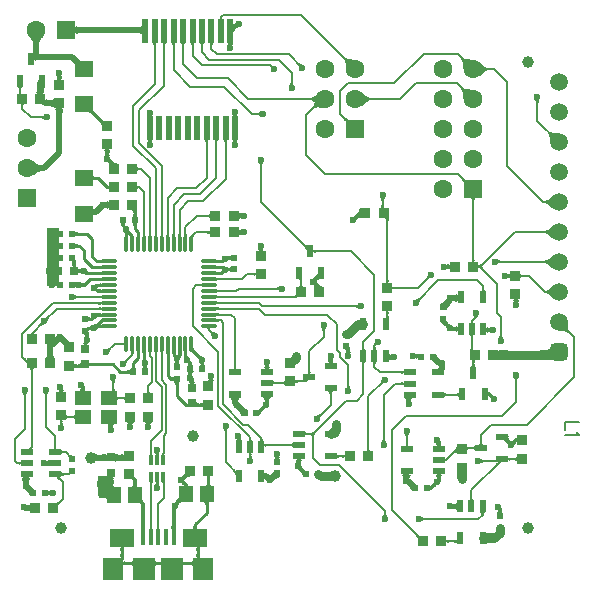
<source format=gtl>
G04 Layer_Physical_Order=1*
G04 Layer_Color=255*
%FSLAX44Y44*%
%MOMM*%
G71*
G01*
G75*
%ADD10R,1.5000X1.4000*%
%ADD11R,0.5000X2.0000*%
%ADD12R,0.7500X0.8000*%
%ADD13R,0.8000X0.7500*%
%ADD14R,1.0500X0.6000*%
%ADD15R,0.3000X0.8500*%
%ADD16R,1.2500X1.4000*%
%ADD17R,0.9500X0.9000*%
%ADD18R,0.9000X0.9500*%
%ADD19R,1.4000X1.2000*%
%ADD20O,0.3000X1.4500*%
%ADD21O,1.4500X0.3000*%
%ADD22R,0.6000X0.5000*%
%ADD23R,0.5000X0.6000*%
%ADD24R,1.1000X0.6000*%
%ADD25R,0.6000X1.1000*%
%ADD26R,0.6000X1.0500*%
%ADD27R,2.1000X1.6000*%
%ADD28R,1.9000X1.9000*%
%ADD29R,0.4000X1.3500*%
%ADD30R,1.8000X1.9000*%
%ADD31C,1.0000*%
%ADD32C,0.2540*%
%ADD33C,0.5000*%
%ADD34C,0.2500*%
%ADD35C,0.8000*%
%ADD36C,0.3500*%
%ADD37C,0.2000*%
%ADD38C,0.1520*%
%ADD39C,0.1524*%
%ADD40C,0.3000*%
%ADD41C,0.1500*%
%ADD42R,1.0000X4.9000*%
%ADD43R,1.1000X1.8000*%
%ADD44C,0.1000*%
%ADD45C,1.5000*%
G04:AMPARAMS|DCode=46|XSize=1.5mm|YSize=1.5mm|CornerRadius=0.375mm|HoleSize=0mm|Usage=FLASHONLY|Rotation=90.000|XOffset=0mm|YOffset=0mm|HoleType=Round|Shape=RoundedRectangle|*
%AMROUNDEDRECTD46*
21,1,1.5000,0.7500,0,0,90.0*
21,1,0.7500,1.5000,0,0,90.0*
1,1,0.7500,0.3750,0.3750*
1,1,0.7500,0.3750,-0.3750*
1,1,0.7500,-0.3750,-0.3750*
1,1,0.7500,-0.3750,0.3750*
%
%ADD46ROUNDEDRECTD46*%
%ADD47R,1.6000X1.6000*%
%ADD48C,1.6000*%
G04:AMPARAMS|DCode=49|XSize=1.6mm|YSize=1.6mm|CornerRadius=0.24mm|HoleSize=0mm|Usage=FLASHONLY|Rotation=180.000|XOffset=0mm|YOffset=0mm|HoleType=Round|Shape=RoundedRectangle|*
%AMROUNDEDRECTD49*
21,1,1.6000,1.1200,0,0,180.0*
21,1,1.1200,1.6000,0,0,180.0*
1,1,0.4800,-0.5600,0.5600*
1,1,0.4800,0.5600,0.5600*
1,1,0.4800,0.5600,-0.5600*
1,1,0.4800,-0.5600,-0.5600*
%
%ADD49ROUNDEDRECTD49*%
G04:AMPARAMS|DCode=50|XSize=1.6mm|YSize=1.6mm|CornerRadius=0.24mm|HoleSize=0mm|Usage=FLASHONLY|Rotation=90.000|XOffset=0mm|YOffset=0mm|HoleType=Round|Shape=RoundedRectangle|*
%AMROUNDEDRECTD50*
21,1,1.6000,1.1200,0,0,90.0*
21,1,1.1200,1.6000,0,0,90.0*
1,1,0.4800,0.5600,0.5600*
1,1,0.4800,0.5600,-0.5600*
1,1,0.4800,-0.5600,-0.5600*
1,1,0.4800,-0.5600,0.5600*
%
%ADD50ROUNDEDRECTD50*%
%ADD51C,0.6000*%
G36*
X374360Y165030D02*
X374420Y164860D01*
X374520Y164710D01*
X374660Y164580D01*
X374840Y164470D01*
X375060Y164380D01*
X375320Y164310D01*
X375620Y164260D01*
X375960Y164230D01*
X376339Y164220D01*
Y162220D01*
X375960Y162210D01*
X375620Y162180D01*
X375320Y162130D01*
X375060Y162060D01*
X374840Y161970D01*
X374660Y161860D01*
X374520Y161730D01*
X374420Y161580D01*
X374360Y161410D01*
X374339Y161220D01*
Y165220D01*
X374360Y165030D01*
D02*
G37*
G36*
X414482Y163998D02*
X415293Y163306D01*
X415458Y163195D01*
X415609Y163109D01*
X415744Y163048D01*
X415864Y163011D01*
X415970Y163000D01*
X413000Y160030D01*
X412989Y160135D01*
X412952Y160256D01*
X412891Y160391D01*
X412805Y160542D01*
X412694Y160707D01*
X412559Y160888D01*
X412212Y161293D01*
X411767Y161758D01*
X414242Y164233D01*
X414482Y163998D01*
D02*
G37*
G36*
X386341Y161220D02*
X386321Y161410D01*
X386260Y161580D01*
X386158Y161730D01*
X386016Y161860D01*
X385833Y161970D01*
X385610Y162060D01*
X385346Y162130D01*
X385041Y162180D01*
X384696Y162210D01*
X384310Y162220D01*
Y164220D01*
X384696Y164230D01*
X385041Y164260D01*
X385346Y164310D01*
X385610Y164380D01*
X385833Y164470D01*
X386016Y164580D01*
X386158Y164710D01*
X386260Y164860D01*
X386321Y165030D01*
X386341Y165220D01*
Y161220D01*
D02*
G37*
G36*
X38891Y164639D02*
X38704Y164413D01*
X38539Y164181D01*
X38396Y163942D01*
X38275Y163697D01*
X38176Y163445D01*
X38099Y163187D01*
X38044Y162922D01*
X38011Y162650D01*
X38000Y162372D01*
X36000D01*
X35989Y162650D01*
X35956Y162922D01*
X35901Y163187D01*
X35824Y163445D01*
X35725Y163697D01*
X35604Y163942D01*
X35461Y164181D01*
X35296Y164413D01*
X35109Y164639D01*
X34900Y164858D01*
X39100D01*
X38891Y164639D01*
D02*
G37*
G36*
X20891D02*
X20704Y164413D01*
X20539Y164181D01*
X20396Y163942D01*
X20275Y163697D01*
X20176Y163445D01*
X20099Y163187D01*
X20044Y162922D01*
X20011Y162650D01*
X20000Y162372D01*
X18000D01*
X17989Y162650D01*
X17956Y162922D01*
X17901Y163187D01*
X17824Y163445D01*
X17725Y163697D01*
X17604Y163942D01*
X17461Y164181D01*
X17296Y164413D01*
X17109Y164639D01*
X16900Y164858D01*
X21100D01*
X20891Y164639D01*
D02*
G37*
G36*
X201348Y160852D02*
X200951Y160707D01*
X200602Y160464D01*
X200299Y160123D01*
X200043Y159686D01*
X199833Y159151D01*
X199670Y158519D01*
X199553Y157790D01*
X199483Y156964D01*
X199460Y156040D01*
X194460D01*
X194437Y156964D01*
X194367Y157790D01*
X194250Y158519D01*
X194087Y159151D01*
X193877Y159686D01*
X193621Y160123D01*
X193318Y160464D01*
X192969Y160707D01*
X192572Y160852D01*
X192129Y160901D01*
X201791D01*
X201348Y160852D01*
D02*
G37*
G36*
X227127Y160866D02*
X226830Y160760D01*
X226567Y160583D01*
X226340Y160336D01*
X226147Y160018D01*
X225990Y159630D01*
X225868Y159171D01*
X225780Y158641D01*
X225728Y158041D01*
X225710Y157371D01*
X225656D01*
X225588Y155493D01*
X221692Y157062D01*
X221790Y157120D01*
X221878Y157209D01*
X221956Y157328D01*
X222023Y157479D01*
X222080Y157659D01*
X222127Y157871D01*
X222163Y158113D01*
X222175Y158238D01*
X222140Y158641D01*
X222052Y159171D01*
X221930Y159630D01*
X221772Y160018D01*
X221580Y160336D01*
X221353Y160583D01*
X221090Y160760D01*
X220793Y160866D01*
X220460Y160901D01*
X227460D01*
X227127Y160866D01*
D02*
G37*
G36*
X347168Y160246D02*
X346870Y160140D01*
X346608Y159963D01*
X346380Y159716D01*
X346188Y159398D01*
X346030Y159010D01*
X345908Y158551D01*
X345822Y158034D01*
X345838Y157837D01*
X345876Y157642D01*
X345922Y157475D01*
X345974Y157336D01*
X346034Y157225D01*
X346100Y157142D01*
X345760D01*
X345750Y156750D01*
X342250D01*
X342240Y157142D01*
X341900D01*
X341967Y157225D01*
X342026Y157336D01*
X342079Y157475D01*
X342124Y157642D01*
X342163Y157837D01*
X342183Y157985D01*
X342180Y158021D01*
X342093Y158551D01*
X341970Y159010D01*
X341813Y159398D01*
X341620Y159716D01*
X341393Y159963D01*
X341130Y160140D01*
X340832Y160246D01*
X340500Y160281D01*
X347500D01*
X347168Y160246D01*
D02*
G37*
G36*
X103831Y158400D02*
X103811Y158590D01*
X103750Y158760D01*
X103648Y158910D01*
X103506Y159040D01*
X103323Y159150D01*
X103100Y159240D01*
X102836Y159310D01*
X102531Y159360D01*
X102186Y159390D01*
X101800Y159400D01*
Y161400D01*
X102186Y161410D01*
X102531Y161440D01*
X102836Y161490D01*
X103100Y161560D01*
X103323Y161650D01*
X103506Y161760D01*
X103648Y161890D01*
X103750Y162040D01*
X103811Y162210D01*
X103831Y162400D01*
Y158400D01*
D02*
G37*
G36*
X97019Y162210D02*
X97080Y162040D01*
X97182Y161890D01*
X97324Y161760D01*
X97507Y161650D01*
X97730Y161560D01*
X97994Y161490D01*
X98299Y161440D01*
X98644Y161410D01*
X99030Y161400D01*
Y159400D01*
X98644Y159390D01*
X98299Y159360D01*
X97994Y159310D01*
X97730Y159240D01*
X97507Y159150D01*
X97324Y159040D01*
X97182Y158910D01*
X97080Y158760D01*
X97019Y158590D01*
X96999Y158400D01*
Y162400D01*
X97019Y162210D01*
D02*
G37*
G36*
X279690Y165961D02*
X279520Y165900D01*
X279370Y165798D01*
X279240Y165656D01*
X279130Y165473D01*
X279040Y165250D01*
X278970Y164986D01*
X278920Y164681D01*
X278890Y164336D01*
X278880Y163951D01*
X276880D01*
X276870Y164336D01*
X276840Y164681D01*
X276790Y164986D01*
X276720Y165250D01*
X276630Y165473D01*
X276520Y165656D01*
X276390Y165798D01*
X276240Y165900D01*
X276070Y165961D01*
X275880Y165981D01*
X279880D01*
X279690Y165961D01*
D02*
G37*
G36*
X339431Y170720D02*
X339411Y170910D01*
X339350Y171080D01*
X339248Y171230D01*
X339106Y171360D01*
X338923Y171470D01*
X338700Y171560D01*
X338436Y171630D01*
X338131Y171680D01*
X337786Y171710D01*
X337401Y171720D01*
Y173720D01*
X337786Y173730D01*
X338131Y173760D01*
X338436Y173810D01*
X338700Y173880D01*
X338923Y173970D01*
X339106Y174080D01*
X339248Y174210D01*
X339350Y174360D01*
X339411Y174530D01*
X339431Y174720D01*
Y170720D01*
D02*
G37*
G36*
X177069Y171114D02*
X177018Y171093D01*
X176936Y171038D01*
X176825Y170951D01*
X176513Y170677D01*
X175208Y169412D01*
X173412Y171208D01*
X175114Y173069D01*
X177069Y171114D01*
D02*
G37*
G36*
X149878Y173615D02*
X149670Y173540D01*
X149488Y173416D01*
X149329Y173241D01*
X149195Y173015D01*
X149085Y172740D01*
X149000Y172416D01*
X148939Y172041D01*
X148902Y171616D01*
X148890Y171140D01*
X146390D01*
X146378Y171616D01*
X146341Y172041D01*
X146280Y172416D01*
X146195Y172740D01*
X146085Y173015D01*
X145951Y173241D01*
X145792Y173416D01*
X145610Y173540D01*
X145402Y173615D01*
X145170Y173640D01*
X150110D01*
X149878Y173615D01*
D02*
G37*
G36*
X239041Y171340D02*
X239021Y171530D01*
X238960Y171700D01*
X238858Y171850D01*
X238716Y171980D01*
X238533Y172090D01*
X238310Y172180D01*
X238046Y172250D01*
X237741Y172300D01*
X237396Y172330D01*
X237010Y172340D01*
Y174340D01*
X237396Y174350D01*
X237741Y174380D01*
X238046Y174430D01*
X238310Y174500D01*
X238533Y174590D01*
X238716Y174700D01*
X238858Y174830D01*
X238960Y174980D01*
X239021Y175150D01*
X239041Y175340D01*
Y171340D01*
D02*
G37*
G36*
X229169Y175150D02*
X229230Y174980D01*
X229332Y174830D01*
X229474Y174700D01*
X229657Y174590D01*
X229880Y174500D01*
X230144Y174430D01*
X230448Y174380D01*
X230794Y174350D01*
X231180Y174340D01*
Y172340D01*
X230794Y172330D01*
X230448Y172300D01*
X230144Y172250D01*
X229880Y172180D01*
X229657Y172090D01*
X229474Y171980D01*
X229332Y171850D01*
X229230Y171700D01*
X229169Y171530D01*
X229149Y171340D01*
Y175340D01*
X229169Y175150D01*
D02*
G37*
G36*
X51388Y168910D02*
X51600D01*
X51610Y168378D01*
X51692Y167481D01*
X51763Y167117D01*
X51855Y166809D01*
X51967Y166557D01*
X52100Y166361D01*
X52253Y166221D01*
X52427Y166137D01*
X52621Y166109D01*
X51571D01*
X51600Y165662D01*
X48100Y165419D01*
X48095Y165753D01*
X48069Y166109D01*
X47080D01*
X47273Y166137D01*
X47447Y166221D01*
X47600Y166361D01*
X47733Y166557D01*
X47845Y166809D01*
X47898Y166989D01*
X47847Y167100D01*
X47770Y167215D01*
X47682Y167298D01*
X47584Y167350D01*
X48016Y167549D01*
X48059Y167902D01*
X48090Y168378D01*
X48100Y168910D01*
X50979D01*
X51376Y169092D01*
X51388Y168910D01*
D02*
G37*
G36*
X124520Y166490D02*
X124550Y166150D01*
X124600Y165849D01*
X124670Y165590D01*
X124760Y165369D01*
X124870Y165189D01*
X125000Y165049D01*
X125150Y164949D01*
X125320Y164890D01*
X125510Y164869D01*
X121510D01*
X121700Y164890D01*
X121870Y164949D01*
X122020Y165049D01*
X122150Y165189D01*
X122260Y165369D01*
X122350Y165590D01*
X122420Y165849D01*
X122470Y166150D01*
X122500Y166490D01*
X122510Y166870D01*
X124510D01*
X124520Y166490D01*
D02*
G37*
G36*
X69398Y169750D02*
X69810D01*
X69826Y169102D01*
X69875Y168522D01*
X69957Y168010D01*
X70071Y167567D01*
X70218Y167192D01*
X70397Y166885D01*
X70609Y166646D01*
X70854Y166476D01*
X71131Y166373D01*
X71441Y166339D01*
X64679D01*
X64989Y166373D01*
X65266Y166476D01*
X65511Y166646D01*
X65723Y166885D01*
X65902Y167192D01*
X66049Y167567D01*
X66163Y168010D01*
X66172Y168064D01*
X66142Y168161D01*
X66082Y168295D01*
X66012Y168395D01*
X65932Y168462D01*
X65844Y168495D01*
X66265Y168762D01*
X66294Y169102D01*
X66310Y169750D01*
X67823D01*
X69253Y170657D01*
X69398Y169750D01*
D02*
G37*
G36*
X294011Y170350D02*
X294044Y170079D01*
X294099Y169813D01*
X294176Y169555D01*
X294275Y169303D01*
X294396Y169058D01*
X294539Y168819D01*
X294704Y168587D01*
X294891Y168361D01*
X295100Y168142D01*
X290900D01*
X291109Y168361D01*
X291296Y168587D01*
X291461Y168819D01*
X291604Y169058D01*
X291725Y169303D01*
X291824Y169555D01*
X291901Y169813D01*
X291956Y170079D01*
X291989Y170350D01*
X292000Y170628D01*
X294000D01*
X294011Y170350D01*
D02*
G37*
G36*
X95010Y167984D02*
X95040Y167639D01*
X95090Y167334D01*
X95160Y167070D01*
X95250Y166847D01*
X95360Y166664D01*
X95490Y166522D01*
X95640Y166420D01*
X95810Y166359D01*
X96000Y166339D01*
X92000D01*
X92190Y166359D01*
X92360Y166420D01*
X92510Y166522D01*
X92640Y166664D01*
X92750Y166847D01*
X92840Y167070D01*
X92910Y167334D01*
X92960Y167639D01*
X92990Y167984D01*
X93000Y168370D01*
X95000D01*
X95010Y167984D01*
D02*
G37*
G36*
X265564Y131150D02*
X265296Y130861D01*
X265055Y130561D01*
X264843Y130249D01*
X264659Y129925D01*
X264503Y129589D01*
X264376Y129242D01*
X264277Y128883D01*
X264207Y128512D01*
X264164Y128130D01*
X264150Y127736D01*
X262150Y127150D01*
X262130Y127530D01*
X262070Y127870D01*
X261970Y128170D01*
X261830Y128430D01*
X261650Y128650D01*
X261430Y128830D01*
X261170Y128970D01*
X260870Y129070D01*
X260530Y129130D01*
X260150Y129150D01*
X260736Y131150D01*
X261130Y131164D01*
X261512Y131207D01*
X261883Y131277D01*
X262242Y131376D01*
X262589Y131503D01*
X262925Y131659D01*
X263249Y131843D01*
X263561Y132055D01*
X263861Y132296D01*
X264150Y132564D01*
X265564Y131150D01*
D02*
G37*
G36*
X220380Y125764D02*
X220410Y125419D01*
X220460Y125114D01*
X220530Y124850D01*
X220620Y124627D01*
X220730Y124444D01*
X220860Y124302D01*
X221010Y124200D01*
X221180Y124139D01*
X221370Y124119D01*
X217370D01*
X217560Y124139D01*
X217730Y124200D01*
X217880Y124302D01*
X218010Y124444D01*
X218120Y124627D01*
X218210Y124850D01*
X218280Y125114D01*
X218330Y125419D01*
X218360Y125764D01*
X218370Y126150D01*
X220370D01*
X220380Y125764D01*
D02*
G37*
G36*
X344401Y130129D02*
X344214Y129903D01*
X344049Y129671D01*
X343906Y129432D01*
X343785Y129187D01*
X343686Y128935D01*
X343609Y128677D01*
X343554Y128412D01*
X343521Y128140D01*
X343510Y127862D01*
X341510D01*
X341499Y128140D01*
X341466Y128412D01*
X341411Y128677D01*
X341334Y128935D01*
X341235Y129187D01*
X341114Y129432D01*
X340971Y129671D01*
X340806Y129903D01*
X340619Y130129D01*
X340410Y130348D01*
X344610D01*
X344401Y130129D01*
D02*
G37*
G36*
X190891Y134639D02*
X190704Y134413D01*
X190539Y134181D01*
X190396Y133942D01*
X190275Y133697D01*
X190176Y133445D01*
X190099Y133187D01*
X190044Y132921D01*
X190011Y132650D01*
X190000Y132372D01*
X188000D01*
X187989Y132650D01*
X187956Y132921D01*
X187901Y133187D01*
X187824Y133445D01*
X187725Y133697D01*
X187604Y133942D01*
X187461Y134181D01*
X187296Y134413D01*
X187109Y134639D01*
X186900Y134858D01*
X191100D01*
X190891Y134639D01*
D02*
G37*
G36*
X256220Y131960D02*
X256280Y131790D01*
X256380Y131640D01*
X256520Y131510D01*
X256700Y131400D01*
X256919Y131310D01*
X257180Y131240D01*
X257479Y131190D01*
X257819Y131160D01*
X258200Y131150D01*
Y129150D01*
X257819Y129140D01*
X257479Y129110D01*
X257180Y129060D01*
X256919Y128990D01*
X256700Y128900D01*
X256520Y128790D01*
X256380Y128660D01*
X256280Y128510D01*
X256220Y128340D01*
X256199Y128150D01*
Y132150D01*
X256220Y131960D01*
D02*
G37*
G36*
X406440Y122704D02*
X406470Y122359D01*
X406520Y122054D01*
X406590Y121790D01*
X406680Y121567D01*
X406790Y121384D01*
X406920Y121242D01*
X407070Y121140D01*
X407240Y121079D01*
X407430Y121059D01*
X403430D01*
X403620Y121079D01*
X403790Y121140D01*
X403940Y121242D01*
X404070Y121384D01*
X404180Y121567D01*
X404270Y121790D01*
X404340Y122054D01*
X404390Y122359D01*
X404420Y122704D01*
X404430Y123090D01*
X406430D01*
X406440Y122704D01*
D02*
G37*
G36*
X435233Y122758D02*
X434998Y122518D01*
X434306Y121707D01*
X434195Y121542D01*
X434109Y121391D01*
X434048Y121256D01*
X434011Y121136D01*
X434000Y121030D01*
X431030Y124000D01*
X431135Y124011D01*
X431256Y124048D01*
X431391Y124109D01*
X431542Y124195D01*
X431707Y124306D01*
X431888Y124441D01*
X432293Y124788D01*
X432758Y125233D01*
X435233Y122758D01*
D02*
G37*
G36*
X324011Y125350D02*
X324044Y125078D01*
X324099Y124813D01*
X324176Y124555D01*
X324275Y124303D01*
X324396Y124058D01*
X324539Y123819D01*
X324704Y123587D01*
X324891Y123361D01*
X325100Y123142D01*
X320900D01*
X321109Y123361D01*
X321296Y123587D01*
X321461Y123819D01*
X321604Y124058D01*
X321725Y124303D01*
X321824Y124555D01*
X321901Y124813D01*
X321956Y125078D01*
X321989Y125350D01*
X322000Y125628D01*
X324000D01*
X324011Y125350D01*
D02*
G37*
G36*
X210880Y125764D02*
X210910Y125419D01*
X210960Y125114D01*
X211030Y124850D01*
X211120Y124627D01*
X211230Y124444D01*
X211360Y124302D01*
X211510Y124200D01*
X211680Y124139D01*
X211870Y124119D01*
X207870D01*
X208060Y124139D01*
X208230Y124200D01*
X208380Y124302D01*
X208510Y124444D01*
X208620Y124627D01*
X208710Y124850D01*
X208780Y125114D01*
X208830Y125419D01*
X208860Y125764D01*
X208870Y126150D01*
X210870D01*
X210880Y125764D01*
D02*
G37*
G36*
X202132Y126693D02*
X202230Y125688D01*
X202315Y125280D01*
X202425Y124935D01*
X202559Y124652D01*
X202718Y124432D01*
X202901Y124275D01*
X203108Y124181D01*
X203340Y124150D01*
X199844D01*
X198620Y123570D01*
X198615Y123904D01*
X198597Y124150D01*
X197400D01*
X197632Y124181D01*
X197840Y124275D01*
X198022Y124432D01*
X198181Y124652D01*
X198315Y124935D01*
X198400Y125203D01*
X198368Y125278D01*
X198291Y125401D01*
X198203Y125495D01*
X198105Y125559D01*
X198512Y125700D01*
X198571Y126159D01*
X198608Y126693D01*
X198620Y127290D01*
X202120D01*
X202132Y126693D01*
D02*
G37*
G36*
X94928Y138396D02*
X94630Y138291D01*
X94368Y138116D01*
X94140Y137871D01*
X93947Y137556D01*
X93790Y137170D01*
X93667Y136715D01*
X93592Y136261D01*
X93597Y136187D01*
X93636Y135992D01*
X93681Y135825D01*
X93734Y135686D01*
X93793Y135575D01*
X93860Y135492D01*
X93525D01*
X93510Y134930D01*
X90010D01*
X89995Y135492D01*
X89660D01*
X89726Y135575D01*
X89786Y135686D01*
X89838Y135825D01*
X89884Y135992D01*
X89923Y136187D01*
X89931Y136246D01*
X89853Y136715D01*
X89730Y137170D01*
X89572Y137556D01*
X89380Y137871D01*
X89152Y138116D01*
X88890Y138291D01*
X88593Y138396D01*
X88260Y138431D01*
X95260D01*
X94928Y138396D01*
D02*
G37*
G36*
X203361Y153273D02*
X205238Y151682D01*
X205798Y151293D01*
X206326Y150975D01*
X206821Y150728D01*
X207283Y150551D01*
X207712Y150445D01*
X208109Y150409D01*
X202171Y145471D01*
X202135Y145868D01*
X202029Y146297D01*
X201852Y146759D01*
X201605Y147254D01*
X201287Y147782D01*
X200898Y148342D01*
X200438Y148935D01*
X199307Y150219D01*
X198635Y150910D01*
X202670Y153945D01*
X203361Y153273D01*
D02*
G37*
G36*
X269980Y145566D02*
X269791Y145361D01*
X269622Y145146D01*
X269474Y144919D01*
X269345Y144682D01*
X269237Y144434D01*
X269149Y144175D01*
X269082Y143905D01*
X269034Y143624D01*
X269007Y143333D01*
X269000Y143030D01*
X266030Y146000D01*
X266333Y146007D01*
X266624Y146034D01*
X266905Y146082D01*
X267175Y146149D01*
X267434Y146237D01*
X267682Y146345D01*
X267919Y146474D01*
X268146Y146622D01*
X268361Y146791D01*
X268566Y146980D01*
X269980Y145566D01*
D02*
G37*
G36*
X222810Y151290D02*
X222705Y151279D01*
X222584Y151242D01*
X222449Y151181D01*
X222298Y151095D01*
X222133Y150984D01*
X221952Y150849D01*
X221547Y150502D01*
X221082Y150057D01*
X219634Y151505D01*
X220584Y149559D01*
X220114Y149073D01*
X219322Y148152D01*
X219000Y147717D01*
X218728Y147300D01*
X218505Y146899D01*
X218332Y146516D01*
X218209Y146151D01*
X218134Y145802D01*
X218109Y145471D01*
X214010Y150379D01*
X214259Y150164D01*
X214564Y150053D01*
X214923Y150045D01*
X215336Y150140D01*
X215803Y150339D01*
X216326Y150642D01*
X216902Y151047D01*
X217534Y151556D01*
X218855Y152787D01*
X219534Y153583D01*
X219645Y153748D01*
X219731Y153899D01*
X219792Y154034D01*
X219829Y154155D01*
X219840Y154260D01*
X222810Y151290D01*
D02*
G37*
G36*
X169871Y152310D02*
X169846Y152548D01*
X169770Y152760D01*
X169643Y152948D01*
X169466Y153110D01*
X169238Y153247D01*
X168960Y153360D01*
X168631Y153448D01*
X168251Y153510D01*
X167821Y153547D01*
X167341Y153560D01*
Y156060D01*
X167821Y156073D01*
X168251Y156110D01*
X168631Y156173D01*
X168960Y156260D01*
X169238Y156372D01*
X169466Y156510D01*
X169643Y156672D01*
X169770Y156860D01*
X169846Y157072D01*
X169871Y157310D01*
Y152310D01*
D02*
G37*
G36*
X164304Y157072D02*
X164380Y156860D01*
X164507Y156672D01*
X164684Y156510D01*
X164912Y156372D01*
X165190Y156260D01*
X165519Y156173D01*
X165898Y156110D01*
X166329Y156073D01*
X166810Y156060D01*
Y153560D01*
X166329Y153547D01*
X165898Y153510D01*
X165519Y153448D01*
X165190Y153360D01*
X164912Y153247D01*
X164684Y153110D01*
X164507Y152948D01*
X164380Y152760D01*
X164304Y152548D01*
X164279Y152310D01*
Y157310D01*
X164304Y157072D01*
D02*
G37*
G36*
X125262Y139961D02*
X127010D01*
X126678Y139926D01*
X126380Y139820D01*
X126117Y139643D01*
X125890Y139396D01*
X125697Y139078D01*
X125540Y138690D01*
X125444Y138331D01*
X125484Y138226D01*
X125543Y138115D01*
X125610Y138032D01*
X125385D01*
X125330Y137702D01*
X125278Y137101D01*
X125260Y136431D01*
X121760D01*
X121742Y137101D01*
X121690Y137702D01*
X121635Y138032D01*
X121410D01*
X121476Y138115D01*
X121536Y138226D01*
X121576Y138331D01*
X121480Y138690D01*
X121322Y139078D01*
X121130Y139396D01*
X120903Y139643D01*
X120640Y139820D01*
X120343Y139926D01*
X120010Y139961D01*
X121756D01*
X121760Y140127D01*
X125260D01*
X125262Y139961D01*
D02*
G37*
G36*
X110022D02*
X111770D01*
X111438Y139926D01*
X111140Y139820D01*
X110878Y139643D01*
X110650Y139396D01*
X110457Y139078D01*
X110300Y138690D01*
X110204Y138331D01*
X110244Y138226D01*
X110303Y138115D01*
X110370Y138032D01*
X110145D01*
X110090Y137702D01*
X110037Y137101D01*
X110020Y136431D01*
X106520D01*
X106503Y137101D01*
X106450Y137702D01*
X106395Y138032D01*
X106170D01*
X106236Y138115D01*
X106296Y138226D01*
X106336Y138331D01*
X106240Y138690D01*
X106082Y139078D01*
X105890Y139396D01*
X105662Y139643D01*
X105400Y139820D01*
X105103Y139926D01*
X104770Y139961D01*
X106516D01*
X106520Y140127D01*
X110020D01*
X110022Y139961D01*
D02*
G37*
G36*
X51660Y141180D02*
X51490Y141121D01*
X51340Y141020D01*
X51210Y140880D01*
X51100Y140701D01*
X51010Y140480D01*
X50940Y140220D01*
X50890Y139921D01*
X50860Y139580D01*
X50859Y139547D01*
X50861Y139500D01*
X50894Y139228D01*
X50949Y138963D01*
X51026Y138705D01*
X51125Y138453D01*
X51246Y138208D01*
X51389Y137969D01*
X51554Y137737D01*
X51741Y137511D01*
X51950Y137292D01*
X47750D01*
X47959Y137511D01*
X48146Y137737D01*
X48311Y137969D01*
X48454Y138208D01*
X48575Y138453D01*
X48674Y138705D01*
X48751Y138963D01*
X48806Y139228D01*
X48839Y139500D01*
X48841Y139547D01*
X48840Y139580D01*
X48810Y139921D01*
X48760Y140220D01*
X48690Y140480D01*
X48600Y140701D01*
X48490Y140880D01*
X48360Y141020D01*
X48210Y141121D01*
X48040Y141180D01*
X47850Y141201D01*
X51850D01*
X51660Y141180D01*
D02*
G37*
G36*
X61121Y142400D02*
X61101Y142590D01*
X61040Y142760D01*
X60938Y142910D01*
X60796Y143040D01*
X60613Y143150D01*
X60390Y143240D01*
X60126Y143310D01*
X59821Y143360D01*
X59476Y143390D01*
X59090Y143400D01*
Y145400D01*
X59476Y145410D01*
X59821Y145440D01*
X60126Y145490D01*
X60390Y145560D01*
X60613Y145650D01*
X60796Y145760D01*
X60938Y145890D01*
X61040Y146040D01*
X61101Y146210D01*
X61121Y146400D01*
Y142400D01*
D02*
G37*
G36*
X54309Y146210D02*
X54370Y146040D01*
X54472Y145890D01*
X54614Y145760D01*
X54797Y145650D01*
X55020Y145560D01*
X55284Y145490D01*
X55588Y145440D01*
X55934Y145410D01*
X56319Y145400D01*
Y143400D01*
X55934Y143390D01*
X55588Y143360D01*
X55284Y143310D01*
X55020Y143240D01*
X54797Y143150D01*
X54614Y143040D01*
X54472Y142910D01*
X54370Y142760D01*
X54309Y142590D01*
X54289Y142400D01*
Y146400D01*
X54309Y146210D01*
D02*
G37*
G36*
X323970Y173000D02*
X323667Y172993D01*
X323376Y172966D01*
X323095Y172918D01*
X322825Y172851D01*
X322566Y172763D01*
X322318Y172655D01*
X322081Y172526D01*
X321854Y172378D01*
X321639Y172209D01*
X321434Y172020D01*
X320020Y173434D01*
X320209Y173639D01*
X320378Y173854D01*
X320526Y174081D01*
X320655Y174318D01*
X320763Y174566D01*
X320851Y174825D01*
X320918Y175095D01*
X320966Y175376D01*
X320993Y175667D01*
X321000Y175970D01*
X323970Y173000D01*
D02*
G37*
G36*
X149397Y192414D02*
X149414Y192168D01*
X149740D01*
X149674Y192085D01*
X149614Y191974D01*
X149562Y191835D01*
X149516Y191668D01*
X149478Y191472D01*
X149467Y191397D01*
X149505Y190840D01*
X149570Y190455D01*
X149649Y190140D01*
X149743Y189895D01*
X149851Y189720D01*
X149973Y189615D01*
X150110Y189580D01*
X145170D01*
X145307Y189615D01*
X145429Y189720D01*
X145537Y189895D01*
X145631Y190140D01*
X145710Y190455D01*
X145775Y190840D01*
X145820Y191249D01*
X145802Y191472D01*
X145764Y191668D01*
X145718Y191835D01*
X145666Y191974D01*
X145606Y192085D01*
X145540Y192168D01*
X145870D01*
X145883Y192414D01*
X145890Y193079D01*
X149390D01*
X149397Y192414D01*
D02*
G37*
G36*
X367415Y197652D02*
X367521Y197223D01*
X367698Y196761D01*
X367945Y196266D01*
X368263Y195738D01*
X368652Y195178D01*
X369112Y194585D01*
X370243Y193301D01*
X370915Y192610D01*
X366880Y189575D01*
X366189Y190247D01*
X364312Y191838D01*
X363752Y192227D01*
X363224Y192545D01*
X362729Y192792D01*
X362267Y192969D01*
X361838Y193075D01*
X361441Y193111D01*
X367379Y198050D01*
X367415Y197652D01*
D02*
G37*
G36*
X400590Y192391D02*
X400420Y192330D01*
X400270Y192228D01*
X400140Y192086D01*
X400030Y191903D01*
X399940Y191680D01*
X399870Y191416D01*
X399820Y191112D01*
X399790Y190766D01*
X399780Y190380D01*
X397780D01*
X397770Y190766D01*
X397740Y191112D01*
X397690Y191416D01*
X397620Y191680D01*
X397530Y191903D01*
X397420Y192086D01*
X397290Y192228D01*
X397140Y192330D01*
X396970Y192391D01*
X396780Y192411D01*
X400780D01*
X400590Y192391D01*
D02*
G37*
G36*
X121280Y194977D02*
X121311Y194691D01*
X121361Y194428D01*
X121432Y194186D01*
X121523Y193966D01*
X121635Y193768D01*
X121767Y193592D01*
X121919Y193439D01*
X122091Y193307D01*
X122283Y193197D01*
X118300Y191867D01*
X118389Y192057D01*
X118469Y192260D01*
X118539Y192476D01*
X118601Y192704D01*
X118695Y193198D01*
X118728Y193465D01*
X118765Y194035D01*
X118770Y194340D01*
X121270Y195285D01*
X121280Y194977D01*
D02*
G37*
G36*
X279641Y193978D02*
X279980D01*
X279914Y193895D01*
X279854Y193784D01*
X279802Y193645D01*
X279756Y193478D01*
X279718Y193283D01*
X279698Y193143D01*
X279700Y193118D01*
X279788Y192589D01*
X279910Y192130D01*
X280068Y191742D01*
X280260Y191424D01*
X280487Y191177D01*
X280750Y191000D01*
X281047Y190894D01*
X281380Y190859D01*
X274380D01*
X274713Y190894D01*
X275010Y191000D01*
X275273Y191177D01*
X275500Y191424D01*
X275693Y191742D01*
X275850Y192130D01*
X275972Y192589D01*
X276057Y193100D01*
X276042Y193283D01*
X276004Y193478D01*
X275958Y193645D01*
X275906Y193784D01*
X275847Y193895D01*
X275780Y193978D01*
X276119D01*
X276130Y194389D01*
X279630D01*
X279641Y193978D01*
D02*
G37*
G36*
X316770Y190841D02*
X316600Y190780D01*
X316450Y190678D01*
X316320Y190536D01*
X316210Y190353D01*
X316120Y190130D01*
X316050Y189866D01*
X316000Y189561D01*
X315970Y189216D01*
X315960Y188831D01*
X313960D01*
X313950Y189216D01*
X313920Y189561D01*
X313870Y189866D01*
X313800Y190130D01*
X313710Y190353D01*
X313600Y190536D01*
X313470Y190678D01*
X313320Y190780D01*
X313150Y190841D01*
X312960Y190861D01*
X316960D01*
X316770Y190841D01*
D02*
G37*
G36*
X307270D02*
X307100Y190780D01*
X306950Y190678D01*
X306820Y190536D01*
X306710Y190353D01*
X306620Y190130D01*
X306550Y189866D01*
X306500Y189561D01*
X306470Y189216D01*
X306460Y188831D01*
X304460D01*
X304450Y189216D01*
X304420Y189561D01*
X304370Y189866D01*
X304300Y190130D01*
X304210Y190353D01*
X304100Y190536D01*
X303970Y190678D01*
X303820Y190780D01*
X303650Y190841D01*
X303460Y190861D01*
X307460D01*
X307270Y190841D01*
D02*
G37*
G36*
X19105Y194322D02*
X19345Y194119D01*
X19557Y193971D01*
X19741Y193875D01*
X19897Y193834D01*
X20024Y193846D01*
X20123Y193911D01*
X20194Y194030D01*
X20236Y194203D01*
X20250Y194429D01*
Y188921D01*
X20236Y189204D01*
X20194Y189487D01*
X20123Y189770D01*
X20024Y190053D01*
X19897Y190335D01*
X19741Y190618D01*
X19557Y190901D01*
X19345Y191184D01*
X19105Y191467D01*
X18836Y191749D01*
Y194578D01*
X19105Y194322D01*
D02*
G37*
G36*
X225721Y188894D02*
X226100Y188875D01*
X226026Y188792D01*
X225960Y188681D01*
X225901Y188542D01*
X225851Y188374D01*
X225807Y188179D01*
X225783Y188022D01*
X225868Y187509D01*
X225990Y187050D01*
X226147Y186662D01*
X226340Y186344D01*
X226567Y186097D01*
X226830Y185920D01*
X227127Y185814D01*
X227460Y185779D01*
X220460D01*
X220793Y185814D01*
X221090Y185920D01*
X221353Y186097D01*
X221580Y186344D01*
X221772Y186662D01*
X221930Y187050D01*
X222052Y187509D01*
X222140Y188039D01*
X222150Y188158D01*
X222134Y188399D01*
X222100Y188593D01*
X222061Y188759D01*
X222015Y188896D01*
X221963Y189005D01*
X221905Y189085D01*
X222204Y189070D01*
X222210Y189310D01*
X225710D01*
X225721Y188894D01*
D02*
G37*
G36*
X105980Y191566D02*
X105791Y191361D01*
X105622Y191146D01*
X105474Y190919D01*
X105345Y190682D01*
X105237Y190434D01*
X105149Y190175D01*
X105082Y189905D01*
X105034Y189624D01*
X105007Y189333D01*
X105000Y189030D01*
X102030Y192000D01*
X102333Y192007D01*
X102624Y192034D01*
X102905Y192082D01*
X103175Y192149D01*
X103434Y192237D01*
X103682Y192345D01*
X103919Y192474D01*
X104146Y192622D01*
X104361Y192791D01*
X104566Y192980D01*
X105980Y191566D01*
D02*
G37*
G36*
X420219Y201230D02*
X420460Y201150D01*
X420859Y201080D01*
X421419Y201019D01*
X424059Y200892D01*
X428139Y200850D01*
Y192850D01*
X426619Y192845D01*
X420219Y192470D01*
X420140Y192381D01*
Y201320D01*
X420219Y201230D01*
D02*
G37*
G36*
X151379Y199943D02*
X151356Y199834D01*
X151336Y199679D01*
X151304Y199231D01*
X151270Y197306D01*
X149404D01*
X150904Y195806D01*
X150619Y195519D01*
X149395Y194135D01*
X149374Y194076D01*
X147626Y195824D01*
X145903Y194100D01*
X145880Y194156D01*
X145824Y194243D01*
X145733Y194361D01*
X145449Y194689D01*
X144136Y196046D01*
X145396Y197306D01*
X143770D01*
X143636Y200007D01*
X146404D01*
X146379Y199943D01*
X146356Y199834D01*
X146336Y199679D01*
X146304Y199231D01*
X146273Y197479D01*
X147674Y196207D01*
X147954Y196442D01*
X148587Y197033D01*
X148864Y197306D01*
X148770D01*
X148636Y200007D01*
X151404D01*
X151379Y199943D01*
D02*
G37*
G36*
X42992Y198479D02*
X43059Y197630D01*
X43170Y196880D01*
X43325Y196229D01*
X43525Y195679D01*
X43769Y195229D01*
X44057Y194879D01*
X44391Y194629D01*
X44768Y194480D01*
X45189Y194429D01*
X35750D01*
X36172Y194480D01*
X36549Y194629D01*
X36882Y194879D01*
X37171Y195229D01*
X37415Y195679D01*
X37615Y196229D01*
X37770Y196880D01*
X37881Y197630D01*
X37948Y198479D01*
X37970Y199429D01*
X42970D01*
X42992Y198479D01*
D02*
G37*
G36*
X116379Y199943D02*
X116356Y199834D01*
X116336Y199679D01*
X116304Y199231D01*
X116270Y197306D01*
X113770D01*
X113636Y200007D01*
X116404D01*
X116379Y199943D01*
D02*
G37*
G36*
X141379D02*
X141356Y199834D01*
X141336Y199679D01*
X141304Y199231D01*
X141270Y197306D01*
X138770D01*
X138636Y200007D01*
X141404D01*
X141379Y199943D01*
D02*
G37*
G36*
X121379D02*
X121356Y199834D01*
X121336Y199679D01*
X121304Y199231D01*
X121270Y197306D01*
X118770D01*
X118636Y200007D01*
X121404D01*
X121379Y199943D01*
D02*
G37*
G36*
X156379D02*
X156356Y199834D01*
X156336Y199679D01*
X156304Y199231D01*
X156276Y197644D01*
X156280Y197517D01*
X156310Y197232D01*
X156360Y196976D01*
X156429Y196746D01*
X156519Y196544D01*
X156629Y196370D01*
X156758Y196223D01*
X156908Y196104D01*
X157077Y196012D01*
X157266Y195948D01*
X156060Y195283D01*
X156500Y194894D01*
X156567Y194847D01*
X156625Y194812D01*
X156673Y194790D01*
X156713Y194780D01*
X154790Y192857D01*
X154780Y192897D01*
X154758Y192945D01*
X154723Y193003D01*
X154676Y193070D01*
X154546Y193232D01*
X154366Y193431D01*
X154136Y193666D01*
X155374Y194904D01*
X153677Y193968D01*
X153695Y194054D01*
X153710Y194198D01*
X153736Y194659D01*
X153769Y197330D01*
X153636Y200007D01*
X156404D01*
X156379Y199943D01*
D02*
G37*
G36*
X465374Y192401D02*
X465183Y192486D01*
X464844Y192563D01*
X464356Y192630D01*
X462935Y192738D01*
X458315Y192845D01*
X456789Y192850D01*
X455498Y200850D01*
X457187Y200890D01*
X458689Y201010D01*
X460003Y201209D01*
X461130Y201488D01*
X462069Y201847D01*
X462821Y202286D01*
X463386Y202804D01*
X463764Y203403D01*
X463954Y204081D01*
X463956Y204838D01*
X465374Y192401D01*
D02*
G37*
G36*
X327434Y198167D02*
X327540Y197870D01*
X327717Y197607D01*
X327964Y197380D01*
X328282Y197188D01*
X328670Y197030D01*
X329129Y196908D01*
X329340Y196873D01*
X329358Y196876D01*
X329525Y196922D01*
X329664Y196974D01*
X329775Y197034D01*
X329858Y197100D01*
Y196803D01*
X330259Y196768D01*
X330929Y196750D01*
Y193250D01*
X330259Y193232D01*
X329858Y193197D01*
Y192900D01*
X329775Y192966D01*
X329664Y193026D01*
X329525Y193078D01*
X329358Y193124D01*
X329340Y193127D01*
X329129Y193092D01*
X328670Y192970D01*
X328282Y192812D01*
X327964Y192620D01*
X327717Y192393D01*
X327540Y192130D01*
X327434Y191833D01*
X327399Y191500D01*
Y198500D01*
X327434Y198167D01*
D02*
G37*
G36*
X350225Y198034D02*
X350336Y197974D01*
X350475Y197922D01*
X350642Y197876D01*
X350672Y197870D01*
X351131Y197897D01*
X351303Y197942D01*
X351406Y197993D01*
X351441Y198050D01*
Y197776D01*
X351592Y197764D01*
X352237Y197750D01*
Y194250D01*
X351900Y194247D01*
X351441Y194210D01*
Y193111D01*
X351406Y193327D01*
X351303Y193521D01*
X351131Y193692D01*
X350890Y193840D01*
X350580Y193965D01*
X350344Y194029D01*
X350336Y194026D01*
X350225Y193967D01*
X350142Y193900D01*
Y194078D01*
X349755Y194147D01*
X349239Y194204D01*
X348000Y194250D01*
Y197750D01*
X348654Y197753D01*
X350142Y197839D01*
Y198100D01*
X350225Y198034D01*
D02*
G37*
G36*
X167155Y196923D02*
X167377Y196735D01*
X167601Y196570D01*
X167826Y196428D01*
X168052Y196307D01*
X168279Y196209D01*
X168508Y196133D01*
X168737Y196080D01*
X168968Y196049D01*
X169200Y196040D01*
X166230Y193070D01*
X166221Y193302D01*
X166190Y193533D01*
X166137Y193762D01*
X166061Y193990D01*
X165963Y194218D01*
X165842Y194444D01*
X165700Y194669D01*
X165534Y194893D01*
X165347Y195115D01*
X165137Y195337D01*
X166933Y197133D01*
X167155Y196923D01*
D02*
G37*
G36*
X436891Y177639D02*
X436704Y177413D01*
X436539Y177181D01*
X436396Y176942D01*
X436275Y176697D01*
X436176Y176445D01*
X436099Y176187D01*
X436044Y175921D01*
X436011Y175650D01*
X436000Y175372D01*
X434000D01*
X433989Y175650D01*
X433956Y175921D01*
X433901Y176187D01*
X433824Y176445D01*
X433725Y176697D01*
X433604Y176942D01*
X433461Y177181D01*
X433296Y177413D01*
X433109Y177639D01*
X432900Y177858D01*
X437100D01*
X436891Y177639D01*
D02*
G37*
G36*
X178682Y176928D02*
X178950D01*
X178883Y176845D01*
X178824Y176734D01*
X178771Y176595D01*
X178726Y176428D01*
X178712Y176355D01*
X178780Y175030D01*
X178604Y175028D01*
X178600Y174833D01*
X175100D01*
X175098Y175009D01*
X173350Y174999D01*
X173682Y175036D01*
X173980Y175143D01*
X174242Y175321D01*
X174470Y175569D01*
X174662Y175887D01*
X174820Y176275D01*
X174915Y176630D01*
X174876Y176734D01*
X174816Y176845D01*
X174750Y176928D01*
X174975D01*
X175030Y177262D01*
X175082Y177861D01*
X175100Y178529D01*
X178600D01*
X178682Y176928D01*
D02*
G37*
G36*
X161873Y182915D02*
X161652Y182810D01*
X161457Y182635D01*
X161288Y182390D01*
X161145Y182076D01*
X161028Y181691D01*
X160937Y181236D01*
X160890Y180857D01*
X160907Y180637D01*
X160946Y180442D01*
X160991Y180275D01*
X161044Y180136D01*
X161103Y180025D01*
X161170Y179942D01*
X160830D01*
X160820Y179450D01*
X157320D01*
X157312Y179942D01*
X156970D01*
X157037Y180025D01*
X157096Y180136D01*
X157149Y180275D01*
X157194Y180442D01*
X157233Y180637D01*
X157254Y180789D01*
X157217Y181236D01*
X157138Y181691D01*
X157035Y182076D01*
X156910Y182390D01*
X156762Y182635D01*
X156591Y182810D01*
X156397Y182915D01*
X156180Y182950D01*
X162120D01*
X161873Y182915D01*
D02*
G37*
G36*
X107921Y180410D02*
X107895Y180642D01*
X107821Y180849D01*
X107696Y181032D01*
X107521Y181191D01*
X107296Y181325D01*
X107021Y181435D01*
X106695Y181520D01*
X106320Y181581D01*
X105896Y181618D01*
X105421Y181630D01*
Y184130D01*
X105896Y184142D01*
X106320Y184179D01*
X106695Y184240D01*
X107021Y184325D01*
X107296Y184435D01*
X107521Y184569D01*
X107696Y184728D01*
X107821Y184911D01*
X107895Y185118D01*
X107921Y185350D01*
Y180410D01*
D02*
G37*
G36*
X339431Y180220D02*
X339411Y180410D01*
X339350Y180580D01*
X339248Y180730D01*
X339106Y180860D01*
X338923Y180970D01*
X338700Y181060D01*
X338436Y181130D01*
X338131Y181180D01*
X337786Y181210D01*
X337401Y181220D01*
Y183220D01*
X337786Y183230D01*
X338131Y183260D01*
X338436Y183310D01*
X338700Y183380D01*
X338923Y183470D01*
X339106Y183580D01*
X339248Y183710D01*
X339350Y183860D01*
X339411Y184030D01*
X339431Y184220D01*
Y180220D01*
D02*
G37*
G36*
X161878Y176530D02*
X162090D01*
X162108Y175865D01*
X162160Y175270D01*
X162248Y174744D01*
X162370Y174289D01*
X162528Y173904D01*
X162720Y173589D01*
X162948Y173344D01*
X163210Y173169D01*
X163507Y173064D01*
X163840Y173029D01*
X156840D01*
X157172Y173064D01*
X157470Y173169D01*
X157732Y173344D01*
X157960Y173589D01*
X158153Y173904D01*
X158310Y174289D01*
X158393Y174598D01*
X158337Y174720D01*
X158260Y174835D01*
X158172Y174918D01*
X158074Y174970D01*
X158503Y175167D01*
X158520Y175270D01*
X158573Y175865D01*
X158590Y176530D01*
X161468D01*
X161866Y176712D01*
X161878Y176530D01*
D02*
G37*
G36*
X247939Y176290D02*
X248000Y176120D01*
X248102Y175970D01*
X248244Y175840D01*
X248427Y175730D01*
X248650Y175640D01*
X248914Y175570D01*
X249219Y175520D01*
X249564Y175490D01*
X249949Y175480D01*
Y173480D01*
X249564Y173470D01*
X249219Y173440D01*
X248914Y173390D01*
X248650Y173320D01*
X248427Y173230D01*
X248244Y173120D01*
X248102Y172990D01*
X248000Y172840D01*
X247939Y172670D01*
X247919Y172480D01*
Y176480D01*
X247939Y176290D01*
D02*
G37*
G36*
X95891Y175639D02*
X95704Y175413D01*
X95539Y175181D01*
X95396Y174942D01*
X95275Y174697D01*
X95176Y174445D01*
X95099Y174187D01*
X95044Y173922D01*
X95011Y173650D01*
X95000Y173372D01*
X93000D01*
X92989Y173650D01*
X92956Y173922D01*
X92901Y174187D01*
X92824Y174445D01*
X92725Y174697D01*
X92604Y174942D01*
X92461Y175181D01*
X92296Y175413D01*
X92109Y175639D01*
X91900Y175858D01*
X96100D01*
X95891Y175639D01*
D02*
G37*
G36*
X145201Y174110D02*
X145176Y174347D01*
X145100Y174560D01*
X144973Y174748D01*
X144796Y174910D01*
X144568Y175047D01*
X144290Y175160D01*
X143961Y175247D01*
X143581Y175310D01*
X143151Y175347D01*
X142670Y175360D01*
Y177860D01*
X143151Y177873D01*
X143581Y177910D01*
X143961Y177973D01*
X144290Y178060D01*
X144568Y178172D01*
X144796Y178310D01*
X144973Y178472D01*
X145100Y178660D01*
X145176Y178873D01*
X145201Y179110D01*
Y174110D01*
D02*
G37*
G36*
X258743Y175466D02*
X258615Y175423D01*
X258468Y175351D01*
X258303Y175250D01*
X258118Y175120D01*
X257692Y174773D01*
X257190Y174311D01*
X256910Y174036D01*
X255233Y175187D01*
X255283Y175243D01*
X255316Y175293D01*
X255333Y175337D01*
X255332Y175375D01*
X255314Y175408D01*
X255279Y175434D01*
X255227Y175455D01*
X255158Y175469D01*
X255072Y175478D01*
X254970Y175481D01*
X258852D01*
X258743Y175466D01*
D02*
G37*
G36*
X260890Y183004D02*
X260920Y182659D01*
X260970Y182354D01*
X261040Y182090D01*
X261130Y181867D01*
X261240Y181684D01*
X261370Y181542D01*
X261520Y181440D01*
X261690Y181379D01*
X261880Y181359D01*
X257880D01*
X258070Y181379D01*
X258240Y181440D01*
X258390Y181542D01*
X258520Y181684D01*
X258630Y181867D01*
X258720Y182090D01*
X258790Y182354D01*
X258840Y182659D01*
X258870Y183004D01*
X258880Y183389D01*
X260880D01*
X260890Y183004D01*
D02*
G37*
G36*
X399790Y188699D02*
X399820Y188360D01*
X399870Y188060D01*
X399940Y187799D01*
X400030Y187579D01*
X400140Y187400D01*
X400270Y187260D01*
X400420Y187160D01*
X400590Y187099D01*
X400780Y187080D01*
X396780D01*
X396970Y187099D01*
X397140Y187160D01*
X397290Y187260D01*
X397420Y187400D01*
X397530Y187579D01*
X397620Y187799D01*
X397690Y188060D01*
X397740Y188360D01*
X397770Y188699D01*
X397780Y189079D01*
X399780D01*
X399790Y188699D01*
D02*
G37*
G36*
X74134Y191092D02*
X74210Y190880D01*
X74337Y190693D01*
X74514Y190530D01*
X74742Y190392D01*
X75020Y190280D01*
X75349Y190193D01*
X75729Y190130D01*
X76159Y190093D01*
X76639Y190080D01*
Y187580D01*
X76159Y187568D01*
X75729Y187530D01*
X75349Y187467D01*
X75020Y187380D01*
X74742Y187267D01*
X74514Y187130D01*
X74337Y186968D01*
X74210Y186780D01*
X74134Y186567D01*
X74109Y186330D01*
Y191330D01*
X74134Y191092D01*
D02*
G37*
G36*
X160908Y189939D02*
X160970Y189130D01*
X161025Y188801D01*
X161095Y188522D01*
X161181Y188294D01*
X161282Y188117D01*
X161399Y187991D01*
X161532Y187915D01*
X161681Y187889D01*
X156620D01*
X156768Y187915D01*
X156900Y187991D01*
X157017Y188117D01*
X157119Y188294D01*
X157205Y188522D01*
X157275Y188801D01*
X157330Y189130D01*
X157369Y189509D01*
X157400Y190420D01*
X160900D01*
X160908Y189939D01*
D02*
G37*
G36*
X122650Y188312D02*
X123012Y188302D01*
X122941Y188219D01*
X122878Y188108D01*
X122822Y187969D01*
X122774Y187801D01*
X122733Y187606D01*
X122714Y187477D01*
X122750Y187064D01*
X122835Y186609D01*
X122945Y186224D01*
X123079Y185910D01*
X123238Y185665D01*
X123420Y185490D01*
X123628Y185385D01*
X123860Y185350D01*
X117921D01*
X118152Y185385D01*
X118359Y185490D01*
X118542Y185665D01*
X118701Y185910D01*
X118835Y186224D01*
X118945Y186609D01*
X119030Y187064D01*
X119077Y187468D01*
X119058Y187723D01*
X119023Y187918D01*
X118980Y188084D01*
X118931Y188223D01*
X118876Y188333D01*
X118814Y188414D01*
X119132Y188406D01*
X119140Y188850D01*
X122640D01*
X122650Y188312D01*
D02*
G37*
G36*
X171172Y190727D02*
X171031Y190542D01*
X170907Y190342D01*
X170799Y190127D01*
X170707Y189897D01*
X170633Y189652D01*
X170575Y189392D01*
X170573Y189381D01*
X170614Y189134D01*
X170703Y188804D01*
X170818Y188524D01*
X170957Y188296D01*
X171122Y188118D01*
X171313Y187991D01*
X171529Y187915D01*
X171770Y187889D01*
X166690D01*
X166931Y187915D01*
X167147Y187991D01*
X167338Y188118D01*
X167503Y188296D01*
X167642Y188524D01*
X167757Y188804D01*
X167846Y189134D01*
X167887Y189381D01*
X167885Y189392D01*
X167827Y189652D01*
X167752Y189897D01*
X167661Y190127D01*
X167553Y190342D01*
X167429Y190542D01*
X167288Y190727D01*
X167130Y190898D01*
X171330D01*
X171172Y190727D01*
D02*
G37*
G36*
X112153Y187369D02*
X112190Y186938D01*
X112253Y186559D01*
X112340Y186230D01*
X112452Y185952D01*
X112590Y185724D01*
X112753Y185547D01*
X112940Y185420D01*
X113153Y185344D01*
X113390Y185319D01*
X108390D01*
X108628Y185344D01*
X108840Y185420D01*
X109028Y185547D01*
X109190Y185724D01*
X109327Y185952D01*
X109440Y186230D01*
X109528Y186559D01*
X109590Y186938D01*
X109628Y187369D01*
X109640Y187850D01*
X112140D01*
X112153Y187369D01*
D02*
G37*
G36*
X26780Y185501D02*
X26610Y185440D01*
X26460Y185338D01*
X26330Y185196D01*
X26220Y185013D01*
X26130Y184790D01*
X26060Y184526D01*
X26010Y184221D01*
X25980Y183876D01*
X25970Y183491D01*
X23970D01*
X23960Y183876D01*
X23930Y184221D01*
X23880Y184526D01*
X23810Y184790D01*
X23720Y185013D01*
X23610Y185196D01*
X23480Y185338D01*
X23330Y185440D01*
X23160Y185501D01*
X22970Y185521D01*
X26970D01*
X26780Y185501D01*
D02*
G37*
G36*
X60664Y190093D02*
X60740Y189880D01*
X60867Y189692D01*
X61044Y189530D01*
X61272Y189393D01*
X61550Y189280D01*
X61879Y189193D01*
X62259Y189130D01*
X62689Y189093D01*
X63169Y189080D01*
Y186580D01*
X62689Y186567D01*
X62259Y186530D01*
X61879Y186467D01*
X61550Y186380D01*
X61272Y186268D01*
X61044Y186130D01*
X60867Y185968D01*
X60740Y185780D01*
X60664Y185567D01*
X60639Y185330D01*
Y190330D01*
X60664Y190093D01*
D02*
G37*
G36*
X197970Y187424D02*
X198000Y187078D01*
X198050Y186774D01*
X198120Y186510D01*
X198210Y186287D01*
X198320Y186104D01*
X198450Y185962D01*
X198600Y185860D01*
X198770Y185799D01*
X198960Y185779D01*
X194960D01*
X195150Y185799D01*
X195320Y185860D01*
X195470Y185962D01*
X195600Y186104D01*
X195710Y186287D01*
X195800Y186510D01*
X195870Y186774D01*
X195920Y187078D01*
X195950Y187424D01*
X195960Y187810D01*
X197960D01*
X197970Y187424D01*
D02*
G37*
G36*
X66231Y185330D02*
X66206Y185567D01*
X66130Y185780D01*
X66003Y185968D01*
X65826Y186130D01*
X65598Y186268D01*
X65320Y186380D01*
X64991Y186467D01*
X64612Y186530D01*
X64181Y186567D01*
X63700Y186580D01*
Y189080D01*
X64181Y189093D01*
X64612Y189130D01*
X64991Y189193D01*
X65320Y189280D01*
X65598Y189393D01*
X65826Y189530D01*
X66003Y189692D01*
X66130Y189880D01*
X66206Y190093D01*
X66231Y190330D01*
Y185330D01*
D02*
G37*
G36*
X428605Y127850D02*
X428455Y127584D01*
X428419Y127253D01*
X428498Y126856D01*
X428692Y126394D01*
X428999Y125866D01*
X429422Y125273D01*
X429958Y124614D01*
X430065Y124500D01*
X430293Y124306D01*
X430458Y124195D01*
X430609Y124109D01*
X430744Y124048D01*
X430864Y124011D01*
X430970Y124000D01*
X430744Y123774D01*
X431374Y123101D01*
X429682Y122711D01*
X428000Y121030D01*
X427989Y121136D01*
X427952Y121256D01*
X427891Y121391D01*
X427805Y121542D01*
X427694Y121707D01*
X427559Y121888D01*
X427212Y122293D01*
X427034Y122480D01*
X426698Y122802D01*
X425500Y123805D01*
X424953Y124181D01*
X424441Y124473D01*
X423963Y124682D01*
X423520Y124807D01*
X423112Y124849D01*
X422739Y124807D01*
X422400Y124681D01*
X428869Y128050D01*
X428605Y127850D01*
D02*
G37*
G36*
X153380Y72340D02*
X153142Y72572D01*
X152846Y72698D01*
X152494Y72716D01*
X152084Y72628D01*
X151618Y72434D01*
X151094Y72133D01*
X150514Y71726D01*
X149876Y71213D01*
X149654Y71005D01*
X149564Y70885D01*
X149443Y70700D01*
X149349Y70528D01*
X149284Y70370D01*
X149246Y70226D01*
X149236Y70095D01*
X149254Y69978D01*
X148817Y70226D01*
X148431Y69866D01*
X147986Y70697D01*
X145600Y72049D01*
X145629Y72067D01*
X145682Y72109D01*
X145860Y72268D01*
X146797Y73185D01*
X147365Y73774D01*
X148409Y75016D01*
X148793Y75574D01*
X149087Y76090D01*
X149289Y76564D01*
X149399Y76996D01*
X149417Y77386D01*
X149345Y77734D01*
X149180Y78040D01*
X153380Y72340D01*
D02*
G37*
G36*
X49034Y71950D02*
X48624Y71526D01*
X47980Y70772D01*
X47747Y70442D01*
X47573Y70143D01*
X47458Y69876D01*
X47403Y69640D01*
X47406Y69436D01*
X47468Y69263D01*
X47589Y69121D01*
X44541Y71669D01*
X44705Y71570D01*
X44895Y71525D01*
X45112Y71535D01*
X45355Y71598D01*
X45625Y71715D01*
X45921Y71887D01*
X46244Y72112D01*
X46592Y72392D01*
X47369Y73114D01*
X49034Y71950D01*
D02*
G37*
G36*
X398060Y75574D02*
X398090Y75229D01*
X398140Y74924D01*
X398210Y74660D01*
X398300Y74437D01*
X398410Y74254D01*
X398540Y74112D01*
X398690Y74010D01*
X398860Y73949D01*
X399050Y73929D01*
X395050D01*
X395240Y73949D01*
X395410Y74010D01*
X395560Y74112D01*
X395690Y74254D01*
X395800Y74437D01*
X395890Y74660D01*
X395960Y74924D01*
X396010Y75229D01*
X396040Y75574D01*
X396050Y75960D01*
X398050D01*
X398060Y75574D01*
D02*
G37*
G36*
X39344Y82263D02*
X39448Y82141D01*
X39621Y82033D01*
X39863Y81939D01*
X40175Y81860D01*
X40268Y81844D01*
X40295Y81852D01*
X40434Y81904D01*
X40545Y81964D01*
X40628Y82030D01*
Y81787D01*
X41005Y81745D01*
X42112Y81687D01*
X42770Y81680D01*
Y78180D01*
X42112Y78173D01*
X40628Y78070D01*
Y77830D01*
X40545Y77896D01*
X40434Y77956D01*
X40295Y78008D01*
X40268Y78016D01*
X40175Y78000D01*
X39863Y77921D01*
X39621Y77828D01*
X39448Y77719D01*
X39344Y77597D01*
X39309Y77460D01*
Y78156D01*
X39177Y78166D01*
X38533Y78180D01*
Y81680D01*
X38870Y81684D01*
X39309Y81718D01*
Y82400D01*
X39344Y82263D01*
D02*
G37*
G36*
X24482Y85263D02*
X26371Y83672D01*
X26938Y83283D01*
X27474Y82965D01*
X27980Y82718D01*
X28454Y82541D01*
X28897Y82435D01*
X29309Y82400D01*
X23370Y77460D01*
X23335Y77842D01*
X23229Y78258D01*
X23052Y78709D01*
X22805Y79193D01*
X22487Y79712D01*
X22098Y80265D01*
X21108Y81474D01*
X20507Y82129D01*
X19835Y82819D01*
X23791Y85935D01*
X24482Y85263D01*
D02*
G37*
G36*
X147260Y66285D02*
X147163Y66237D01*
X147076Y66158D01*
X147000Y66047D01*
X146934Y65903D01*
X146877Y65728D01*
X146832Y65521D01*
X146796Y65282D01*
X146770Y65011D01*
X146750Y64374D01*
X143250Y64681D01*
X143549Y68128D01*
X147260Y66285D01*
D02*
G37*
G36*
X422718Y66670D02*
X422930D01*
X422937Y66013D01*
X423045Y64455D01*
X423110Y64075D01*
X423189Y63763D01*
X423283Y63521D01*
X423391Y63348D01*
X423513Y63244D01*
X423649Y63210D01*
X419874D01*
X419430Y63179D01*
X419430Y63210D01*
X418711D01*
X418847Y63244D01*
X418969Y63348D01*
X419077Y63521D01*
X419171Y63763D01*
X419250Y64075D01*
X419315Y64455D01*
X419316Y64468D01*
X419301Y64536D01*
X419244Y64714D01*
X419177Y64860D01*
X419100Y64975D01*
X419012Y65058D01*
X418914Y65110D01*
X419387Y65327D01*
X419423Y66013D01*
X419430Y66670D01*
X422309D01*
X422706Y66852D01*
X422718Y66670D01*
D02*
G37*
G36*
X22711Y64460D02*
X22683Y64511D01*
X22599Y64557D01*
X22459Y64598D01*
X22263Y64633D01*
X22011Y64662D01*
X21339Y64706D01*
X19910Y64730D01*
Y69730D01*
X20442Y69733D01*
X22459Y69862D01*
X22599Y69903D01*
X22683Y69949D01*
X22711Y70001D01*
Y64460D01*
D02*
G37*
G36*
X384611Y65240D02*
X384576Y65573D01*
X384470Y65870D01*
X384293Y66132D01*
X384046Y66360D01*
X383728Y66553D01*
X383340Y66710D01*
X382881Y66832D01*
X382351Y66920D01*
X382074Y66944D01*
X381347Y66897D01*
X381220Y66869D01*
X381123Y66836D01*
X381057Y66800D01*
X381087Y66990D01*
X381081Y66990D01*
Y70490D01*
X381645Y70505D01*
X381715Y70948D01*
X381794Y70861D01*
X381902Y70783D01*
X382038Y70715D01*
X382202Y70655D01*
X382395Y70605D01*
X382501Y70585D01*
X382881Y70648D01*
X383340Y70770D01*
X383728Y70928D01*
X384046Y71120D01*
X384293Y71347D01*
X384470Y71610D01*
X384576Y71908D01*
X384611Y72240D01*
Y65240D01*
D02*
G37*
G36*
X175199Y72345D02*
X174983Y72268D01*
X174792Y72140D01*
X174627Y71960D01*
X174487Y71728D01*
X174373Y71446D01*
X174284Y71111D01*
X174221Y70726D01*
X174183Y70289D01*
X174170Y69801D01*
X171630D01*
X171617Y70289D01*
X171579Y70726D01*
X171516Y71111D01*
X171427Y71446D01*
X171313Y71728D01*
X171173Y71960D01*
X171008Y72140D01*
X170817Y72268D01*
X170601Y72345D01*
X170360Y72371D01*
X175440D01*
X175199Y72345D01*
D02*
G37*
G36*
X88221Y79793D02*
X88377Y79790D01*
Y76290D01*
X88221Y76288D01*
Y74540D01*
X88186Y74872D01*
X88081Y75170D01*
X87906Y75433D01*
X87661Y75660D01*
X87346Y75852D01*
X86960Y76010D01*
X86591Y76109D01*
X86476Y76066D01*
X86365Y76006D01*
X86282Y75940D01*
Y76170D01*
X85981Y76220D01*
X85386Y76273D01*
X84720Y76290D01*
Y79790D01*
X85386Y79808D01*
X85981Y79860D01*
X86282Y79910D01*
Y80140D01*
X86365Y80073D01*
X86476Y80014D01*
X86591Y79970D01*
X86960Y80070D01*
X87346Y80227D01*
X87661Y80420D01*
X87906Y80647D01*
X88081Y80910D01*
X88186Y81208D01*
X88221Y81540D01*
Y79793D01*
D02*
G37*
G36*
X132638Y89036D02*
X132600Y88961D01*
X132568Y88835D01*
X132539Y88660D01*
X132515Y88435D01*
X132506Y88248D01*
X132536Y88051D01*
X132596Y87791D01*
X132673Y87545D01*
X132766Y87314D01*
X132877Y87097D01*
X133004Y86894D01*
X133148Y86706D01*
X133310Y86532D01*
X129110D01*
X129271Y86706D01*
X129416Y86894D01*
X129544Y87097D01*
X129654Y87314D01*
X129747Y87545D01*
X129824Y87791D01*
X129883Y88051D01*
X129894Y88120D01*
X129852Y88835D01*
X129819Y88961D01*
X129782Y89036D01*
X129740Y89060D01*
X132680D01*
X132638Y89036D01*
D02*
G37*
G36*
X154464Y90701D02*
X154502Y90584D01*
X154566Y90453D01*
X154654Y90305D01*
X154767Y90142D01*
X155066Y89770D01*
X155464Y89336D01*
X155700Y89095D01*
X153318Y86527D01*
X153078Y86762D01*
X152445Y87315D01*
X152263Y87449D01*
X152096Y87558D01*
X151943Y87642D01*
X151805Y87701D01*
X151681Y87734D01*
X151572Y87743D01*
X154449Y90802D01*
X154464Y90701D01*
D02*
G37*
G36*
X127545Y89045D02*
X127425Y89000D01*
X127319Y88923D01*
X127227Y88817D01*
X127149Y88680D01*
X127085Y88512D01*
X127036Y88314D01*
X127000Y88085D01*
X126979Y87826D01*
X126972Y87536D01*
X125448D01*
X125441Y87826D01*
X125420Y88085D01*
X125384Y88314D01*
X125335Y88512D01*
X125271Y88680D01*
X125193Y88817D01*
X125101Y88923D01*
X124995Y89000D01*
X124875Y89045D01*
X124740Y89060D01*
X127680D01*
X127545Y89045D01*
D02*
G37*
G36*
X24435Y92839D02*
X24010Y92687D01*
X23635Y92435D01*
X23310Y92082D01*
X23035Y91629D01*
X22810Y91076D01*
X22635Y90423D01*
X22510Y89669D01*
X22435Y88815D01*
X22410Y87860D01*
X17410D01*
X17387Y88811D01*
X17319Y89661D01*
X17206Y90410D01*
X17047Y91060D01*
X16843Y91610D01*
X16593Y92060D01*
X16298Y92410D01*
X15957Y92661D01*
X15572Y92810D01*
X15141Y92860D01*
X24910Y92891D01*
X24435Y92839D01*
D02*
G37*
G36*
X137680Y89060D02*
X137599Y89045D01*
X137528Y89000D01*
X137465Y88923D01*
X137410Y88817D01*
X137363Y88680D01*
X137325Y88512D01*
X137296Y88314D01*
X137275Y88085D01*
X137258Y87536D01*
X135734D01*
X135726Y87830D01*
X135703Y88093D01*
X135665Y88326D01*
X135612Y88527D01*
X135543Y88698D01*
X135460Y88838D01*
X135361Y88947D01*
X135246Y89026D01*
X135117Y89074D01*
X134972Y89091D01*
X137680Y89060D01*
D02*
G37*
G36*
X367970Y86000D02*
X367864Y85989D01*
X367744Y85952D01*
X367609Y85891D01*
X367458Y85805D01*
X367293Y85694D01*
X367113Y85559D01*
X366707Y85212D01*
X366242Y84767D01*
X363767Y87242D01*
X364002Y87482D01*
X364694Y88293D01*
X364805Y88458D01*
X364891Y88609D01*
X364952Y88744D01*
X364989Y88864D01*
X365000Y88970D01*
X367970Y86000D01*
D02*
G37*
G36*
X347961Y89163D02*
X349838Y87572D01*
X350398Y87183D01*
X350926Y86865D01*
X351421Y86618D01*
X351883Y86441D01*
X352313Y86335D01*
X352710Y86299D01*
X346771Y81361D01*
X346735Y81757D01*
X346629Y82187D01*
X346452Y82649D01*
X346205Y83144D01*
X345887Y83672D01*
X345498Y84232D01*
X345038Y84825D01*
X343907Y86109D01*
X343235Y86799D01*
X347271Y89835D01*
X347961Y89163D01*
D02*
G37*
G36*
X93527Y87839D02*
X93572Y87328D01*
X93860D01*
X93793Y87245D01*
X93734Y87134D01*
X93681Y86995D01*
X93643Y86855D01*
X93667Y86709D01*
X93790Y86250D01*
X93947Y85862D01*
X94140Y85544D01*
X94368Y85297D01*
X94630Y85120D01*
X94928Y85014D01*
X95260Y84979D01*
X88260D01*
X88593Y85014D01*
X88890Y85120D01*
X89152Y85297D01*
X89380Y85544D01*
X89572Y85862D01*
X89730Y86250D01*
X89853Y86709D01*
X89877Y86855D01*
X89838Y86995D01*
X89786Y87134D01*
X89726Y87245D01*
X89660Y87328D01*
X89948D01*
X89993Y87839D01*
X90010Y88510D01*
X93510D01*
X93527Y87839D01*
D02*
G37*
G36*
X175702Y88299D02*
X175740Y87868D01*
X175802Y87489D01*
X175890Y87160D01*
X176003Y86882D01*
X176140Y86654D01*
X176303Y86477D01*
X176490Y86350D01*
X176702Y86274D01*
X176940Y86249D01*
X171940D01*
X172178Y86274D01*
X172390Y86350D01*
X172577Y86477D01*
X172740Y86654D01*
X172878Y86882D01*
X172990Y87160D01*
X173078Y87489D01*
X173140Y87868D01*
X173178Y88299D01*
X173190Y88779D01*
X175690D01*
X175702Y88299D01*
D02*
G37*
G36*
X113455Y87434D02*
X113500Y86918D01*
X113575Y86464D01*
X113680Y86070D01*
X113815Y85737D01*
X113980Y85464D01*
X114175Y85252D01*
X114400Y85100D01*
X114655Y85009D01*
X114940Y84979D01*
X108940D01*
X109225Y85009D01*
X109480Y85100D01*
X109705Y85252D01*
X109900Y85464D01*
X110065Y85737D01*
X110200Y86070D01*
X110305Y86464D01*
X110380Y86918D01*
X110425Y87434D01*
X110440Y88010D01*
X113440D01*
X113455Y87434D01*
D02*
G37*
G36*
X166783Y27521D02*
X166821Y27084D01*
X166884Y26699D01*
X166973Y26364D01*
X167087Y26082D01*
X167227Y25850D01*
X167392Y25670D01*
X167583Y25542D01*
X167799Y25465D01*
X168040Y25439D01*
X162960D01*
X163201Y25465D01*
X163417Y25542D01*
X163608Y25670D01*
X163773Y25850D01*
X163913Y26082D01*
X164027Y26364D01*
X164116Y26699D01*
X164179Y27084D01*
X164217Y27521D01*
X164230Y28010D01*
X166770D01*
X166783Y27521D01*
D02*
G37*
G36*
X102277Y27527D02*
X102333Y26714D01*
X102382Y26384D01*
X102445Y26105D01*
X102522Y25876D01*
X102613Y25698D01*
X102718Y25571D01*
X102837Y25495D01*
X102970Y25470D01*
X98460Y25439D01*
X98701Y25466D01*
X98917Y25545D01*
X99108Y25674D01*
X99273Y25854D01*
X99412Y26086D01*
X99527Y26369D01*
X99616Y26702D01*
X99679Y27087D01*
X99717Y27523D01*
X99730Y28010D01*
X102270D01*
X102277Y27527D01*
D02*
G37*
G36*
X103299Y33505D02*
X103083Y33429D01*
X102892Y33302D01*
X102727Y33124D01*
X102587Y32896D01*
X102473Y32616D01*
X102384Y32286D01*
X102321Y31905D01*
X102283Y31473D01*
X102270Y30991D01*
X99730D01*
X99717Y31473D01*
X99679Y31905D01*
X99616Y32286D01*
X99527Y32616D01*
X99412Y32896D01*
X99273Y33124D01*
X99108Y33302D01*
X98917Y33429D01*
X98701Y33505D01*
X98460Y33530D01*
X103540D01*
X103299Y33505D01*
D02*
G37*
G36*
X409590Y46728D02*
X409802Y46521D01*
X410154Y46338D01*
X410648Y46179D01*
X411282Y46045D01*
X412058Y45935D01*
X414032Y45789D01*
X416570Y45740D01*
Y37740D01*
X415230Y37728D01*
X411282Y37435D01*
X410648Y37301D01*
X410154Y37142D01*
X409802Y36960D01*
X409590Y36752D01*
X409520Y36521D01*
Y46960D01*
X409590Y46728D01*
D02*
G37*
G36*
X167799Y33505D02*
X167583Y33429D01*
X167392Y33302D01*
X167227Y33124D01*
X167087Y32896D01*
X166973Y32616D01*
X166884Y32286D01*
X166821Y31905D01*
X166783Y31473D01*
X166770Y30991D01*
X164230D01*
X164217Y31473D01*
X164179Y31905D01*
X164116Y32286D01*
X164027Y32616D01*
X163913Y32896D01*
X163773Y33124D01*
X163608Y33302D01*
X163417Y33429D01*
X163201Y33505D01*
X162960Y33530D01*
X168040D01*
X167799Y33505D01*
D02*
G37*
G36*
X110561Y17960D02*
X110535Y18201D01*
X110458Y18417D01*
X110330Y18608D01*
X110150Y18773D01*
X109918Y18913D01*
X109636Y19027D01*
X109301Y19116D01*
X108916Y19179D01*
X108479Y19217D01*
X107991Y19230D01*
Y21770D01*
X108479Y21783D01*
X108916Y21821D01*
X109301Y21884D01*
X109636Y21973D01*
X109918Y22088D01*
X110150Y22227D01*
X110330Y22392D01*
X110458Y22583D01*
X110535Y22799D01*
X110561Y23040D01*
Y17960D01*
D02*
G37*
G36*
X102965Y22799D02*
X103042Y22583D01*
X103170Y22392D01*
X103350Y22227D01*
X103582Y22088D01*
X103864Y21973D01*
X104199Y21884D01*
X104584Y21821D01*
X105021Y21783D01*
X105510Y21770D01*
Y19230D01*
X105021Y19217D01*
X104584Y19179D01*
X104199Y19116D01*
X103864Y19027D01*
X103582Y18913D01*
X103350Y18773D01*
X103170Y18608D01*
X103042Y18417D01*
X102965Y18201D01*
X102939Y17960D01*
Y23040D01*
X102965Y22799D01*
D02*
G37*
G36*
X153465D02*
X153542Y22583D01*
X153670Y22392D01*
X153850Y22227D01*
X154082Y22088D01*
X154364Y21973D01*
X154698Y21884D01*
X155084Y21821D01*
X155521Y21783D01*
X156010Y21770D01*
Y19230D01*
X155521Y19217D01*
X155084Y19179D01*
X154698Y19116D01*
X154364Y19027D01*
X154082Y18913D01*
X153850Y18773D01*
X153670Y18608D01*
X153542Y18417D01*
X153465Y18201D01*
X153439Y17960D01*
Y23040D01*
X153465Y22799D01*
D02*
G37*
G36*
X134561Y17960D02*
X134535Y18201D01*
X134458Y18417D01*
X134330Y18608D01*
X134150Y18773D01*
X133918Y18913D01*
X133636Y19027D01*
X133301Y19116D01*
X132916Y19179D01*
X132479Y19217D01*
X132000Y19230D01*
X131521Y19217D01*
X131084Y19179D01*
X130698Y19116D01*
X130364Y19027D01*
X130082Y18913D01*
X129850Y18773D01*
X129670Y18608D01*
X129542Y18417D01*
X129465Y18201D01*
X129439Y17960D01*
Y23040D01*
X129465Y22799D01*
X129542Y22583D01*
X129670Y22392D01*
X129850Y22227D01*
X130082Y22088D01*
X130364Y21973D01*
X130698Y21884D01*
X131084Y21821D01*
X131521Y21783D01*
X132000Y21770D01*
X132479Y21783D01*
X132916Y21821D01*
X133301Y21884D01*
X133636Y21973D01*
X133918Y22088D01*
X134150Y22227D01*
X134330Y22392D01*
X134458Y22583D01*
X134535Y22799D01*
X134561Y23040D01*
Y17960D01*
D02*
G37*
G36*
X161061D02*
X161035Y18201D01*
X160958Y18417D01*
X160830Y18608D01*
X160650Y18773D01*
X160418Y18913D01*
X160136Y19027D01*
X159801Y19116D01*
X159416Y19179D01*
X158979Y19217D01*
X158490Y19230D01*
Y21770D01*
X158979Y21783D01*
X159416Y21821D01*
X159801Y21884D01*
X160136Y21973D01*
X160418Y22088D01*
X160650Y22227D01*
X160830Y22392D01*
X160958Y22583D01*
X161035Y22799D01*
X161061Y23040D01*
Y17960D01*
D02*
G37*
G36*
X376459Y40810D02*
X376520Y40640D01*
X376622Y40490D01*
X376764Y40360D01*
X376947Y40250D01*
X377170Y40160D01*
X377434Y40090D01*
X377739Y40040D01*
X378084Y40010D01*
X378470Y40000D01*
Y38000D01*
X378084Y37990D01*
X377739Y37960D01*
X377434Y37910D01*
X377170Y37840D01*
X376947Y37750D01*
X376764Y37640D01*
X376622Y37510D01*
X376520Y37360D01*
X376459Y37190D01*
X376439Y37000D01*
Y41000D01*
X376459Y40810D01*
D02*
G37*
G36*
X146752Y52305D02*
X146928Y49504D01*
X146969Y49469D01*
X143031D01*
X143072Y49504D01*
X143110Y49609D01*
X143142Y49784D01*
X143171Y50030D01*
X143215Y50729D01*
X143250Y52969D01*
X146750D01*
X146752Y52305D01*
D02*
G37*
G36*
X120505Y51899D02*
X120617Y50219D01*
X120669Y49949D01*
X120730Y49739D01*
X120801Y49590D01*
X120880Y49500D01*
X120969Y49469D01*
X117030D01*
X117120Y49500D01*
X117199Y49590D01*
X117270Y49739D01*
X117331Y49949D01*
X117383Y50219D01*
X117425Y50550D01*
X117481Y51389D01*
X117500Y52470D01*
X120500D01*
X120505Y51899D01*
D02*
G37*
G36*
X355361Y59891D02*
X355587Y59704D01*
X355819Y59539D01*
X356058Y59396D01*
X356303Y59275D01*
X356555Y59176D01*
X356813Y59099D01*
X357079Y59044D01*
X357350Y59011D01*
X357628Y59000D01*
Y57000D01*
X357350Y56989D01*
X357079Y56956D01*
X356813Y56901D01*
X356555Y56824D01*
X356303Y56725D01*
X356058Y56604D01*
X355819Y56461D01*
X355587Y56296D01*
X355361Y56109D01*
X355142Y55900D01*
Y60100D01*
X355361Y59891D01*
D02*
G37*
G36*
X408336Y63501D02*
X408171Y63442D01*
X408026Y63343D01*
X407899Y63205D01*
X407793Y63028D01*
X407705Y62811D01*
X407637Y62555D01*
X407589Y62259D01*
X407560Y61924D01*
X407550Y61550D01*
X405550D01*
X405540Y61924D01*
X405511Y62259D01*
X405463Y62555D01*
X405395Y62811D01*
X405307Y63028D01*
X405201Y63205D01*
X405075Y63343D01*
X404929Y63442D01*
X404764Y63501D01*
X404580Y63520D01*
X408521D01*
X408336Y63501D01*
D02*
G37*
G36*
X325011Y62350D02*
X325044Y62078D01*
X325099Y61813D01*
X325176Y61555D01*
X325275Y61303D01*
X325396Y61058D01*
X325539Y60819D01*
X325704Y60587D01*
X325891Y60361D01*
X326100Y60142D01*
X321900D01*
X322109Y60361D01*
X322296Y60587D01*
X322461Y60819D01*
X322604Y61058D01*
X322725Y61303D01*
X322824Y61555D01*
X322901Y61813D01*
X322956Y62078D01*
X322989Y62350D01*
X323000Y62628D01*
X325000D01*
X325011Y62350D01*
D02*
G37*
G36*
X352182Y44496D02*
X352906Y43882D01*
X353229Y43657D01*
X353525Y43485D01*
X353795Y43368D01*
X354038Y43304D01*
X354255Y43295D01*
X354445Y43340D01*
X354609Y43439D01*
X351561Y40891D01*
X351682Y41033D01*
X351744Y41206D01*
X351748Y41410D01*
X351692Y41646D01*
X351577Y41913D01*
X351403Y42212D01*
X351170Y42542D01*
X350878Y42903D01*
X350116Y43720D01*
X351781Y44884D01*
X352182Y44496D01*
D02*
G37*
G36*
X384611Y37000D02*
X384591Y37190D01*
X384530Y37360D01*
X384428Y37510D01*
X384286Y37640D01*
X384103Y37750D01*
X383880Y37840D01*
X383616Y37910D01*
X383312Y37960D01*
X382966Y37990D01*
X382580Y38000D01*
Y40000D01*
X382966Y40010D01*
X383312Y40040D01*
X383616Y40090D01*
X383880Y40160D01*
X384103Y40250D01*
X384286Y40360D01*
X384428Y40490D01*
X384530Y40640D01*
X384591Y40810D01*
X384611Y41000D01*
Y37000D01*
D02*
G37*
G36*
X164283Y51521D02*
X164321Y51084D01*
X164384Y50699D01*
X164473Y50364D01*
X164587Y50082D01*
X164727Y49850D01*
X164892Y49670D01*
X165083Y49542D01*
X165299Y49465D01*
X165540Y49439D01*
X160460D01*
X160701Y49465D01*
X160917Y49542D01*
X161108Y49670D01*
X161273Y49850D01*
X161413Y50082D01*
X161527Y50364D01*
X161616Y50699D01*
X161679Y51084D01*
X161717Y51521D01*
X161730Y52010D01*
X164270D01*
X164283Y51521D01*
D02*
G37*
G36*
X132770Y50698D02*
X132793Y50434D01*
X132831Y50201D01*
X132884Y49999D01*
X132952Y49828D01*
X133036Y49688D01*
X133135Y49579D01*
X133250Y49501D01*
X133379Y49455D01*
X133524Y49439D01*
X130476D01*
X130621Y49455D01*
X130750Y49501D01*
X130865Y49579D01*
X130964Y49688D01*
X131047Y49828D01*
X131116Y49999D01*
X131169Y50201D01*
X131208Y50434D01*
X131230Y50698D01*
X131238Y50993D01*
X132762D01*
X132770Y50698D01*
D02*
G37*
G36*
X126270D02*
X126292Y50434D01*
X126331Y50201D01*
X126384Y49999D01*
X126453Y49828D01*
X126536Y49688D01*
X126635Y49579D01*
X126750Y49501D01*
X126879Y49455D01*
X127024Y49439D01*
X123976D01*
X124121Y49455D01*
X124250Y49501D01*
X124365Y49579D01*
X124464Y49688D01*
X124548Y49828D01*
X124616Y49999D01*
X124669Y50201D01*
X124707Y50434D01*
X124730Y50698D01*
X124738Y50993D01*
X126262D01*
X126270Y50698D01*
D02*
G37*
G36*
X93513Y93371D02*
X93545Y92971D01*
X95260D01*
X94928Y92935D01*
X94630Y92830D01*
X94368Y92655D01*
X94140Y92410D01*
X93947Y92095D01*
X93790Y91711D01*
X93788Y91705D01*
X93793Y91695D01*
X93860Y91612D01*
X93764D01*
X93667Y91256D01*
X93580Y90730D01*
X93527Y90135D01*
X93510Y89471D01*
X90010D01*
X89993Y90135D01*
X89940Y90730D01*
X89853Y91256D01*
X89756Y91612D01*
X89660D01*
X89726Y91695D01*
X89732Y91705D01*
X89730Y91711D01*
X89572Y92095D01*
X89380Y92410D01*
X89152Y92655D01*
X88890Y92830D01*
X88593Y92935D01*
X88260Y92971D01*
X89989D01*
X89996Y93062D01*
X90010Y93707D01*
X93510D01*
X93513Y93371D01*
D02*
G37*
G36*
X132462Y114024D02*
X132464Y113998D01*
X133310D01*
X133148Y113824D01*
X133004Y113636D01*
X132877Y113433D01*
X132766Y113216D01*
X132673Y112985D01*
X132596Y112739D01*
X132549Y112535D01*
X132568Y112225D01*
X132600Y112100D01*
X132638Y112024D01*
X132680Y112000D01*
X132476D01*
X132469Y111916D01*
X132460Y111613D01*
X129960D01*
X129951Y111916D01*
X129944Y112000D01*
X129740D01*
X129782Y112024D01*
X129819Y112100D01*
X129852Y112225D01*
X129881Y112400D01*
X129887Y112456D01*
X129883Y112479D01*
X129824Y112739D01*
X129747Y112985D01*
X129654Y113216D01*
X129544Y113433D01*
X129416Y113636D01*
X129271Y113824D01*
X129110Y113998D01*
X129955D01*
X129960Y114500D01*
X132460D01*
X132462Y114024D01*
D02*
G37*
G36*
X211680Y113190D02*
X211510Y113131D01*
X211360Y113031D01*
X211230Y112891D01*
X211120Y112711D01*
X211030Y112491D01*
X210960Y112231D01*
X210910Y111931D01*
X210880Y111590D01*
X210879Y111539D01*
X210881Y111480D01*
X210914Y111208D01*
X210969Y110943D01*
X211046Y110685D01*
X211145Y110433D01*
X211266Y110188D01*
X211409Y109949D01*
X211574Y109717D01*
X211761Y109491D01*
X211970Y109272D01*
X207770D01*
X207979Y109491D01*
X208166Y109717D01*
X208331Y109949D01*
X208474Y110188D01*
X208595Y110433D01*
X208694Y110685D01*
X208771Y110943D01*
X208826Y111208D01*
X208859Y111480D01*
X208861Y111539D01*
X208860Y111590D01*
X208830Y111931D01*
X208780Y112231D01*
X208710Y112491D01*
X208620Y112711D01*
X208510Y112891D01*
X208380Y113031D01*
X208230Y113131D01*
X208060Y113190D01*
X207870Y113210D01*
X211870D01*
X211680Y113190D01*
D02*
G37*
G36*
X126977Y113231D02*
X126998Y112972D01*
X127034Y112744D01*
X127084Y112547D01*
X127147Y112380D01*
X127225Y112243D01*
X127318Y112136D01*
X127424Y112060D01*
X127545Y112015D01*
X127680Y112000D01*
X124740D01*
X124875Y112015D01*
X124996Y112060D01*
X125102Y112136D01*
X125195Y112243D01*
X125273Y112380D01*
X125337Y112547D01*
X125386Y112744D01*
X125422Y112972D01*
X125443Y113231D01*
X125450Y113519D01*
X126970D01*
X126977Y113231D01*
D02*
G37*
G36*
X102530Y106470D02*
X102480Y106666D01*
X102331Y106841D01*
X102080Y106995D01*
X101730Y107129D01*
X101280Y107243D01*
X100730Y107335D01*
X100080Y107407D01*
X99223Y107451D01*
X97529Y107335D01*
X96980Y107243D01*
X96530Y107129D01*
X96180Y106995D01*
X95929Y106841D01*
X95779Y106666D01*
X95730Y106470D01*
Y113910D01*
X95779Y113642D01*
X95929Y113402D01*
X96180Y113191D01*
X96530Y113007D01*
X96980Y112852D01*
X97529Y112725D01*
X98180Y112627D01*
X98887Y112560D01*
X99339Y112600D01*
X100092Y112725D01*
X100746Y112900D01*
X101299Y113125D01*
X101752Y113400D01*
X102105Y113725D01*
X102357Y114100D01*
X102509Y114525D01*
X102561Y115000D01*
X102530Y106470D01*
D02*
G37*
G36*
X136977Y113231D02*
X136998Y112972D01*
X137034Y112744D01*
X137084Y112547D01*
X137147Y112380D01*
X137225Y112243D01*
X137318Y112136D01*
X137424Y112060D01*
X137545Y112015D01*
X137680Y112000D01*
X134740D01*
X134875Y112015D01*
X134996Y112060D01*
X135102Y112136D01*
X135195Y112243D01*
X135273Y112380D01*
X135337Y112547D01*
X135386Y112744D01*
X135422Y112972D01*
X135443Y113231D01*
X135450Y113519D01*
X136970D01*
X136977Y113231D01*
D02*
G37*
G36*
X234487Y112113D02*
X234564Y111106D01*
X234727Y111124D01*
X234680Y111049D01*
X234638Y110945D01*
X234601Y110812D01*
X234590Y110760D01*
X234595Y110700D01*
X234660Y110355D01*
X234739Y110072D01*
X234833Y109852D01*
X234940Y109695D01*
X235063Y109601D01*
X235200Y109570D01*
X234492D01*
X234480Y109059D01*
X230980Y108593D01*
X230976Y108927D01*
X230926Y109570D01*
X230261D01*
X230397Y109601D01*
X230520Y109695D01*
X230627Y109852D01*
X230721Y110072D01*
X230785Y110300D01*
X230770Y110346D01*
X230705Y110484D01*
X230632Y110594D01*
X230550Y110676D01*
X230866Y110710D01*
X230915Y111108D01*
X230973Y112113D01*
X230980Y112710D01*
X234480D01*
X234487Y112113D01*
D02*
G37*
G36*
X39141Y107085D02*
X39387Y107080D01*
Y103580D01*
X39141Y103577D01*
Y102360D01*
X39106Y102592D01*
X39000Y102800D01*
X38826Y102982D01*
X38581Y103141D01*
X38266Y103275D01*
X37880Y103385D01*
X37678Y103423D01*
X37625Y103408D01*
X37486Y103356D01*
X37375Y103296D01*
X37292Y103230D01*
Y103486D01*
X36900Y103531D01*
X36305Y103568D01*
X35640Y103580D01*
Y107080D01*
X36305Y107092D01*
X37292Y107178D01*
Y107430D01*
X37375Y107364D01*
X37486Y107304D01*
X37625Y107252D01*
X37678Y107237D01*
X37880Y107275D01*
X38266Y107385D01*
X38581Y107519D01*
X38826Y107678D01*
X39000Y107860D01*
X39106Y108068D01*
X39141Y108300D01*
Y107085D01*
D02*
G37*
G36*
X56746Y113022D02*
X57514Y112364D01*
X57848Y112128D01*
X58148Y111952D01*
X58414Y111839D01*
X58646Y111787D01*
X58844Y111796D01*
X59008Y111867D01*
X59139Y111999D01*
X56841Y108701D01*
X56929Y108876D01*
X56965Y109075D01*
X56950Y109298D01*
X56883Y109545D01*
X56764Y109816D01*
X56594Y110111D01*
X56372Y110430D01*
X56098Y110772D01*
X55396Y111530D01*
X56311Y113444D01*
X56746Y113022D01*
D02*
G37*
G36*
X289561Y109000D02*
X289541Y109190D01*
X289480Y109360D01*
X289378Y109510D01*
X289236Y109640D01*
X289053Y109750D01*
X288830Y109840D01*
X288566Y109910D01*
X288262Y109960D01*
X287916Y109990D01*
X287530Y110000D01*
Y112000D01*
X287916Y112010D01*
X288262Y112040D01*
X288566Y112090D01*
X288830Y112160D01*
X289053Y112250D01*
X289236Y112360D01*
X289378Y112490D01*
X289480Y112640D01*
X289541Y112810D01*
X289561Y113000D01*
Y109000D01*
D02*
G37*
G36*
X283220Y112810D02*
X283279Y112640D01*
X283379Y112490D01*
X283519Y112360D01*
X283699Y112250D01*
X283920Y112160D01*
X284179Y112090D01*
X284480Y112040D01*
X284820Y112010D01*
X285200Y112000D01*
Y110000D01*
X284820Y109990D01*
X284480Y109960D01*
X284179Y109910D01*
X283920Y109840D01*
X283699Y109750D01*
X283519Y109640D01*
X283379Y109510D01*
X283279Y109360D01*
X283220Y109190D01*
X283200Y109000D01*
Y113000D01*
X283220Y112810D01*
D02*
G37*
G36*
X50069Y116640D02*
X50130Y116470D01*
X50232Y116320D01*
X50374Y116190D01*
X50557Y116080D01*
X50780Y115990D01*
X51044Y115920D01*
X51349Y115870D01*
X51694Y115840D01*
X52080Y115830D01*
Y113830D01*
X51694Y113820D01*
X51349Y113790D01*
X51044Y113740D01*
X50780Y113670D01*
X50557Y113580D01*
X50374Y113470D01*
X50232Y113340D01*
X50130Y113190D01*
X50069Y113020D01*
X50049Y112830D01*
Y116830D01*
X50069Y116640D01*
D02*
G37*
G36*
X222329Y122460D02*
X222390Y122290D01*
X222492Y122140D01*
X222634Y122010D01*
X222817Y121900D01*
X223040Y121810D01*
X223304Y121740D01*
X223608Y121690D01*
X223954Y121660D01*
X224340Y121650D01*
Y119650D01*
X223954Y119640D01*
X223608Y119610D01*
X223304Y119560D01*
X223040Y119490D01*
X222817Y119400D01*
X222634Y119290D01*
X222492Y119160D01*
X222390Y119010D01*
X222329Y118840D01*
X222309Y118650D01*
Y122650D01*
X222329Y122460D01*
D02*
G37*
G36*
X45620Y119414D02*
X45650Y119068D01*
X45700Y118764D01*
X45770Y118500D01*
X45860Y118277D01*
X45970Y118094D01*
X46100Y117952D01*
X46250Y117850D01*
X46420Y117789D01*
X46610Y117769D01*
X42610D01*
X42800Y117789D01*
X42970Y117850D01*
X43120Y117952D01*
X43250Y118094D01*
X43360Y118277D01*
X43450Y118500D01*
X43520Y118764D01*
X43570Y119068D01*
X43600Y119414D01*
X43610Y119799D01*
X45610D01*
X45620Y119414D01*
D02*
G37*
G36*
X245791Y118650D02*
X245771Y118840D01*
X245710Y119010D01*
X245608Y119160D01*
X245466Y119290D01*
X245283Y119400D01*
X245060Y119490D01*
X244796Y119560D01*
X244491Y119610D01*
X244146Y119640D01*
X243761Y119650D01*
Y121650D01*
X244146Y121660D01*
X244491Y121690D01*
X244796Y121740D01*
X245060Y121810D01*
X245283Y121900D01*
X245466Y122010D01*
X245608Y122140D01*
X245710Y122290D01*
X245771Y122460D01*
X245791Y122650D01*
Y118650D01*
D02*
G37*
G36*
X343520Y122044D02*
X343550Y121699D01*
X343600Y121394D01*
X343670Y121130D01*
X343760Y120907D01*
X343870Y120724D01*
X344000Y120582D01*
X344150Y120480D01*
X344320Y120419D01*
X344510Y120399D01*
X340510D01*
X340700Y120419D01*
X340870Y120480D01*
X341020Y120582D01*
X341150Y120724D01*
X341260Y120907D01*
X341350Y121130D01*
X341420Y121394D01*
X341470Y121699D01*
X341500Y122044D01*
X341510Y122430D01*
X343510D01*
X343520Y122044D01*
D02*
G37*
G36*
X370921Y123490D02*
X371260D01*
X371273Y122903D01*
X371312Y122377D01*
X371378Y121914D01*
X371470Y121512D01*
X371588Y121172D01*
X371732Y120894D01*
X371902Y120677D01*
X372099Y120523D01*
X372322Y120430D01*
X372570Y120399D01*
X369425D01*
X367760Y120210D01*
X367757Y120399D01*
X366450D01*
X366698Y120430D01*
X366921Y120523D01*
X367118Y120677D01*
X367288Y120894D01*
X367432Y121172D01*
X367550Y121512D01*
X367592Y121696D01*
X367581Y121730D01*
X367517Y121870D01*
X367442Y121976D01*
X367358Y122050D01*
X367264Y122092D01*
X367701Y122333D01*
X367708Y122377D01*
X367747Y122903D01*
X367760Y123490D01*
X369798D01*
X370853Y124072D01*
X370921Y123490D01*
D02*
G37*
G36*
X310760Y117084D02*
X310790Y116739D01*
X310840Y116434D01*
X310910Y116170D01*
X311000Y115947D01*
X311110Y115764D01*
X311240Y115622D01*
X311390Y115520D01*
X311560Y115459D01*
X311750Y115439D01*
X307750D01*
X307940Y115459D01*
X308110Y115520D01*
X308260Y115622D01*
X308390Y115764D01*
X308500Y115947D01*
X308590Y116170D01*
X308660Y116434D01*
X308710Y116739D01*
X308740Y117084D01*
X308750Y117470D01*
X310750D01*
X310760Y117084D01*
D02*
G37*
G36*
X384591Y113732D02*
X384576Y113992D01*
X384533Y114194D01*
X384461Y114339D01*
X384360Y114425D01*
X384230Y114454D01*
X384071Y114425D01*
X383883Y114339D01*
X383666Y114194D01*
X383421Y113992D01*
X383146Y113732D01*
X382439Y115853D01*
X382848Y116276D01*
X383537Y117075D01*
X383816Y117452D01*
X384053Y117813D01*
X384247Y118159D01*
X384397Y118490D01*
X384505Y118805D01*
X384570Y119104D01*
X384591Y119389D01*
Y113732D01*
D02*
G37*
G36*
X393489Y119930D02*
X393550Y119760D01*
X393652Y119610D01*
X393794Y119480D01*
X393977Y119370D01*
X394200Y119280D01*
X394464Y119210D01*
X394769Y119160D01*
X395114Y119130D01*
X395499Y119120D01*
Y117120D01*
X395114Y117110D01*
X394769Y117080D01*
X394464Y117030D01*
X394200Y116960D01*
X393977Y116870D01*
X393794Y116760D01*
X393652Y116630D01*
X393550Y116480D01*
X393489Y116310D01*
X393469Y116120D01*
Y120120D01*
X393489Y119930D01*
D02*
G37*
G36*
X25677Y118483D02*
X25558Y118353D01*
X25475Y118237D01*
X25426Y118134D01*
X25413Y118046D01*
X25436Y117970D01*
X25494Y117909D01*
X25587Y117861D01*
X25716Y117827D01*
X25880Y117806D01*
X26079Y117800D01*
X20799Y117769D01*
X21068Y117785D01*
X21340Y117829D01*
X21613Y117902D01*
X21889Y118004D01*
X22166Y118134D01*
X22445Y118293D01*
X22726Y118480D01*
X23008Y118696D01*
X23293Y118941D01*
X23579Y119214D01*
X25677Y118483D01*
D02*
G37*
G36*
X399961Y116120D02*
X399940Y116310D01*
X399880Y116480D01*
X399781Y116630D01*
X399641Y116760D01*
X399460Y116870D01*
X399240Y116960D01*
X398980Y117030D01*
X398680Y117080D01*
X398340Y117110D01*
X397961Y117120D01*
Y119120D01*
X398340Y119130D01*
X398680Y119160D01*
X398980Y119210D01*
X399240Y119280D01*
X399460Y119370D01*
X399641Y119480D01*
X399781Y119610D01*
X399880Y119760D01*
X399940Y119930D01*
X399961Y120120D01*
Y116120D01*
D02*
G37*
G36*
X50069Y97640D02*
X50130Y97470D01*
X50232Y97320D01*
X50374Y97190D01*
X50557Y97080D01*
X50780Y96990D01*
X51044Y96920D01*
X51349Y96870D01*
X51694Y96840D01*
X52080Y96830D01*
Y94830D01*
X51694Y94820D01*
X51349Y94790D01*
X51044Y94740D01*
X50780Y94670D01*
X50557Y94580D01*
X50374Y94470D01*
X50232Y94340D01*
X50130Y94190D01*
X50069Y94020D01*
X50049Y93830D01*
Y97830D01*
X50069Y97640D01*
D02*
G37*
G36*
X393405Y96713D02*
X393320Y96570D01*
X393245Y96332D01*
X393180Y95999D01*
X393125Y95570D01*
X393045Y94428D01*
X393000Y92000D01*
X385000D01*
X384996Y92905D01*
X384785Y96332D01*
X384719Y96570D01*
X384644Y96713D01*
X384561Y96761D01*
X393499D01*
X393405Y96713D01*
D02*
G37*
G36*
X159420Y93921D02*
X159139Y94105D01*
X158811Y94192D01*
X158435Y94183D01*
X158012Y94077D01*
X157541Y93875D01*
X157022Y93576D01*
X156455Y93181D01*
X155841Y92689D01*
X155136Y92033D01*
X154875Y91735D01*
X154741Y91553D01*
X154632Y91386D01*
X154548Y91233D01*
X154489Y91095D01*
X154456Y90971D01*
X154447Y90862D01*
X151388Y93739D01*
X151489Y93754D01*
X151606Y93792D01*
X151737Y93856D01*
X151885Y93944D01*
X152048Y94057D01*
X152420Y94356D01*
X152506Y94435D01*
X153563Y95678D01*
X153966Y96251D01*
X154267Y96773D01*
X154467Y97241D01*
X154565Y97657D01*
X154562Y98021D01*
X154457Y98332D01*
X154251Y98590D01*
X159420Y93921D01*
D02*
G37*
G36*
X196060Y100415D02*
X196148Y100360D01*
X196252Y100310D01*
X196370Y100268D01*
X196504Y100232D01*
X196653Y100202D01*
X196817Y100179D01*
X197191Y100153D01*
X197400Y100149D01*
X197431Y94821D01*
X197415Y95100D01*
X197371Y95380D01*
X197298Y95660D01*
X197196Y95942D01*
X197066Y96224D01*
X196907Y96507D01*
X196720Y96791D01*
X196504Y97077D01*
X196259Y97363D01*
X195986Y97649D01*
Y100478D01*
X196060Y100415D01*
D02*
G37*
G36*
X253201Y102734D02*
X253238Y102614D01*
X253299Y102479D01*
X253385Y102328D01*
X253496Y102163D01*
X253631Y101982D01*
X253978Y101577D01*
X254268Y101273D01*
X254784Y100776D01*
X256065Y99693D01*
X256632Y99298D01*
X257152Y99002D01*
X257622Y98804D01*
X258044Y98703D01*
X258418Y98701D01*
X258743Y98796D01*
X259020Y98989D01*
X253971Y94140D01*
X254173Y94408D01*
X254275Y94726D01*
X254278Y95094D01*
X254180Y95514D01*
X253983Y95983D01*
X253685Y96504D01*
X253288Y97074D01*
X252791Y97696D01*
X251658Y98915D01*
X250897Y99564D01*
X250732Y99675D01*
X250581Y99761D01*
X250446Y99822D01*
X250326Y99859D01*
X250220Y99870D01*
X253190Y102840D01*
X253201Y102734D01*
D02*
G37*
G36*
X235200Y93631D02*
X234778Y93595D01*
X234326Y93489D01*
X233844Y93312D01*
X233332Y93065D01*
X232791Y92747D01*
X232219Y92358D01*
X231617Y91898D01*
X230323Y90767D01*
X229631Y90095D01*
X226725Y94261D01*
X227397Y94950D01*
X228988Y96807D01*
X229377Y97355D01*
X229695Y97869D01*
X229942Y98347D01*
X230119Y98790D01*
X230225Y99197D01*
X230261Y99570D01*
X235200Y93631D01*
D02*
G37*
G36*
X372677Y95486D02*
X372380Y95380D01*
X372118Y95203D01*
X371890Y94956D01*
X371698Y94638D01*
X371540Y94250D01*
X371418Y93791D01*
X371330Y93261D01*
X371278Y92661D01*
X371260Y91990D01*
X371095D01*
X370853Y89928D01*
X367264Y91908D01*
X367358Y91950D01*
X367442Y92024D01*
X367517Y92130D01*
X367581Y92270D01*
X367636Y92442D01*
X367681Y92646D01*
X367715Y92883D01*
X367719Y92927D01*
X367690Y93261D01*
X367603Y93791D01*
X367480Y94250D01*
X367323Y94638D01*
X367130Y94956D01*
X366903Y95203D01*
X366640Y95380D01*
X366343Y95486D01*
X366010Y95521D01*
X373010D01*
X372677Y95486D01*
D02*
G37*
G36*
X346525Y95469D02*
X346100Y95317D01*
X345725Y95065D01*
X345400Y94712D01*
X345125Y94259D01*
X344900Y93706D01*
X344725Y93053D01*
X344600Y92299D01*
X344525Y91445D01*
X344500Y90491D01*
X339500D01*
X339478Y91440D01*
X339412Y92290D01*
X339301Y93041D01*
X339146Y93691D01*
X338948Y94241D01*
X338705Y94691D01*
X338417Y95041D01*
X338086Y95290D01*
X337710Y95441D01*
X337290Y95491D01*
X347000Y95521D01*
X346525Y95469D01*
D02*
G37*
G36*
X50079Y92860D02*
X49887Y92846D01*
X49745Y92804D01*
X49653Y92733D01*
X49611Y92634D01*
X49619Y92507D01*
X49677Y92351D01*
X49784Y92168D01*
X49942Y91955D01*
X50150Y91715D01*
X50408Y91446D01*
X47579D01*
X47293Y91719D01*
X47007Y91964D01*
X46722Y92180D01*
X46437Y92367D01*
X46154Y92526D01*
X45872Y92656D01*
X45590Y92758D01*
X45310Y92831D01*
X45030Y92875D01*
X44751Y92891D01*
X50079Y92860D01*
D02*
G37*
G36*
X176702Y93896D02*
X176490Y93820D01*
X176303Y93693D01*
X176140Y93516D01*
X176003Y93288D01*
X175890Y93010D01*
X175802Y92681D01*
X175740Y92302D01*
X175702Y91871D01*
X175690Y91390D01*
X173190D01*
X173178Y91871D01*
X173140Y92302D01*
X173078Y92681D01*
X172990Y93010D01*
X172878Y93288D01*
X172740Y93516D01*
X172577Y93693D01*
X172390Y93820D01*
X172178Y93896D01*
X171940Y93921D01*
X176940D01*
X176702Y93896D01*
D02*
G37*
G36*
X57832Y96121D02*
X57816Y96120D01*
X57780Y96097D01*
X57724Y96053D01*
X57550Y95897D01*
X56757Y95123D01*
X55396Y96590D01*
X56841Y98111D01*
X57832Y96121D01*
D02*
G37*
G36*
X78785Y113310D02*
X79035Y113140D01*
X79321Y112990D01*
X79643Y112860D01*
X80001Y112750D01*
X80395Y112660D01*
X80824Y112590D01*
X81290Y112540D01*
X82330Y112500D01*
Y107500D01*
X81792Y107490D01*
X80824Y107410D01*
X80395Y107340D01*
X80001Y107250D01*
X79643Y107140D01*
X79321Y107010D01*
X79035Y106860D01*
X78785Y106690D01*
X78571Y106500D01*
Y113500D01*
X78785Y113310D01*
D02*
G37*
G36*
X87790Y106470D02*
X87740Y106666D01*
X87591Y106841D01*
X87340Y106995D01*
X86990Y107129D01*
X86540Y107243D01*
X85990Y107335D01*
X85340Y107407D01*
X83741Y107490D01*
X82790Y107500D01*
Y112500D01*
X83741Y112514D01*
X85340Y112627D01*
X85990Y112725D01*
X86540Y112852D01*
X86990Y113007D01*
X87340Y113191D01*
X87591Y113402D01*
X87740Y113642D01*
X87790Y113910D01*
Y106470D01*
D02*
G37*
G36*
X428889Y110430D02*
X428950Y110260D01*
X429052Y110110D01*
X429194Y109980D01*
X429377Y109870D01*
X429600Y109780D01*
X429864Y109710D01*
X430169Y109660D01*
X430514Y109630D01*
X430900Y109620D01*
Y107620D01*
X430514Y107610D01*
X430169Y107580D01*
X429864Y107530D01*
X429600Y107460D01*
X429377Y107370D01*
X429194Y107260D01*
X429052Y107130D01*
X428950Y106980D01*
X428889Y106810D01*
X428869Y106620D01*
Y110620D01*
X428889Y110430D01*
D02*
G37*
G36*
X374712Y109147D02*
X374749Y109108D01*
X374813Y109073D01*
X374901Y109043D01*
X375014Y109018D01*
X375153Y108997D01*
X375506Y108969D01*
X375960Y108960D01*
Y106960D01*
X375720Y106958D01*
X375014Y106902D01*
X374901Y106877D01*
X374813Y106847D01*
X374749Y106812D01*
X374712Y106773D01*
X374699Y106729D01*
Y109191D01*
X374712Y109147D01*
D02*
G37*
G36*
X435391Y106620D02*
X435371Y106810D01*
X435310Y106980D01*
X435208Y107130D01*
X435066Y107260D01*
X434883Y107370D01*
X434660Y107460D01*
X434396Y107530D01*
X434091Y107580D01*
X433746Y107610D01*
X433360Y107620D01*
Y109620D01*
X433746Y109630D01*
X434091Y109660D01*
X434396Y109710D01*
X434660Y109780D01*
X434883Y109870D01*
X435066Y109980D01*
X435208Y110110D01*
X435310Y110260D01*
X435371Y110430D01*
X435391Y110620D01*
Y106620D01*
D02*
G37*
G36*
X423010Y105665D02*
X422730Y105621D01*
X422450Y105548D01*
X422168Y105446D01*
X421886Y105316D01*
X421603Y105157D01*
X421319Y104970D01*
X421033Y104754D01*
X420747Y104509D01*
X420461Y104236D01*
X417632D01*
X417695Y104310D01*
X417750Y104398D01*
X417800Y104501D01*
X417842Y104620D01*
X417878Y104754D01*
X417908Y104903D01*
X417931Y105067D01*
X417957Y105441D01*
X417961Y105651D01*
X423289Y105681D01*
X423010Y105665D01*
D02*
G37*
G36*
X15141Y103330D02*
X15121Y103520D01*
X15060Y103690D01*
X14961Y103840D01*
X14820Y103970D01*
X14641Y104080D01*
X14420Y104170D01*
X14160Y104240D01*
X13860Y104290D01*
X13520Y104320D01*
X13140Y104330D01*
Y106330D01*
X13520Y106340D01*
X13860Y106370D01*
X14160Y106420D01*
X14420Y106490D01*
X14641Y106580D01*
X14820Y106690D01*
X14961Y106820D01*
X15060Y106970D01*
X15121Y107140D01*
X15141Y107330D01*
Y103330D01*
D02*
G37*
G36*
X254147Y108176D02*
X253850Y108070D01*
X253587Y107893D01*
X253360Y107646D01*
X253167Y107328D01*
X253010Y106940D01*
X252887Y106481D01*
X252800Y105951D01*
X252753Y105411D01*
X252780Y104384D01*
X251693Y104681D01*
X249230D01*
X249212Y105351D01*
X249212Y105358D01*
X248728Y105490D01*
X248824Y105560D01*
X248909Y105660D01*
X248984Y105789D01*
X249049Y105948D01*
X249105Y106135D01*
X249118Y106202D01*
X249072Y106481D01*
X248950Y106940D01*
X248792Y107328D01*
X248600Y107646D01*
X248372Y107893D01*
X248110Y108070D01*
X247812Y108176D01*
X247480Y108211D01*
X254480D01*
X254147Y108176D01*
D02*
G37*
G36*
X417961Y105651D02*
X417940Y105717D01*
X417881Y105776D01*
X417780Y105829D01*
X417640Y105874D01*
X417461Y105913D01*
X417240Y105944D01*
X416680Y105986D01*
X415961Y106000D01*
Y108000D01*
X416340Y108010D01*
X416680Y108040D01*
X416981Y108090D01*
X417240Y108160D01*
X417461Y108250D01*
X417640Y108360D01*
X417780Y108490D01*
X417881Y108640D01*
X417940Y108810D01*
X417961Y109000D01*
Y105651D01*
D02*
G37*
G36*
X405361Y108891D02*
X405587Y108704D01*
X405819Y108539D01*
X406058Y108396D01*
X406303Y108275D01*
X406555Y108176D01*
X406813Y108099D01*
X407079Y108044D01*
X407350Y108011D01*
X407628Y108000D01*
Y106000D01*
X407350Y105989D01*
X407079Y105956D01*
X406813Y105901D01*
X406555Y105824D01*
X406303Y105725D01*
X406058Y105604D01*
X405819Y105461D01*
X405587Y105296D01*
X405361Y105109D01*
X405142Y104900D01*
Y109100D01*
X405361Y108891D01*
D02*
G37*
G36*
X111331Y199878D02*
X111266Y199722D01*
X111208Y199538D01*
X111158Y199326D01*
X111116Y199088D01*
X111055Y198527D01*
X111024Y197857D01*
X111020Y197481D01*
X109020D01*
X109016Y197857D01*
X108924Y199088D01*
X108882Y199326D01*
X108832Y199538D01*
X108774Y199722D01*
X108709Y199878D01*
X108636Y200007D01*
X111404D01*
X111331Y199878D01*
D02*
G37*
G36*
X114389Y319380D02*
X114177Y319355D01*
X113987Y319279D01*
X113819Y319152D01*
X113673Y318974D01*
X113550Y318745D01*
X113449Y318466D01*
X113371Y318136D01*
X113315Y317755D01*
X113281Y317323D01*
X113270Y316840D01*
X110730D01*
X110717Y317327D01*
X110679Y317763D01*
X110616Y318148D01*
X110527Y318482D01*
X110413Y318764D01*
X110273Y318996D01*
X110108Y319176D01*
X109917Y319306D01*
X109701Y319384D01*
X109460Y319411D01*
X114389Y319380D01*
D02*
G37*
G36*
X302530Y312530D02*
X302506Y312796D01*
X302432Y312980D01*
X302308Y313086D01*
X302134Y313111D01*
X301912Y313056D01*
X301639Y312921D01*
X301318Y312706D01*
X300947Y312411D01*
X300778Y312261D01*
X300306Y311707D01*
X300195Y311542D01*
X300109Y311391D01*
X300048Y311256D01*
X300011Y311136D01*
X300000Y311030D01*
X297030Y314000D01*
X297136Y314011D01*
X297256Y314048D01*
X297391Y314109D01*
X297542Y314195D01*
X297707Y314306D01*
X297887Y314442D01*
X298293Y314788D01*
X298758Y315233D01*
X298878Y315114D01*
X298818Y315293D01*
X299524Y316023D01*
X300711Y317408D01*
X301194Y318063D01*
X301602Y318693D01*
X301936Y319298D01*
X302196Y319879D01*
X302382Y320434D01*
X302493Y320964D01*
X302530Y321469D01*
Y312530D01*
D02*
G37*
G36*
X89451Y319809D02*
X89410Y320102D01*
X89289Y320364D01*
X89087Y320595D01*
X88804Y320795D01*
X88440Y320965D01*
X87996Y321104D01*
X87471Y321211D01*
X86865Y321288D01*
X86178Y321335D01*
X85410Y321350D01*
Y326350D01*
X86178Y326365D01*
X87471Y326489D01*
X87996Y326596D01*
X88440Y326735D01*
X88804Y326905D01*
X89087Y327105D01*
X89289Y327336D01*
X89410Y327598D01*
X89451Y327891D01*
Y319809D01*
D02*
G37*
G36*
X323010Y323084D02*
X323040Y322738D01*
X323090Y322434D01*
X323160Y322170D01*
X323250Y321947D01*
X323360Y321764D01*
X323490Y321622D01*
X323640Y321520D01*
X323810Y321459D01*
X324000Y321439D01*
X320000D01*
X320190Y321459D01*
X320360Y321520D01*
X320510Y321622D01*
X320640Y321764D01*
X320750Y321947D01*
X320840Y322170D01*
X320910Y322434D01*
X320960Y322738D01*
X320990Y323084D01*
X321000Y323470D01*
X323000D01*
X323010Y323084D01*
D02*
G37*
G36*
X465644Y321150D02*
X464828Y321958D01*
X463302Y323317D01*
X462592Y323870D01*
X461917Y324338D01*
X461277Y324720D01*
X460672Y325018D01*
X460102Y325230D01*
X459567Y325358D01*
X459067Y325400D01*
Y327400D01*
X459567Y327443D01*
X460102Y327570D01*
X460672Y327783D01*
X461277Y328080D01*
X461917Y328462D01*
X462592Y328930D01*
X463302Y329482D01*
X464828Y330843D01*
X465644Y331650D01*
Y321150D01*
D02*
G37*
G36*
X327469Y312530D02*
X327380Y312511D01*
X327300Y312451D01*
X327230Y312351D01*
X327169Y312211D01*
X327117Y312031D01*
X327075Y311810D01*
X327042Y311551D01*
X327005Y310910D01*
X327000Y310530D01*
X325000D01*
X324990Y310915D01*
X324960Y311259D01*
X324910Y311562D01*
X324840Y311826D01*
X324750Y312049D01*
X324640Y312232D01*
X324510Y312374D01*
X324360Y312477D01*
X324190Y312539D01*
X324000Y312561D01*
X327469Y312530D01*
D02*
G37*
G36*
X104263Y308686D02*
X104050Y308610D01*
X103862Y308483D01*
X103700Y308306D01*
X103562Y308078D01*
X103450Y307800D01*
X103363Y307471D01*
X103300Y307092D01*
X103263Y306661D01*
X103250Y306180D01*
X100750D01*
X100737Y306661D01*
X100700Y307092D01*
X100638Y307471D01*
X100550Y307800D01*
X100437Y308078D01*
X100300Y308306D01*
X100138Y308483D01*
X99950Y308610D01*
X99738Y308686D01*
X99500Y308711D01*
X104500D01*
X104263Y308686D01*
D02*
G37*
G36*
X200434Y317808D02*
X200540Y317510D01*
X200717Y317248D01*
X200964Y317020D01*
X201282Y316828D01*
X201670Y316670D01*
X202029Y316574D01*
X202134Y316614D01*
X202245Y316674D01*
X202328Y316740D01*
Y316515D01*
X202659Y316460D01*
X203259Y316408D01*
X203930Y316390D01*
Y312890D01*
X203259Y312873D01*
X202659Y312820D01*
X202328Y312765D01*
Y312540D01*
X202245Y312607D01*
X202134Y312666D01*
X202029Y312706D01*
X201670Y312610D01*
X201282Y312453D01*
X200964Y312260D01*
X200717Y312033D01*
X200540Y311770D01*
X200434Y311472D01*
X200399Y311140D01*
Y312886D01*
X200233Y312890D01*
Y316390D01*
X200399Y316392D01*
Y318140D01*
X200434Y317808D01*
D02*
G37*
G36*
X113283Y315677D02*
X113321Y315245D01*
X113384Y314864D01*
X113473Y314534D01*
X113588Y314254D01*
X113727Y314026D01*
X113892Y313848D01*
X114083Y313721D01*
X114299Y313645D01*
X114540Y313619D01*
X109460D01*
X109701Y313645D01*
X109917Y313721D01*
X110108Y313848D01*
X110273Y314026D01*
X110413Y314254D01*
X110527Y314534D01*
X110616Y314864D01*
X110679Y315245D01*
X110717Y315677D01*
X110730Y316159D01*
X113270D01*
X113283Y315677D01*
D02*
G37*
G36*
X175490Y312640D02*
X175471Y312830D01*
X175410Y313000D01*
X175310Y313150D01*
X175170Y313280D01*
X174991Y313390D01*
X174771Y313480D01*
X174510Y313550D01*
X174210Y313600D01*
X173871Y313630D01*
X173491Y313640D01*
Y315640D01*
X173871Y315650D01*
X174210Y315680D01*
X174510Y315730D01*
X174771Y315800D01*
X174991Y315890D01*
X175170Y316000D01*
X175310Y316130D01*
X175410Y316280D01*
X175471Y316450D01*
X175490Y316640D01*
Y312640D01*
D02*
G37*
G36*
X323891Y329639D02*
X323704Y329413D01*
X323539Y329181D01*
X323396Y328942D01*
X323275Y328697D01*
X323176Y328445D01*
X323099Y328187D01*
X323044Y327921D01*
X323011Y327650D01*
X323000Y327372D01*
X321000D01*
X320989Y327650D01*
X320956Y327921D01*
X320901Y328187D01*
X320824Y328445D01*
X320725Y328697D01*
X320604Y328942D01*
X320461Y329181D01*
X320296Y329413D01*
X320109Y329639D01*
X319900Y329858D01*
X324100D01*
X323891Y329639D01*
D02*
G37*
G36*
X220891Y359639D02*
X220704Y359413D01*
X220539Y359181D01*
X220396Y358942D01*
X220275Y358697D01*
X220176Y358445D01*
X220099Y358187D01*
X220044Y357921D01*
X220011Y357650D01*
X220000Y357372D01*
X218000D01*
X217989Y357650D01*
X217956Y357921D01*
X217901Y358187D01*
X217824Y358445D01*
X217725Y358697D01*
X217604Y358942D01*
X217461Y359181D01*
X217296Y359413D01*
X217109Y359639D01*
X216900Y359858D01*
X221100D01*
X220891Y359639D01*
D02*
G37*
G36*
X114410Y356140D02*
X114469Y355970D01*
X114570Y355820D01*
X114710Y355690D01*
X114889Y355580D01*
X115110Y355490D01*
X115370Y355420D01*
X115669Y355370D01*
X116010Y355340D01*
X116390Y355330D01*
Y353330D01*
X116010Y353320D01*
X115669Y353290D01*
X115370Y353240D01*
X115110Y353170D01*
X114889Y353080D01*
X114710Y352970D01*
X114570Y352840D01*
X114469Y352690D01*
X114410Y352520D01*
X114389Y352330D01*
Y356330D01*
X114410Y356140D01*
D02*
G37*
G36*
X91911Y363084D02*
X91948Y362964D01*
X92009Y362829D01*
X92095Y362678D01*
X92206Y362513D01*
X92341Y362332D01*
X92686Y361929D01*
X92817Y361802D01*
X94208Y360606D01*
X94866Y360121D01*
X95497Y359709D01*
X96103Y359372D01*
X96683Y359109D01*
X97238Y358922D01*
X97767Y358808D01*
X98270Y358769D01*
X89451Y358800D01*
X89691Y358824D01*
X89854Y358899D01*
X89939Y359022D01*
X89947Y359196D01*
X89878Y359418D01*
X89731Y359691D01*
X89548Y359954D01*
X89442Y360025D01*
X89291Y360111D01*
X89156Y360172D01*
X89036Y360209D01*
X88930Y360220D01*
X89151Y360442D01*
X88371Y361274D01*
X90791Y362081D01*
X91900Y363190D01*
X91911Y363084D01*
D02*
G37*
G36*
X126752Y379030D02*
X127470D01*
X127333Y378996D01*
X127211Y378890D01*
X127103Y378715D01*
X127009Y378470D01*
X126930Y378156D01*
X126865Y377771D01*
X126860Y377724D01*
X126876Y377642D01*
X126922Y377475D01*
X126974Y377336D01*
X127034Y377225D01*
X127100Y377142D01*
X126806D01*
X126757Y376195D01*
X126750Y375531D01*
X123250D01*
X123243Y376195D01*
X123178Y377142D01*
X122900D01*
X122966Y377225D01*
X123026Y377336D01*
X123078Y377475D01*
X123124Y377642D01*
X123139Y377716D01*
X123135Y377771D01*
X123070Y378156D01*
X122991Y378470D01*
X122897Y378715D01*
X122789Y378890D01*
X122667Y378996D01*
X122530Y379030D01*
X123245D01*
X123250Y379237D01*
X126750D01*
X126752Y379030D01*
D02*
G37*
G36*
X92067Y370495D02*
X91770Y370391D01*
X91508Y370215D01*
X91280Y369971D01*
X91088Y369655D01*
X90930Y369271D01*
X90808Y368815D01*
X90720Y368290D01*
X90667Y367696D01*
X90653Y367151D01*
X90653Y367121D01*
X90737Y366058D01*
X90776Y365862D01*
X90822Y365695D01*
X90874Y365556D01*
X90934Y365445D01*
X91000Y365362D01*
X86800D01*
X86867Y365445D01*
X86926Y365556D01*
X86979Y365695D01*
X87024Y365862D01*
X87063Y366058D01*
X87094Y366281D01*
X87136Y366813D01*
X87145Y367223D01*
X87133Y367696D01*
X87080Y368290D01*
X86993Y368815D01*
X86870Y369271D01*
X86713Y369655D01*
X86520Y369971D01*
X86292Y370215D01*
X86030Y370391D01*
X85732Y370495D01*
X85400Y370531D01*
X92400D01*
X92067Y370495D01*
D02*
G37*
G36*
X114375Y340512D02*
X114421Y340423D01*
X114499Y340345D01*
X114607Y340277D01*
X114747Y340220D01*
X114917Y340173D01*
X115119Y340137D01*
X115352Y340111D01*
X115910Y340090D01*
Y338090D01*
X115615Y338085D01*
X115119Y338043D01*
X114917Y338007D01*
X114747Y337960D01*
X114607Y337903D01*
X114499Y337835D01*
X114421Y337757D01*
X114375Y337668D01*
X114359Y337570D01*
Y340611D01*
X114375Y340512D01*
D02*
G37*
G36*
X400480Y329411D02*
X400310Y329351D01*
X400160Y329250D01*
X400030Y329110D01*
X399920Y328931D01*
X399830Y328711D01*
X399760Y328451D01*
X399710Y328150D01*
X399680Y327811D01*
X399670Y327430D01*
X397670D01*
X397660Y327811D01*
X397630Y328150D01*
X397580Y328451D01*
X397510Y328711D01*
X397420Y328931D01*
X397310Y329110D01*
X397180Y329250D01*
X397030Y329351D01*
X396860Y329411D01*
X396670Y329431D01*
X400670D01*
X400480Y329411D01*
D02*
G37*
G36*
X390843Y346385D02*
X391582Y345756D01*
X391909Y345527D01*
X392206Y345354D01*
X392474Y345238D01*
X392714Y345178D01*
X392924Y345175D01*
X393106Y345229D01*
X393259Y345339D01*
X390461Y342541D01*
X390571Y342694D01*
X390625Y342876D01*
X390621Y343086D01*
X390562Y343326D01*
X390446Y343594D01*
X390273Y343891D01*
X390044Y344218D01*
X389758Y344573D01*
X389016Y345369D01*
X390430Y346784D01*
X390843Y346385D01*
D02*
G37*
G36*
X27327Y360011D02*
X27953Y359484D01*
X28591Y359019D01*
X29241Y358616D01*
X29904Y358275D01*
X30579Y357996D01*
X31266Y357779D01*
X31965Y357624D01*
X32676Y357531D01*
X33399Y357500D01*
Y352500D01*
X32676Y352469D01*
X31965Y352376D01*
X31266Y352221D01*
X30579Y352004D01*
X29904Y351725D01*
X29241Y351384D01*
X28591Y350981D01*
X27953Y350516D01*
X27327Y349989D01*
X26713Y349400D01*
Y360600D01*
X27327Y360011D01*
D02*
G37*
G36*
X76965Y348799D02*
X77042Y348583D01*
X77170Y348392D01*
X77350Y348227D01*
X77582Y348088D01*
X77864Y347973D01*
X78198Y347884D01*
X78584Y347821D01*
X79021Y347783D01*
X79510Y347770D01*
Y345230D01*
X79021Y345217D01*
X78584Y345179D01*
X78198Y345116D01*
X77864Y345027D01*
X77582Y344912D01*
X77350Y344773D01*
X77170Y344608D01*
X77042Y344417D01*
X76965Y344201D01*
X76939Y343960D01*
Y349040D01*
X76965Y348799D01*
D02*
G37*
G36*
X116404Y297153D02*
X113636D01*
X113658Y297211D01*
X113677Y297316D01*
X113694Y297469D01*
X113732Y298211D01*
X113750Y299864D01*
X116290D01*
X116404Y297153D01*
D02*
G37*
G36*
X465644Y295750D02*
X464828Y296558D01*
X463302Y297917D01*
X462592Y298470D01*
X461917Y298937D01*
X461277Y299320D01*
X460672Y299618D01*
X460102Y299830D01*
X459567Y299958D01*
X459067Y300000D01*
Y302000D01*
X459567Y302043D01*
X460102Y302170D01*
X460672Y302383D01*
X461277Y302680D01*
X461917Y303062D01*
X462592Y303530D01*
X463302Y304083D01*
X464828Y305443D01*
X465644Y306250D01*
Y295750D01*
D02*
G37*
G36*
X121024Y299303D02*
X121116Y298072D01*
X121158Y297833D01*
X121208Y297622D01*
X121266Y297438D01*
X121331Y297282D01*
X121404Y297153D01*
X118636D01*
X118709Y297282D01*
X118774Y297438D01*
X118832Y297622D01*
X118882Y297833D01*
X118924Y298072D01*
X118985Y298633D01*
X119016Y299303D01*
X119020Y299679D01*
X121020D01*
X121024Y299303D01*
D02*
G37*
G36*
X131024D02*
X131116Y298072D01*
X131158Y297833D01*
X131208Y297622D01*
X131266Y297438D01*
X131331Y297282D01*
X131404Y297153D01*
X128636D01*
X128709Y297282D01*
X128774Y297438D01*
X128832Y297622D01*
X128882Y297833D01*
X128924Y298072D01*
X128985Y298633D01*
X129016Y299303D01*
X129020Y299679D01*
X131020D01*
X131024Y299303D01*
D02*
G37*
G36*
X126024D02*
X126116Y298072D01*
X126158Y297833D01*
X126208Y297622D01*
X126266Y297438D01*
X126331Y297282D01*
X126404Y297153D01*
X123636D01*
X123709Y297282D01*
X123774Y297438D01*
X123832Y297622D01*
X123882Y297833D01*
X123924Y298072D01*
X123985Y298633D01*
X124016Y299303D01*
X124020Y299679D01*
X126020D01*
X126024Y299303D01*
D02*
G37*
G36*
X256360Y290326D02*
X256448Y290270D01*
X256551Y290220D01*
X256670Y290178D01*
X256804Y290142D01*
X256953Y290112D01*
X257117Y290089D01*
X257491Y290063D01*
X257701Y290060D01*
X257731Y284731D01*
X257715Y285010D01*
X257671Y285289D01*
X257598Y285570D01*
X257496Y285852D01*
X257366Y286134D01*
X257207Y286417D01*
X257020Y286702D01*
X256804Y286987D01*
X256559Y287273D01*
X256286Y287560D01*
Y290388D01*
X256360Y290326D01*
D02*
G37*
G36*
X263629Y286400D02*
X263690Y286230D01*
X263792Y286080D01*
X263934Y285950D01*
X264117Y285840D01*
X264340Y285750D01*
X264604Y285680D01*
X264909Y285630D01*
X265254Y285600D01*
X265639Y285590D01*
Y283590D01*
X265254Y283580D01*
X264909Y283550D01*
X264604Y283500D01*
X264340Y283430D01*
X264117Y283340D01*
X263934Y283230D01*
X263792Y283100D01*
X263690Y282950D01*
X263629Y282780D01*
X263609Y282590D01*
Y286590D01*
X263629Y286400D01*
D02*
G37*
G36*
X220527Y288349D02*
X220580Y287749D01*
X220635Y287418D01*
X220860D01*
X220793Y287335D01*
X220734Y287224D01*
X220694Y287119D01*
X220790Y286760D01*
X220947Y286372D01*
X221140Y286054D01*
X221367Y285807D01*
X221630Y285630D01*
X221928Y285524D01*
X222260Y285489D01*
X220514D01*
X220510Y285323D01*
X217010D01*
X217008Y285489D01*
X215260D01*
X215592Y285524D01*
X215890Y285630D01*
X216152Y285807D01*
X216380Y286054D01*
X216572Y286372D01*
X216730Y286760D01*
X216826Y287119D01*
X216786Y287224D01*
X216726Y287335D01*
X216660Y287418D01*
X216885D01*
X216940Y287749D01*
X216992Y288349D01*
X217010Y289020D01*
X220510D01*
X220527Y288349D01*
D02*
G37*
G36*
X162846Y298431D02*
X162470Y298042D01*
X161878Y297339D01*
X161663Y297027D01*
X161500Y296740D01*
X161391Y296479D01*
X161335Y296243D01*
X161333Y296033D01*
X161384Y295849D01*
X161488Y295690D01*
X159447Y297964D01*
X159485Y297983D01*
X159550Y298030D01*
X159640Y298105D01*
X160257Y298681D01*
X160990Y299404D01*
X162846Y298431D01*
D02*
G37*
G36*
X61655Y291802D02*
X61731Y291598D01*
X61858Y291418D01*
X62036Y291262D01*
X62264Y291130D01*
X62544Y291022D01*
X62874Y290938D01*
X63255Y290878D01*
X63687Y290842D01*
X64170Y290830D01*
Y288290D01*
X63687Y288278D01*
X63255Y288242D01*
X62874Y288182D01*
X62544Y288098D01*
X62264Y287990D01*
X62036Y287858D01*
X61858Y287702D01*
X61731Y287522D01*
X61655Y287318D01*
X61630Y287090D01*
Y292029D01*
X61655Y291802D01*
D02*
G37*
G36*
X136024Y299303D02*
X136116Y298072D01*
X136158Y297833D01*
X136208Y297622D01*
X136266Y297438D01*
X136331Y297282D01*
X136404Y297153D01*
X133636D01*
X133709Y297282D01*
X133774Y297438D01*
X133832Y297622D01*
X133882Y297833D01*
X133924Y298072D01*
X133985Y298633D01*
X134016Y299303D01*
X134020Y299679D01*
X136020D01*
X136024Y299303D01*
D02*
G37*
G36*
X200434Y303838D02*
X200540Y303540D01*
X200717Y303277D01*
X200964Y303050D01*
X201282Y302857D01*
X201670Y302700D01*
X202029Y302604D01*
X202134Y302644D01*
X202245Y302703D01*
X202328Y302770D01*
Y302545D01*
X202659Y302490D01*
X203259Y302437D01*
X203930Y302420D01*
Y298920D01*
X203259Y298902D01*
X202659Y298850D01*
X202328Y298795D01*
Y298570D01*
X202245Y298636D01*
X202134Y298696D01*
X202029Y298736D01*
X201670Y298640D01*
X201282Y298482D01*
X200964Y298290D01*
X200717Y298062D01*
X200540Y297800D01*
X200434Y297502D01*
X200399Y297170D01*
Y298916D01*
X200233Y298920D01*
Y302420D01*
X200399Y302422D01*
Y304170D01*
X200434Y303838D01*
D02*
G37*
G36*
X109118Y300087D02*
X110665Y298311D01*
X110756Y298135D01*
X110775Y298018D01*
X110720Y297962D01*
X110593Y297964D01*
X108552Y295387D01*
X108673Y295596D01*
X108730Y295835D01*
X108721Y296104D01*
X108648Y296403D01*
X108510Y296732D01*
X108308Y297091D01*
X108040Y297480D01*
X107708Y297899D01*
X107311Y298348D01*
X106849Y298827D01*
X108591Y300621D01*
X109118Y300087D01*
D02*
G37*
G36*
X175490Y298670D02*
X175471Y298860D01*
X175410Y299030D01*
X175310Y299180D01*
X175170Y299310D01*
X174991Y299420D01*
X174771Y299510D01*
X174510Y299580D01*
X174210Y299630D01*
X173871Y299660D01*
X173491Y299670D01*
Y301670D01*
X173871Y301680D01*
X174210Y301710D01*
X174510Y301760D01*
X174771Y301830D01*
X174991Y301920D01*
X175170Y302030D01*
X175310Y302160D01*
X175410Y302310D01*
X175471Y302480D01*
X175490Y302670D01*
Y298670D01*
D02*
G37*
G36*
X114379Y308685D02*
X114163Y308608D01*
X113972Y308480D01*
X113807Y308300D01*
X113667Y308068D01*
X113553Y307786D01*
X113464Y307451D01*
X113401Y307066D01*
X113363Y306629D01*
X113350Y306140D01*
X110810D01*
X110797Y306629D01*
X110759Y307066D01*
X110696Y307451D01*
X110607Y307786D01*
X110492Y308068D01*
X110353Y308300D01*
X110188Y308480D01*
X109997Y308608D01*
X109781Y308685D01*
X109540Y308711D01*
X114620D01*
X114379Y308685D01*
D02*
G37*
G36*
X107411Y302881D02*
X107416Y302649D01*
X107447Y302418D01*
X107504Y302188D01*
X107585Y301960D01*
X107692Y301733D01*
X107825Y301507D01*
X107983Y301283D01*
X108166Y301059D01*
X108375Y300837D01*
X106354Y299322D01*
X106294Y299380D01*
X106404Y297153D01*
X103636D01*
X103661Y297217D01*
X103684Y297326D01*
X103704Y297481D01*
X103736Y297929D01*
X103758Y299142D01*
X103731Y299403D01*
X103682Y299672D01*
X103614Y299922D01*
X103527Y300153D01*
X103420Y300366D01*
X103293Y300561D01*
X103147Y300737D01*
X102982Y300894D01*
X102797Y301033D01*
X105362Y301521D01*
X107431Y303114D01*
X107411Y302881D01*
D02*
G37*
G36*
X146024Y299303D02*
X146116Y298072D01*
X146158Y297833D01*
X146208Y297622D01*
X146266Y297438D01*
X146331Y297282D01*
X146404Y297153D01*
X143636D01*
X143709Y297282D01*
X143774Y297438D01*
X143832Y297622D01*
X143882Y297833D01*
X143924Y298072D01*
X143985Y298633D01*
X144016Y299303D01*
X144020Y299679D01*
X146020D01*
X146024Y299303D01*
D02*
G37*
G36*
X141024D02*
X141116Y298072D01*
X141158Y297833D01*
X141208Y297622D01*
X141266Y297438D01*
X141331Y297282D01*
X141404Y297153D01*
X138636D01*
X138709Y297282D01*
X138774Y297438D01*
X138832Y297622D01*
X138882Y297833D01*
X138924Y298072D01*
X138985Y298633D01*
X139016Y299303D01*
X139020Y299679D01*
X141020D01*
X141024Y299303D01*
D02*
G37*
G36*
X151024D02*
X151116Y298072D01*
X151158Y297833D01*
X151208Y297622D01*
X151266Y297438D01*
X151331Y297282D01*
X151404Y297153D01*
X148636D01*
X148709Y297282D01*
X148774Y297438D01*
X148832Y297622D01*
X148882Y297833D01*
X148924Y298072D01*
X148985Y298633D01*
X149016Y299303D01*
X149020Y299679D01*
X151020D01*
X151024Y299303D01*
D02*
G37*
G36*
X61655Y301962D02*
X61731Y301758D01*
X61858Y301578D01*
X62036Y301422D01*
X62264Y301290D01*
X62544Y301182D01*
X62874Y301098D01*
X63255Y301038D01*
X63687Y301002D01*
X64170Y300990D01*
Y298450D01*
X63687Y298438D01*
X63255Y298402D01*
X62874Y298342D01*
X62544Y298258D01*
X62264Y298150D01*
X62036Y298018D01*
X61858Y297862D01*
X61731Y297682D01*
X61655Y297478D01*
X61630Y297250D01*
Y302190D01*
X61655Y301962D01*
D02*
G37*
G36*
X156024Y299303D02*
X156116Y298072D01*
X156158Y297833D01*
X156208Y297622D01*
X156266Y297438D01*
X156331Y297282D01*
X156404Y297153D01*
X153636D01*
X153709Y297282D01*
X153774Y297438D01*
X153832Y297622D01*
X153882Y297833D01*
X153924Y298072D01*
X153985Y298633D01*
X154016Y299303D01*
X154020Y299679D01*
X156020D01*
X156024Y299303D01*
D02*
G37*
G36*
X198752Y379030D02*
X199470D01*
X199333Y378996D01*
X199210Y378890D01*
X199102Y378716D01*
X199009Y378470D01*
X198930Y378156D01*
X198865Y377771D01*
X198860Y377724D01*
X198876Y377642D01*
X198922Y377475D01*
X198974Y377336D01*
X199034Y377225D01*
X199100Y377142D01*
X198806D01*
X198757Y376195D01*
X198750Y375531D01*
X195250D01*
X195243Y376195D01*
X195178Y377142D01*
X194900D01*
X194967Y377225D01*
X195026Y377336D01*
X195079Y377475D01*
X195124Y377642D01*
X195139Y377716D01*
X195135Y377771D01*
X195070Y378156D01*
X194991Y378470D01*
X194897Y378716D01*
X194790Y378890D01*
X194667Y378996D01*
X194531Y379030D01*
X195245D01*
X195250Y379237D01*
X198750D01*
X198752Y379030D01*
D02*
G37*
G36*
X251639Y443791D02*
X251854Y443622D01*
X252081Y443474D01*
X252318Y443345D01*
X252566Y443237D01*
X252825Y443149D01*
X253095Y443082D01*
X253376Y443034D01*
X253667Y443007D01*
X253970Y443000D01*
X251000Y440030D01*
X250993Y440333D01*
X250966Y440624D01*
X250918Y440905D01*
X250851Y441175D01*
X250763Y441434D01*
X250655Y441682D01*
X250526Y441919D01*
X250378Y442146D01*
X250209Y442361D01*
X250020Y442566D01*
X251434Y443980D01*
X251639Y443791D01*
D02*
G37*
G36*
X227896Y442525D02*
X228245Y442227D01*
X228405Y442111D01*
X228556Y442017D01*
X228697Y441946D01*
X228829Y441897D01*
X228952Y441870D01*
X229065Y441865D01*
X229168Y441882D01*
X227118Y439832D01*
X227135Y439935D01*
X227130Y440048D01*
X227103Y440171D01*
X227054Y440303D01*
X226983Y440444D01*
X226889Y440595D01*
X226773Y440755D01*
X226635Y440925D01*
X226293Y441293D01*
X227707Y442707D01*
X227896Y442525D01*
D02*
G37*
G36*
X27469Y452517D02*
X27620Y452425D01*
X27870Y452344D01*
X28219Y452274D01*
X28670Y452215D01*
X29869Y452129D01*
X32420Y452080D01*
Y447080D01*
X31465Y447055D01*
X30612Y446980D01*
X29858Y446855D01*
X29204Y446680D01*
X28651Y446455D01*
X28198Y446180D01*
X27846Y445855D01*
X27593Y445480D01*
X27441Y445055D01*
X27389Y444580D01*
X27420Y452620D01*
X27469Y452517D01*
D02*
G37*
G36*
X130810Y461041D02*
X130640Y460980D01*
X130490Y460878D01*
X130360Y460736D01*
X130250Y460553D01*
X130160Y460330D01*
X130090Y460066D01*
X130040Y459761D01*
X130010Y459416D01*
X130000Y459030D01*
X128000D01*
X127990Y459416D01*
X127960Y459761D01*
X127910Y460066D01*
X127840Y460330D01*
X127750Y460553D01*
X127640Y460736D01*
X127510Y460878D01*
X127360Y460980D01*
X127190Y461041D01*
X127000Y461061D01*
X131000D01*
X130810Y461041D01*
D02*
G37*
G36*
X194752Y461031D02*
X195469D01*
X195333Y460995D01*
X195210Y460891D01*
X195103Y460715D01*
X195009Y460471D01*
X194930Y460155D01*
X194865Y459771D01*
X194860Y459724D01*
X194876Y459642D01*
X194921Y459475D01*
X194974Y459336D01*
X195033Y459225D01*
X195100Y459142D01*
X194806D01*
X194757Y458195D01*
X194750Y457531D01*
X191250D01*
X191243Y458195D01*
X191178Y459142D01*
X190900D01*
X190966Y459225D01*
X191026Y459336D01*
X191078Y459475D01*
X191124Y459642D01*
X191139Y459716D01*
X191135Y459771D01*
X191070Y460155D01*
X190991Y460471D01*
X190897Y460715D01*
X190790Y460891D01*
X190667Y460995D01*
X190530Y461031D01*
X191245D01*
X191250Y461237D01*
X194750D01*
X194752Y461031D01*
D02*
G37*
G36*
X404995Y443726D02*
X407401Y441656D01*
X408124Y441150D01*
X408806Y440736D01*
X409449Y440414D01*
X410051Y440184D01*
X410614Y440046D01*
X411137Y440000D01*
Y438000D01*
X410614Y437954D01*
X410051Y437816D01*
X409449Y437586D01*
X408806Y437264D01*
X408124Y436850D01*
X407401Y436344D01*
X406639Y435746D01*
X404995Y434274D01*
X404113Y433400D01*
Y444600D01*
X404995Y443726D01*
D02*
G37*
G36*
X50019Y433468D02*
X50360D01*
X50293Y433385D01*
X50234Y433274D01*
X50181Y433135D01*
X50136Y432968D01*
X50097Y432772D01*
X50074Y432606D01*
X50080Y432539D01*
X50167Y432015D01*
X50290Y431559D01*
X50448Y431175D01*
X50640Y430859D01*
X50868Y430615D01*
X51130Y430439D01*
X51427Y430335D01*
X51760Y430299D01*
X44760D01*
X45093Y430335D01*
X45390Y430439D01*
X45652Y430615D01*
X45880Y430859D01*
X46073Y431175D01*
X46230Y431559D01*
X46353Y432015D01*
X46440Y432539D01*
X46441Y432545D01*
X46423Y432772D01*
X46384Y432968D01*
X46339Y433135D01*
X46286Y433274D01*
X46227Y433385D01*
X46160Y433468D01*
X46501D01*
X46510Y433800D01*
X50010D01*
X50019Y433468D01*
D02*
G37*
G36*
X291103Y448376D02*
X291598Y448076D01*
X292187Y447812D01*
X292869Y447586D01*
X293645Y447396D01*
X294513Y447243D01*
X295475Y447127D01*
X297678Y447005D01*
X298920Y447000D01*
X291000Y439080D01*
X290995Y440322D01*
X290757Y443487D01*
X290604Y444355D01*
X290414Y445131D01*
X290188Y445813D01*
X289924Y446402D01*
X289624Y446897D01*
X289286Y447299D01*
X290700Y448714D01*
X291103Y448376D01*
D02*
G37*
G36*
X63536Y448534D02*
X65348Y447003D01*
X66155Y446441D01*
X66895Y446017D01*
X67569Y445728D01*
X68177Y445576D01*
X68718Y445561D01*
X69193Y445682D01*
X69601Y445939D01*
X62061Y439398D01*
X62363Y439762D01*
X62519Y440202D01*
X62528Y440719D01*
X62391Y441311D01*
X62108Y441980D01*
X61678Y442725D01*
X61102Y443547D01*
X60379Y444445D01*
X58495Y446469D01*
X62530Y449505D01*
X63536Y448534D01*
D02*
G37*
G36*
X390503Y448376D02*
X390998Y448076D01*
X391587Y447812D01*
X392269Y447586D01*
X393045Y447396D01*
X393913Y447243D01*
X394875Y447127D01*
X397078Y447005D01*
X398320Y447000D01*
X390400Y439080D01*
X390395Y440322D01*
X390157Y443487D01*
X390004Y444355D01*
X389814Y445131D01*
X389588Y445813D01*
X389324Y446402D01*
X389024Y446897D01*
X388686Y447299D01*
X390101Y448714D01*
X390503Y448376D01*
D02*
G37*
G36*
X138810Y461041D02*
X138640Y460980D01*
X138490Y460878D01*
X138360Y460736D01*
X138250Y460553D01*
X138160Y460330D01*
X138090Y460066D01*
X138040Y459761D01*
X138010Y459416D01*
X138000Y459030D01*
X136000D01*
X135990Y459416D01*
X135960Y459761D01*
X135910Y460066D01*
X135840Y460330D01*
X135750Y460553D01*
X135640Y460736D01*
X135510Y460878D01*
X135360Y460980D01*
X135190Y461041D01*
X135000Y461061D01*
X139000D01*
X138810Y461041D01*
D02*
G37*
G36*
X62236Y476525D02*
X62387Y476100D01*
X62638Y475725D01*
X62990Y475400D01*
X63443Y475125D01*
X63996Y474900D01*
X64650Y474725D01*
X65405Y474600D01*
X66260Y474525D01*
X67216Y474500D01*
Y469500D01*
X66260Y469475D01*
X65405Y469400D01*
X64650Y469275D01*
X63996Y469100D01*
X63443Y468875D01*
X62990Y468600D01*
X62638Y468275D01*
X62387Y467900D01*
X62236Y467475D01*
X62185Y467000D01*
Y477000D01*
X62236Y476525D01*
D02*
G37*
G36*
X34255Y466149D02*
X33656Y465553D01*
X33119Y464943D01*
X32646Y464318D01*
X32236Y463679D01*
X31889Y463025D01*
X31605Y462357D01*
X31384Y461674D01*
X31226Y460976D01*
X31131Y460264D01*
X31100Y459538D01*
X26100Y459669D01*
X26070Y460390D01*
X25978Y461100D01*
X25826Y461800D01*
X25613Y462491D01*
X25340Y463172D01*
X25005Y463843D01*
X24610Y464504D01*
X24154Y465155D01*
X23637Y465797D01*
X23059Y466429D01*
X34255Y466149D01*
D02*
G37*
G36*
X118561Y467000D02*
X118511Y467475D01*
X118360Y467900D01*
X118108Y468275D01*
X117756Y468600D01*
X117303Y468875D01*
X116750Y469100D01*
X116096Y469275D01*
X115342Y469400D01*
X114486Y469475D01*
X113531Y469500D01*
Y474500D01*
X114486Y474525D01*
X115342Y474600D01*
X116096Y474725D01*
X116750Y474900D01*
X117303Y475125D01*
X117756Y475400D01*
X118108Y475725D01*
X118360Y476100D01*
X118511Y476525D01*
X118561Y477000D01*
Y467000D01*
D02*
G37*
G36*
X186010Y482589D02*
X186040Y482249D01*
X186090Y481950D01*
X186160Y481689D01*
X186250Y481469D01*
X186360Y481289D01*
X186490Y481149D01*
X186640Y481049D01*
X186810Y480989D01*
X187000Y480970D01*
X183000D01*
X183190Y480989D01*
X183360Y481049D01*
X183510Y481149D01*
X183640Y481289D01*
X183750Y481469D01*
X183840Y481689D01*
X183910Y481950D01*
X183960Y482249D01*
X183990Y482589D01*
X184000Y482970D01*
X186000D01*
X186010Y482589D01*
D02*
G37*
G36*
X195462Y477966D02*
X195532Y477610D01*
X195648Y477351D01*
X195811Y477187D01*
X196020Y477121D01*
X196275Y477151D01*
X196577Y477277D01*
X196903Y477486D01*
X197077Y477677D01*
X197099Y477641D01*
X197320Y477820D01*
X197762Y478237D01*
X197830Y476442D01*
X199263Y474091D01*
X199145Y474105D01*
X199013Y474092D01*
X198868Y474052D01*
X198710Y473984D01*
X198538Y473889D01*
X198352Y473766D01*
X198153Y473615D01*
X197742Y473256D01*
X197468Y472969D01*
X197043Y472470D01*
X196667Y471972D01*
X196341Y471475D01*
X196065Y470979D01*
X195840Y470485D01*
X195665Y469992D01*
X195539Y469500D01*
X195464Y469009D01*
X195439Y468520D01*
Y478419D01*
X195462Y477966D01*
D02*
G37*
G36*
X154810Y461041D02*
X154640Y460980D01*
X154490Y460878D01*
X154360Y460736D01*
X154250Y460553D01*
X154160Y460330D01*
X154090Y460066D01*
X154040Y459761D01*
X154010Y459416D01*
X154000Y459030D01*
X152000D01*
X151990Y459416D01*
X151960Y459761D01*
X151910Y460066D01*
X151840Y460330D01*
X151750Y460553D01*
X151640Y460736D01*
X151510Y460878D01*
X151360Y460980D01*
X151190Y461041D01*
X151000Y461061D01*
X155000D01*
X154810Y461041D01*
D02*
G37*
G36*
X146810D02*
X146640Y460980D01*
X146490Y460878D01*
X146360Y460736D01*
X146250Y460553D01*
X146160Y460330D01*
X146090Y460066D01*
X146040Y459761D01*
X146010Y459416D01*
X146000Y459030D01*
X144000D01*
X143990Y459416D01*
X143960Y459761D01*
X143910Y460066D01*
X143840Y460330D01*
X143750Y460553D01*
X143640Y460736D01*
X143510Y460878D01*
X143360Y460980D01*
X143190Y461041D01*
X143000Y461061D01*
X147000D01*
X146810Y461041D01*
D02*
G37*
G36*
X162810D02*
X162640Y460980D01*
X162490Y460878D01*
X162360Y460736D01*
X162250Y460553D01*
X162160Y460330D01*
X162090Y460066D01*
X162040Y459761D01*
X162010Y459416D01*
X162000Y459030D01*
X160000D01*
X159990Y459416D01*
X159960Y459761D01*
X159910Y460066D01*
X159840Y460330D01*
X159750Y460553D01*
X159640Y460736D01*
X159510Y460878D01*
X159360Y460980D01*
X159190Y461041D01*
X159000Y461061D01*
X163000D01*
X162810Y461041D01*
D02*
G37*
G36*
X178810D02*
X178640Y460980D01*
X178490Y460878D01*
X178360Y460736D01*
X178250Y460553D01*
X178160Y460330D01*
X178090Y460066D01*
X178040Y459761D01*
X178010Y459416D01*
X178000Y459030D01*
X176000D01*
X175990Y459416D01*
X175960Y459761D01*
X175910Y460066D01*
X175840Y460330D01*
X175750Y460553D01*
X175640Y460736D01*
X175510Y460878D01*
X175360Y460980D01*
X175190Y461041D01*
X175000Y461061D01*
X179000D01*
X178810Y461041D01*
D02*
G37*
G36*
X170810D02*
X170640Y460980D01*
X170490Y460878D01*
X170360Y460736D01*
X170250Y460553D01*
X170160Y460330D01*
X170090Y460066D01*
X170040Y459761D01*
X170010Y459416D01*
X170000Y459030D01*
X168000D01*
X167990Y459416D01*
X167960Y459761D01*
X167910Y460066D01*
X167840Y460330D01*
X167750Y460553D01*
X167640Y460736D01*
X167510Y460878D01*
X167360Y460980D01*
X167190Y461041D01*
X167000Y461061D01*
X171000D01*
X170810Y461041D01*
D02*
G37*
G36*
X35858Y395900D02*
X35639Y396109D01*
X35413Y396296D01*
X35181Y396461D01*
X34942Y396604D01*
X34697Y396725D01*
X34445Y396824D01*
X34187Y396901D01*
X33921Y396956D01*
X33650Y396989D01*
X33372Y397000D01*
Y399000D01*
X33650Y399011D01*
X33921Y399044D01*
X34187Y399099D01*
X34445Y399176D01*
X34697Y399275D01*
X34942Y399396D01*
X35181Y399539D01*
X35413Y399704D01*
X35639Y399891D01*
X35858Y400100D01*
Y395900D01*
D02*
G37*
G36*
X291443Y397185D02*
X292182Y396556D01*
X292509Y396327D01*
X292806Y396154D01*
X293074Y396038D01*
X293314Y395979D01*
X293524Y395975D01*
X293706Y396029D01*
X293859Y396139D01*
X291061Y393341D01*
X291171Y393494D01*
X291225Y393676D01*
X291222Y393886D01*
X291162Y394126D01*
X291046Y394394D01*
X290873Y394691D01*
X290644Y395018D01*
X290358Y395373D01*
X289616Y396170D01*
X291031Y397584D01*
X291443Y397185D01*
D02*
G37*
G36*
X126757Y401424D02*
X126865Y400061D01*
X126904Y399858D01*
X127100D01*
X127034Y399775D01*
X126974Y399664D01*
X126959Y399625D01*
X127009Y399454D01*
X127103Y399242D01*
X127211Y399091D01*
X127333Y399000D01*
X127470Y398969D01*
X126810D01*
X126806Y398939D01*
X126764Y398408D01*
X126750Y397763D01*
X123250D01*
X123246Y398100D01*
X123178Y398969D01*
X122530D01*
X122667Y399000D01*
X122789Y399091D01*
X122897Y399242D01*
X122991Y399454D01*
X123041Y399625D01*
X123026Y399664D01*
X122966Y399775D01*
X122900Y399858D01*
X123096D01*
X123135Y400061D01*
X123185Y400454D01*
X123243Y401424D01*
X123250Y402000D01*
X126750D01*
X126757Y401424D01*
D02*
G37*
G36*
X218858Y398900D02*
X218639Y399109D01*
X218413Y399296D01*
X218181Y399461D01*
X217942Y399604D01*
X217697Y399725D01*
X217445Y399824D01*
X217187Y399901D01*
X216922Y399956D01*
X216650Y399989D01*
X216372Y400000D01*
Y402000D01*
X216650Y402011D01*
X216922Y402044D01*
X217187Y402099D01*
X217445Y402176D01*
X217697Y402275D01*
X217942Y402396D01*
X218181Y402539D01*
X218413Y402704D01*
X218639Y402891D01*
X218858Y403100D01*
Y398900D01*
D02*
G37*
G36*
X198757Y401805D02*
X198822Y400858D01*
X199100D01*
X199034Y400775D01*
X198974Y400664D01*
X198922Y400525D01*
X198876Y400358D01*
X198861Y400284D01*
X198865Y400229D01*
X198930Y399845D01*
X199009Y399529D01*
X199102Y399285D01*
X199210Y399109D01*
X199333Y399005D01*
X199470Y398969D01*
X198755D01*
X198750Y398763D01*
X195250D01*
X195248Y398969D01*
X194531D01*
X194667Y399005D01*
X194790Y399109D01*
X194897Y399285D01*
X194991Y399529D01*
X195070Y399845D01*
X195135Y400229D01*
X195140Y400276D01*
X195124Y400358D01*
X195079Y400525D01*
X195026Y400664D01*
X194967Y400775D01*
X194900Y400858D01*
X195194D01*
X195243Y401805D01*
X195250Y402469D01*
X198750D01*
X198757Y401805D01*
D02*
G37*
G36*
X182810Y379041D02*
X182640Y378980D01*
X182490Y378878D01*
X182360Y378736D01*
X182250Y378553D01*
X182160Y378330D01*
X182090Y378066D01*
X182040Y377761D01*
X182010Y377416D01*
X182000Y377030D01*
X180000D01*
X179990Y377416D01*
X179960Y377761D01*
X179910Y378066D01*
X179840Y378330D01*
X179750Y378553D01*
X179640Y378736D01*
X179510Y378878D01*
X179360Y378980D01*
X179190Y379041D01*
X179000Y379061D01*
X183000D01*
X182810Y379041D01*
D02*
G37*
G36*
X174810D02*
X174640Y378980D01*
X174490Y378878D01*
X174360Y378736D01*
X174250Y378553D01*
X174160Y378330D01*
X174090Y378066D01*
X174040Y377761D01*
X174010Y377416D01*
X174000Y377030D01*
X172000D01*
X171990Y377416D01*
X171960Y377761D01*
X171910Y378066D01*
X171840Y378330D01*
X171750Y378553D01*
X171640Y378736D01*
X171510Y378878D01*
X171360Y378980D01*
X171190Y379041D01*
X171000Y379061D01*
X175000D01*
X174810Y379041D01*
D02*
G37*
G36*
X190810D02*
X190640Y378980D01*
X190490Y378878D01*
X190360Y378736D01*
X190250Y378553D01*
X190160Y378330D01*
X190090Y378066D01*
X190040Y377761D01*
X190010Y377416D01*
X190000Y377030D01*
X188000D01*
X187990Y377416D01*
X187960Y377761D01*
X187910Y378066D01*
X187840Y378330D01*
X187750Y378553D01*
X187640Y378736D01*
X187510Y378878D01*
X187360Y378980D01*
X187190Y379041D01*
X187000Y379061D01*
X191000D01*
X190810Y379041D01*
D02*
G37*
G36*
X83599Y396715D02*
X84596Y395859D01*
X85025Y395554D01*
X85407Y395330D01*
X85743Y395189D01*
X86033Y395129D01*
X86276Y395150D01*
X86472Y395254D01*
X86623Y395439D01*
X84061Y390877D01*
X84157Y391117D01*
X84191Y391383D01*
X84163Y391675D01*
X84073Y391995D01*
X83922Y392341D01*
X83708Y392713D01*
X83433Y393112D01*
X83095Y393538D01*
X82696Y393991D01*
X82234Y394469D01*
X83031Y397266D01*
X83599Y396715D01*
D02*
G37*
G36*
X463653Y386022D02*
X464121Y385734D01*
X464674Y385481D01*
X465312Y385263D01*
X466036Y385081D01*
X466844Y384934D01*
X467737Y384823D01*
X469777Y384705D01*
X470925Y384700D01*
X463500Y377275D01*
X463495Y378423D01*
X463377Y380463D01*
X463266Y381356D01*
X463119Y382164D01*
X462937Y382887D01*
X462719Y383526D01*
X462466Y384079D01*
X462178Y384547D01*
X461855Y384931D01*
X463269Y386345D01*
X463653Y386022D01*
D02*
G37*
G36*
X76776Y404950D02*
X76690Y404736D01*
X76681Y404481D01*
X76748Y404184D01*
X76892Y403845D01*
X77113Y403465D01*
X77411Y403044D01*
X77786Y402581D01*
X78766Y401530D01*
X76469Y400234D01*
X75968Y400718D01*
X75060Y401485D01*
X74654Y401768D01*
X74279Y401984D01*
X73935Y402133D01*
X73623Y402215D01*
X73343Y402231D01*
X73095Y402179D01*
X72877Y402061D01*
X76939Y405123D01*
X76776Y404950D01*
D02*
G37*
G36*
X15960Y420104D02*
X15990Y419758D01*
X16040Y419454D01*
X16110Y419190D01*
X16200Y418967D01*
X16310Y418784D01*
X16440Y418642D01*
X16590Y418540D01*
X16760Y418479D01*
X16950Y418459D01*
X12950D01*
X13140Y418479D01*
X13310Y418540D01*
X13460Y418642D01*
X13590Y418784D01*
X13700Y418967D01*
X13790Y419190D01*
X13860Y419454D01*
X13910Y419758D01*
X13940Y420104D01*
X13950Y420490D01*
X15950D01*
X15960Y420104D01*
D02*
G37*
G36*
X390503Y422976D02*
X390998Y422676D01*
X391587Y422412D01*
X392269Y422186D01*
X393045Y421996D01*
X393913Y421843D01*
X394875Y421727D01*
X397078Y421605D01*
X398320Y421600D01*
X390400Y413680D01*
X390395Y414922D01*
X390157Y418087D01*
X390004Y418955D01*
X389814Y419731D01*
X389588Y420413D01*
X389324Y421002D01*
X389024Y421497D01*
X388686Y421899D01*
X390101Y423314D01*
X390503Y422976D01*
D02*
G37*
G36*
X36498Y423630D02*
X36121Y423480D01*
X35787Y423231D01*
X35499Y422881D01*
X35255Y422430D01*
X35055Y421880D01*
X34900Y421231D01*
X34878Y421085D01*
X34900Y420939D01*
X35055Y420289D01*
X35255Y419739D01*
X35499Y419290D01*
X35788Y418940D01*
X36121Y418689D01*
X36498Y418540D01*
X36920Y418489D01*
X27480D01*
X27902Y418540D01*
X28280Y418689D01*
X28612Y418940D01*
X28901Y419290D01*
X29145Y419739D01*
X29345Y420289D01*
X29500Y420939D01*
X29611Y421689D01*
X29678Y422539D01*
X29700Y423489D01*
X30931D01*
X30981Y423680D01*
X36920D01*
X36498Y423630D01*
D02*
G37*
G36*
X246011Y427350D02*
X246044Y427079D01*
X246099Y426813D01*
X246176Y426555D01*
X246275Y426303D01*
X246396Y426058D01*
X246539Y425819D01*
X246704Y425587D01*
X246891Y425361D01*
X247100Y425142D01*
X242900D01*
X243109Y425361D01*
X243296Y425587D01*
X243461Y425819D01*
X243604Y426058D01*
X243725Y426303D01*
X243824Y426555D01*
X243901Y426813D01*
X243956Y427079D01*
X243989Y427350D01*
X244000Y427628D01*
X246000D01*
X246011Y427350D01*
D02*
G37*
G36*
X16760Y423691D02*
X16590Y423630D01*
X16440Y423528D01*
X16310Y423386D01*
X16200Y423203D01*
X16110Y422980D01*
X16040Y422716D01*
X15990Y422411D01*
X15960Y422066D01*
X15950Y421680D01*
X13950D01*
X13940Y422066D01*
X13910Y422411D01*
X13860Y422716D01*
X13790Y422980D01*
X13700Y423203D01*
X13590Y423386D01*
X13460Y423528D01*
X13310Y423630D01*
X13140Y423691D01*
X12950Y423711D01*
X16950D01*
X16760Y423691D01*
D02*
G37*
G36*
X267887Y412089D02*
X271402Y405908D01*
X270335Y406186D01*
X269336Y406391D01*
X268406Y406523D01*
X267544Y406582D01*
X266751Y406567D01*
X266026Y406480D01*
X265370Y406319D01*
X264782Y406085D01*
X264263Y405778D01*
X263812Y405398D01*
X262790Y407205D01*
X263028Y407496D01*
X263281Y407910D01*
X263549Y408446D01*
X263834Y409106D01*
X264449Y410794D01*
X264512Y411005D01*
X263876Y411450D01*
X263194Y411864D01*
X262551Y412186D01*
X261949Y412416D01*
X261386Y412554D01*
X260863Y412600D01*
Y414600D01*
X261386Y414646D01*
X261949Y414784D01*
X262551Y415014D01*
X263194Y415336D01*
X263876Y415750D01*
X264599Y416256D01*
X265361Y416854D01*
X267005Y418326D01*
X267887Y419200D01*
Y412089D01*
D02*
G37*
G36*
X36942Y414605D02*
X37095Y414180D01*
X37348Y413805D01*
X37701Y413480D01*
X38154Y413205D01*
X38707Y412980D01*
X39360Y412805D01*
X40113Y412680D01*
X40406Y412654D01*
X40591Y412669D01*
X41340Y412780D01*
X41990Y412935D01*
X42540Y413135D01*
X42990Y413379D01*
X43341Y413668D01*
X43590Y414001D01*
X43741Y414378D01*
X43790Y414799D01*
Y405360D01*
X52730D01*
X52355Y405311D01*
X52021Y405160D01*
X51725Y404911D01*
X51469Y404561D01*
X51252Y404110D01*
X51075Y403560D01*
X50937Y402910D01*
X50839Y402160D01*
X50780Y401311D01*
X50760Y400360D01*
X45760D01*
X45740Y401311D01*
X45583Y402910D01*
X45445Y403560D01*
X45268Y404110D01*
X45051Y404561D01*
X44795Y404911D01*
X44500Y405160D01*
X44165Y405311D01*
X43790Y405360D01*
X43741Y405782D01*
X43590Y406160D01*
X43341Y406492D01*
X42990Y406781D01*
X42540Y407025D01*
X41990Y407225D01*
X41340Y407380D01*
X40591Y407491D01*
X39741Y407558D01*
X38791Y407580D01*
Y408813D01*
X36920Y409551D01*
X36889Y415080D01*
X36942Y414605D01*
D02*
G37*
G36*
X18510Y409561D02*
X18340Y409500D01*
X18190Y409398D01*
X18060Y409256D01*
X17950Y409073D01*
X17860Y408850D01*
X17790Y408586D01*
X17740Y408282D01*
X17710Y407936D01*
X17700Y407551D01*
X15700D01*
X15690Y407936D01*
X15660Y408282D01*
X15610Y408586D01*
X15540Y408850D01*
X15450Y409073D01*
X15340Y409256D01*
X15210Y409398D01*
X15060Y409500D01*
X14890Y409561D01*
X14700Y409581D01*
X18700D01*
X18510Y409561D01*
D02*
G37*
G36*
X454891Y412639D02*
X454704Y412413D01*
X454539Y412181D01*
X454396Y411942D01*
X454275Y411697D01*
X454176Y411445D01*
X454099Y411187D01*
X454044Y410922D01*
X454011Y410650D01*
X454000Y410372D01*
X452000D01*
X451989Y410650D01*
X451956Y410922D01*
X451901Y411187D01*
X451824Y411445D01*
X451725Y411697D01*
X451604Y411942D01*
X451461Y412181D01*
X451296Y412413D01*
X451109Y412639D01*
X450900Y412858D01*
X455100D01*
X454891Y412639D01*
D02*
G37*
G36*
X305595Y418326D02*
X308001Y416256D01*
X308724Y415750D01*
X309406Y415336D01*
X310049Y415014D01*
X310651Y414784D01*
X311214Y414646D01*
X311737Y414600D01*
Y412600D01*
X311214Y412554D01*
X310651Y412416D01*
X310049Y412186D01*
X309406Y411864D01*
X308724Y411450D01*
X308001Y410944D01*
X307239Y410346D01*
X305595Y408874D01*
X304713Y408000D01*
Y419200D01*
X305595Y418326D01*
D02*
G37*
G36*
X193431Y276780D02*
X193405Y277021D01*
X193329Y277237D01*
X193202Y277428D01*
X193024Y277593D01*
X192796Y277733D01*
X192516Y277847D01*
X192186Y277936D01*
X192155Y277941D01*
X191984Y277890D01*
X191772Y277801D01*
X191584Y277691D01*
X191421Y277561D01*
X191283Y277411D01*
X191169Y277242D01*
X191080Y277052D01*
X189419Y280906D01*
X189581Y280846D01*
X189760Y280792D01*
X189956Y280745D01*
X190398Y280669D01*
X190644Y280641D01*
X191333Y280602D01*
X191373Y280603D01*
X191805Y280641D01*
X192186Y280704D01*
X192516Y280793D01*
X192796Y280907D01*
X193024Y281047D01*
X193202Y281212D01*
X193329Y281403D01*
X193405Y281619D01*
X193431Y281860D01*
Y276780D01*
D02*
G37*
G36*
X181222Y227391D02*
X181378Y227326D01*
X181562Y227268D01*
X181774Y227218D01*
X182012Y227176D01*
X182573Y227115D01*
X183243Y227084D01*
X183619Y227080D01*
Y225080D01*
X183243Y225076D01*
X182012Y224984D01*
X181774Y224942D01*
X181562Y224892D01*
X181378Y224834D01*
X181222Y224769D01*
X181093Y224696D01*
Y227464D01*
X181222Y227391D01*
D02*
G37*
G36*
X86197Y224612D02*
X85974Y224719D01*
X85723Y224763D01*
X85443Y224744D01*
X85134Y224660D01*
X84796Y224514D01*
X84430Y224304D01*
X84034Y224030D01*
X83611Y223693D01*
X83158Y223293D01*
X82677Y222829D01*
X80665Y224352D01*
X83136Y226653D01*
X86197Y224612D01*
D02*
G37*
G36*
X72635Y229541D02*
X72712Y229327D01*
X72839Y229138D01*
X73019Y228974D01*
X73249Y228835D01*
X73531Y228722D01*
X73864Y228633D01*
X74248Y228570D01*
X74683Y228533D01*
X75170Y228520D01*
Y225980D01*
X74683Y225967D01*
X74248Y225930D01*
X73864Y225867D01*
X73531Y225778D01*
X73249Y225665D01*
X73019Y225526D01*
X72839Y225362D01*
X72712Y225173D01*
X72635Y224959D01*
X72609Y224720D01*
Y229781D01*
X72635Y229541D01*
D02*
G37*
G36*
X402774Y229581D02*
X400434Y227020D01*
X398553Y227967D01*
X398759Y228188D01*
X398927Y228403D01*
X399057Y228610D01*
X399149Y228810D01*
X399203Y229003D01*
X399218Y229188D01*
X399196Y229366D01*
X399136Y229538D01*
X399037Y229701D01*
X398900Y229858D01*
X402774Y229581D01*
D02*
G37*
G36*
X39505Y228091D02*
X39316Y227886D01*
X39147Y227671D01*
X38999Y227444D01*
X38870Y227207D01*
X38762Y226959D01*
X38674Y226700D01*
X38607Y226430D01*
X38559Y226149D01*
X38532Y225858D01*
X38525Y225555D01*
X35555Y228525D01*
X35858Y228532D01*
X36149Y228559D01*
X36430Y228607D01*
X36700Y228674D01*
X36959Y228762D01*
X37207Y228870D01*
X37444Y228999D01*
X37671Y229147D01*
X37886Y229316D01*
X38091Y229505D01*
X39505Y228091D01*
D02*
G37*
G36*
X375592Y227863D02*
X375471Y227568D01*
X375456Y227216D01*
X375548Y226807D01*
X375745Y226341D01*
X376049Y225817D01*
X376459Y225236D01*
X376974Y224598D01*
X377738Y223779D01*
X378293Y223306D01*
X378458Y223195D01*
X378609Y223109D01*
X378744Y223048D01*
X378865Y223011D01*
X378970Y223000D01*
X376000Y220030D01*
X375989Y220135D01*
X375952Y220256D01*
X375891Y220391D01*
X375805Y220542D01*
X375694Y220707D01*
X375559Y220887D01*
X375212Y221293D01*
X375067Y221445D01*
X372719Y223512D01*
X372256Y223846D01*
X371843Y224106D01*
X371482Y224292D01*
X371171Y224403D01*
X370910Y224440D01*
X375819Y228100D01*
X375592Y227863D01*
D02*
G37*
G36*
X81557Y222346D02*
X83947Y222464D01*
Y219696D01*
X83883Y219721D01*
X83774Y219744D01*
X83619Y219764D01*
X83171Y219796D01*
X82213Y219813D01*
X81992Y219790D01*
X81734Y219739D01*
X81501Y219668D01*
X81295Y219578D01*
X81115Y219466D01*
X80961Y219335D01*
X80833Y219184D01*
X80731Y219012D01*
X80655Y218820D01*
X79614Y220916D01*
X77820Y222710D01*
X78057Y222719D01*
X78292Y222749D01*
X78526Y222803D01*
X78757Y222878D01*
X78987Y222975D01*
X79215Y223095D01*
X79441Y223237D01*
X79665Y223401D01*
X79887Y223587D01*
X80107Y223795D01*
X81557Y222346D01*
D02*
G37*
G36*
X385071Y215410D02*
X385036Y215742D01*
X384930Y216040D01*
X384753Y216303D01*
X384506Y216530D01*
X384188Y216723D01*
X383800Y216880D01*
X383341Y217003D01*
X382812Y217090D01*
X382211Y217143D01*
X381540Y217160D01*
Y217224D01*
X380233Y217265D01*
X381540Y220618D01*
Y220660D01*
X381557Y220660D01*
X381759Y221178D01*
X381819Y221080D01*
X381908Y220992D01*
X382029Y220914D01*
X382180Y220847D01*
X382361Y220790D01*
X382574Y220743D01*
X382716Y220722D01*
X382812Y220730D01*
X383341Y220818D01*
X383800Y220940D01*
X384188Y221098D01*
X384506Y221290D01*
X384753Y221518D01*
X384930Y221780D01*
X385036Y222078D01*
X385071Y222410D01*
Y215410D01*
D02*
G37*
G36*
X398514Y225248D02*
X398544Y224806D01*
X398571Y224627D01*
X398605Y224475D01*
X398647Y224350D01*
X398696Y224254D01*
X398754Y224185D01*
X398818Y224143D01*
X398890Y224130D01*
X396129D01*
X396202Y224143D01*
X396267Y224185D01*
X396324Y224254D01*
X396373Y224350D01*
X396415Y224475D01*
X396449Y224627D01*
X396476Y224806D01*
X396495Y225013D01*
X396510Y225510D01*
X398510D01*
X398514Y225248D01*
D02*
G37*
G36*
X35495Y222525D02*
X35192Y222518D01*
X34901Y222491D01*
X34620Y222443D01*
X34350Y222376D01*
X34091Y222288D01*
X33843Y222180D01*
X33606Y222051D01*
X33379Y221903D01*
X33164Y221734D01*
X32959Y221545D01*
X31545Y222959D01*
X31734Y223164D01*
X31903Y223379D01*
X32051Y223606D01*
X32180Y223843D01*
X32288Y224091D01*
X32376Y224350D01*
X32443Y224620D01*
X32491Y224901D01*
X32518Y225192D01*
X32525Y225495D01*
X35495Y222525D01*
D02*
G37*
G36*
X327004Y229890D02*
X327069Y228990D01*
X327107Y228769D01*
X327155Y228589D01*
X327210Y228449D01*
X327275Y228349D01*
X327348Y228290D01*
X327430Y228270D01*
X324000D01*
X324190Y228290D01*
X324360Y228349D01*
X324510Y228449D01*
X324640Y228589D01*
X324750Y228769D01*
X324840Y228990D01*
X324910Y229249D01*
X324960Y229550D01*
X324990Y229890D01*
X325000Y230270D01*
X327000D01*
X327004Y229890D01*
D02*
G37*
G36*
X301858Y235900D02*
X301639Y236109D01*
X301413Y236296D01*
X301181Y236461D01*
X300942Y236604D01*
X300697Y236725D01*
X300445Y236824D01*
X300187Y236901D01*
X299921Y236956D01*
X299650Y236989D01*
X299372Y237000D01*
Y239000D01*
X299650Y239011D01*
X299921Y239044D01*
X300187Y239099D01*
X300445Y239176D01*
X300697Y239275D01*
X300942Y239396D01*
X301181Y239539D01*
X301413Y239704D01*
X301639Y239891D01*
X301858Y240100D01*
Y235900D01*
D02*
G37*
G36*
X181222Y237391D02*
X181378Y237326D01*
X181562Y237268D01*
X181774Y237218D01*
X182012Y237176D01*
X182573Y237115D01*
X183243Y237084D01*
X183619Y237080D01*
Y235080D01*
X183243Y235076D01*
X182012Y234984D01*
X181774Y234942D01*
X181562Y234892D01*
X181378Y234834D01*
X181222Y234769D01*
X181093Y234696D01*
Y237464D01*
X181222Y237391D01*
D02*
G37*
G36*
X83947Y239696D02*
X83956Y239669D01*
X83901Y239645D01*
X83781Y239625D01*
X83596Y239606D01*
X82652Y239569D01*
X81126Y239556D01*
X81116Y241556D01*
X81492Y241562D01*
X82148Y241609D01*
X82430Y241649D01*
X82680Y241702D01*
X82898Y241766D01*
X83086Y241842D01*
X83242Y241929D01*
X83367Y242029D01*
X83461Y242139D01*
X83947Y239696D01*
D02*
G37*
G36*
X438470Y243531D02*
X438143Y243496D01*
X437850Y243391D01*
X437593Y243216D01*
X437369Y242971D01*
X437180Y242656D01*
X437025Y242271D01*
X436905Y241815D01*
X436876Y241641D01*
X436922Y241475D01*
X436974Y241336D01*
X437034Y241225D01*
X437100Y241142D01*
X436806D01*
X436767Y240695D01*
X436750Y240030D01*
X433250D01*
X433232Y240700D01*
X433194Y241142D01*
X432900D01*
X432966Y241225D01*
X433026Y241336D01*
X433078Y241475D01*
X433124Y241640D01*
X433092Y241828D01*
X432970Y242286D01*
X432812Y242675D01*
X432620Y242992D01*
X432393Y243240D01*
X432130Y243417D01*
X431833Y243524D01*
X431500Y243561D01*
X438470Y243531D01*
D02*
G37*
G36*
X181222Y242391D02*
X181378Y242326D01*
X181562Y242268D01*
X181774Y242218D01*
X182012Y242176D01*
X182573Y242115D01*
X183243Y242084D01*
X183619Y242080D01*
Y240080D01*
X183243Y240076D01*
X182012Y239984D01*
X181774Y239942D01*
X181562Y239892D01*
X181378Y239834D01*
X181222Y239769D01*
X181093Y239696D01*
Y242464D01*
X181222Y242391D01*
D02*
G37*
G36*
Y232391D02*
X181378Y232326D01*
X181562Y232268D01*
X181774Y232218D01*
X182012Y232176D01*
X182573Y232115D01*
X183243Y232084D01*
X183619Y232080D01*
Y230080D01*
X183243Y230076D01*
X182012Y229984D01*
X181774Y229942D01*
X181562Y229892D01*
X181378Y229834D01*
X181222Y229769D01*
X181093Y229696D01*
Y232464D01*
X181222Y232391D01*
D02*
G37*
G36*
X79073Y232594D02*
X79248Y232542D01*
X79440Y232497D01*
X79878Y232425D01*
X80123Y232398D01*
X80963Y232353D01*
X81243Y232350D01*
X83947Y232464D01*
Y229696D01*
X83889Y229717D01*
X83784Y229737D01*
X83631Y229754D01*
X82889Y229792D01*
X82265Y229799D01*
X81993Y229770D01*
X81731Y229720D01*
X81495Y229650D01*
X81283Y229561D01*
X81096Y229451D01*
X80934Y229321D01*
X80797Y229172D01*
X80685Y229002D01*
X80597Y228813D01*
X78916Y232651D01*
X79073Y232594D01*
D02*
G37*
G36*
X327810Y233541D02*
X327640Y233480D01*
X327490Y233378D01*
X327360Y233236D01*
X327250Y233053D01*
X327160Y232830D01*
X327090Y232566D01*
X327040Y232261D01*
X327010Y231916D01*
X327000Y231530D01*
X325000D01*
X324990Y231916D01*
X324960Y232261D01*
X324910Y232566D01*
X324840Y232830D01*
X324750Y233053D01*
X324640Y233236D01*
X324510Y233378D01*
X324360Y233480D01*
X324190Y233541D01*
X324000Y233561D01*
X328000D01*
X327810Y233541D01*
D02*
G37*
G36*
X83947Y234696D02*
X83818Y234769D01*
X83662Y234834D01*
X83478Y234892D01*
X83266Y234942D01*
X83028Y234984D01*
X82467Y235045D01*
X81797Y235076D01*
X81421Y235080D01*
Y237080D01*
X81797Y237084D01*
X83028Y237176D01*
X83266Y237218D01*
X83478Y237268D01*
X83662Y237326D01*
X83818Y237391D01*
X83947Y237464D01*
Y234696D01*
D02*
G37*
G36*
X379385Y239879D02*
X378713Y239189D01*
X377122Y237312D01*
X376733Y236752D01*
X376415Y236224D01*
X376168Y235729D01*
X375991Y235267D01*
X375885Y234837D01*
X375849Y234440D01*
X370910Y240380D01*
X371307Y240415D01*
X371737Y240521D01*
X372200Y240698D01*
X372694Y240945D01*
X373222Y241263D01*
X373782Y241652D01*
X374375Y242112D01*
X375659Y243243D01*
X376349Y243915D01*
X379385Y239879D01*
D02*
G37*
G36*
X306470Y202889D02*
X306500Y202549D01*
X306550Y202250D01*
X306620Y201989D01*
X306710Y201770D01*
X306820Y201590D01*
X306950Y201450D01*
X307100Y201350D01*
X307270Y201290D01*
X307460Y201269D01*
X303460D01*
X303650Y201290D01*
X303820Y201350D01*
X303970Y201450D01*
X304100Y201590D01*
X304210Y201770D01*
X304300Y201989D01*
X304370Y202250D01*
X304420Y202549D01*
X304450Y202889D01*
X304460Y203270D01*
X306460D01*
X306470Y202889D01*
D02*
G37*
G36*
X91980Y201566D02*
X91791Y201361D01*
X91622Y201146D01*
X91474Y200919D01*
X91345Y200682D01*
X91237Y200434D01*
X91149Y200175D01*
X91082Y199905D01*
X91034Y199624D01*
X91007Y199333D01*
X91000Y199030D01*
X88030Y202000D01*
X88333Y202007D01*
X88624Y202034D01*
X88905Y202082D01*
X89175Y202149D01*
X89434Y202237D01*
X89682Y202345D01*
X89919Y202474D01*
X90146Y202622D01*
X90361Y202791D01*
X90566Y202980D01*
X91980Y201566D01*
D02*
G37*
G36*
X315970Y202889D02*
X316000Y202549D01*
X316050Y202250D01*
X316120Y201989D01*
X316210Y201770D01*
X316320Y201590D01*
X316450Y201450D01*
X316600Y201350D01*
X316770Y201290D01*
X316960Y201269D01*
X312960D01*
X313150Y201290D01*
X313320Y201350D01*
X313470Y201450D01*
X313600Y201590D01*
X313710Y201770D01*
X313800Y201989D01*
X313870Y202250D01*
X313920Y202549D01*
X313950Y202889D01*
X313960Y203270D01*
X315960D01*
X315970Y202889D01*
D02*
G37*
G36*
X103552Y204330D02*
X103532Y204520D01*
X103471Y204690D01*
X103369Y204840D01*
X103227Y204970D01*
X103045Y205080D01*
X102821Y205170D01*
X102557Y205240D01*
X102253Y205290D01*
X101908Y205320D01*
X101522Y205330D01*
Y207330D01*
X101908Y207340D01*
X102253Y207370D01*
X102557Y207420D01*
X102821Y207490D01*
X103045Y207580D01*
X103227Y207690D01*
X103369Y207820D01*
X103471Y207970D01*
X103532Y208140D01*
X103552Y208330D01*
Y204330D01*
D02*
G37*
G36*
X398520Y202934D02*
X398550Y202589D01*
X398600Y202284D01*
X398670Y202020D01*
X398760Y201797D01*
X398870Y201614D01*
X399000Y201472D01*
X399150Y201370D01*
X399320Y201309D01*
X399510Y201289D01*
X395510D01*
X395700Y201309D01*
X395870Y201370D01*
X396020Y201472D01*
X396150Y201614D01*
X396260Y201797D01*
X396350Y202020D01*
X396420Y202284D01*
X396470Y202589D01*
X396500Y202934D01*
X396510Y203319D01*
X398510D01*
X398520Y202934D01*
D02*
G37*
G36*
X161437Y204059D02*
X161438Y203758D01*
X161490Y203441D01*
X161595Y203106D01*
X161752Y202756D01*
X161961Y202388D01*
X162221Y202004D01*
X162534Y201603D01*
X162898Y201186D01*
X163314Y200752D01*
X162800Y197674D01*
X162478Y197982D01*
X161863Y198487D01*
X161570Y198684D01*
X161287Y198844D01*
X161014Y198966D01*
X160751Y199051D01*
X160497Y199098D01*
X160254Y199109D01*
X160020Y199082D01*
X161488Y204344D01*
X161437Y204059D01*
D02*
G37*
G36*
X126331Y199878D02*
X126266Y199722D01*
X126208Y199538D01*
X126158Y199326D01*
X126116Y199088D01*
X126055Y198527D01*
X126024Y197857D01*
X126020Y197481D01*
X124020D01*
X124016Y197857D01*
X123924Y199088D01*
X123882Y199326D01*
X123832Y199538D01*
X123774Y199722D01*
X123709Y199878D01*
X123636Y200007D01*
X126404D01*
X126331Y199878D01*
D02*
G37*
G36*
X131286Y199816D02*
X131180Y199619D01*
X131086Y199416D01*
X131005Y199205D01*
X130936Y198988D01*
X130880Y198764D01*
X130836Y198533D01*
X130805Y198296D01*
X130786Y198051D01*
X130780Y197800D01*
X129260D01*
X129254Y198051D01*
X129204Y198533D01*
X129160Y198764D01*
X129104Y198988D01*
X129035Y199205D01*
X128954Y199416D01*
X128861Y199619D01*
X128754Y199816D01*
X128636Y200007D01*
X131404D01*
X131286Y199816D01*
D02*
G37*
G36*
X293300Y201581D02*
X293575Y201546D01*
X293822Y201441D01*
X294039Y201266D01*
X294228Y201021D01*
X294387Y200706D01*
X294518Y200320D01*
X294537Y200237D01*
X294750D01*
X294753Y199900D01*
X294837Y198838D01*
X294876Y198642D01*
X294921Y198475D01*
X294974Y198336D01*
X295033Y198225D01*
X295100Y198142D01*
X294749D01*
X294750Y198081D01*
X291250D01*
X291248Y198142D01*
X290900D01*
X290966Y198225D01*
X291026Y198336D01*
X291078Y198475D01*
X291124Y198642D01*
X291162Y198838D01*
X291194Y199061D01*
X291199Y199128D01*
X291180Y199347D01*
X291092Y199875D01*
X290970Y200333D01*
X290812Y200721D01*
X290620Y201039D01*
X290392Y201287D01*
X290130Y201465D01*
X289832Y201573D01*
X289500Y201611D01*
X293300Y201581D01*
D02*
G37*
G36*
X136286Y199816D02*
X136180Y199619D01*
X136086Y199416D01*
X136005Y199205D01*
X135936Y198988D01*
X135880Y198764D01*
X135836Y198533D01*
X135805Y198296D01*
X135786Y198051D01*
X135780Y197800D01*
X134260D01*
X134254Y198051D01*
X134204Y198533D01*
X134160Y198764D01*
X134104Y198988D01*
X134035Y199205D01*
X133954Y199416D01*
X133861Y199619D01*
X133754Y199816D01*
X133636Y200007D01*
X136404D01*
X136286Y199816D01*
D02*
G37*
G36*
X69041Y208280D02*
X71420D01*
X71430Y207856D01*
X71459Y207477D01*
X71508Y207146D01*
X72436Y206720D01*
X72243Y206636D01*
X72070Y206527D01*
X71918Y206393D01*
X71850Y206312D01*
X71900Y206250D01*
X72048Y206139D01*
X72214Y206072D01*
X72400Y206049D01*
X71674D01*
X71674Y206049D01*
X71582Y205839D01*
X71511Y205605D01*
X71461Y205345D01*
X71430Y205060D01*
X71420Y204750D01*
X69053Y206049D01*
X67940D01*
X68126Y206072D01*
X68292Y206139D01*
X68440Y206250D01*
X68567Y206406D01*
X68675Y206607D01*
X68763Y206852D01*
X68832Y207143D01*
X68854Y207295D01*
X68821Y207747D01*
X68785Y207954D01*
X68696Y208311D01*
X68644Y208462D01*
X69041Y208280D01*
D02*
G37*
G36*
X409984Y221168D02*
X410090Y220870D01*
X410267Y220607D01*
X410514Y220380D01*
X410832Y220187D01*
X411220Y220030D01*
X411679Y219907D01*
X412122Y219834D01*
X412163Y219837D01*
X412358Y219876D01*
X412525Y219921D01*
X412664Y219974D01*
X412775Y220033D01*
X412858Y220100D01*
Y219766D01*
X413479Y219750D01*
Y216250D01*
X412858Y216234D01*
Y215900D01*
X412775Y215966D01*
X412664Y216026D01*
X412525Y216078D01*
X412358Y216124D01*
X412163Y216162D01*
X412130Y216167D01*
X411679Y216092D01*
X411220Y215970D01*
X410832Y215812D01*
X410514Y215620D01*
X410267Y215392D01*
X410090Y215130D01*
X409984Y214832D01*
X409949Y214500D01*
Y221500D01*
X409984Y221168D01*
D02*
G37*
G36*
X478505Y223577D02*
X478623Y221537D01*
X478734Y220644D01*
X478881Y219836D01*
X479063Y219112D01*
X479281Y218474D01*
X479534Y217921D01*
X479822Y217453D01*
X480145Y217069D01*
X478731Y215655D01*
X478347Y215978D01*
X477879Y216266D01*
X477326Y216519D01*
X476688Y216737D01*
X475964Y216919D01*
X475156Y217066D01*
X474263Y217177D01*
X472223Y217295D01*
X471075Y217300D01*
X478500Y224725D01*
X478505Y223577D01*
D02*
G37*
G36*
X273891Y219639D02*
X273704Y219413D01*
X273539Y219181D01*
X273396Y218942D01*
X273275Y218697D01*
X273176Y218445D01*
X273099Y218187D01*
X273044Y217922D01*
X273011Y217650D01*
X273000Y217372D01*
X271000D01*
X270989Y217650D01*
X270956Y217922D01*
X270901Y218187D01*
X270824Y218445D01*
X270725Y218697D01*
X270604Y218942D01*
X270461Y219181D01*
X270296Y219413D01*
X270109Y219639D01*
X269900Y219858D01*
X274100D01*
X273891Y219639D01*
D02*
G37*
G36*
X176055Y219598D02*
X175995Y219557D01*
X175942Y219488D01*
X175897Y219391D01*
X175858Y219267D01*
X175826Y219115D01*
X175802Y218935D01*
X175774Y218493D01*
X175770Y218230D01*
X173770D01*
X173766Y218493D01*
X173714Y219115D01*
X173682Y219267D01*
X173643Y219391D01*
X173598Y219488D01*
X173545Y219557D01*
X173485Y219598D01*
X173418Y219612D01*
X176122D01*
X176055Y219598D01*
D02*
G37*
G36*
X75648Y217610D02*
X75474Y217771D01*
X75286Y217916D01*
X75083Y218043D01*
X74866Y218154D01*
X74635Y218248D01*
X74389Y218324D01*
X74129Y218384D01*
X74100Y218388D01*
X73854Y218347D01*
X73526Y218260D01*
X73248Y218148D01*
X73020Y218010D01*
X72842Y217847D01*
X72714Y217660D01*
X72637Y217447D01*
X72609Y217210D01*
X72639Y220219D01*
X72664Y220360D01*
X72740Y220486D01*
X72864Y220597D01*
X73039Y220693D01*
X73263Y220774D01*
Y220960D01*
X73566Y220968D01*
X73855Y220994D01*
X74129Y221036D01*
X74389Y221096D01*
X74635Y221173D01*
X74866Y221266D01*
X75083Y221376D01*
X75286Y221504D01*
X75474Y221649D01*
X75648Y221810D01*
Y217610D01*
D02*
G37*
G36*
X423011Y213350D02*
X423044Y213078D01*
X423099Y212813D01*
X423176Y212555D01*
X423275Y212303D01*
X423396Y212058D01*
X423539Y211819D01*
X423704Y211587D01*
X423891Y211361D01*
X424100Y211142D01*
X419900D01*
X420109Y211361D01*
X420296Y211587D01*
X420461Y211819D01*
X420604Y212058D01*
X420725Y212303D01*
X420824Y212555D01*
X420901Y212813D01*
X420956Y213078D01*
X420989Y213350D01*
X421000Y213628D01*
X423000D01*
X423011Y213350D01*
D02*
G37*
G36*
X317241Y205098D02*
X317121Y205116D01*
X316993Y205112D01*
X316857Y205085D01*
X316712Y205035D01*
X316558Y204962D01*
X316397Y204866D01*
X316227Y204747D01*
X316049Y204605D01*
X315667Y204253D01*
X314253Y205667D01*
X314441Y205862D01*
X314747Y206227D01*
X314866Y206397D01*
X314962Y206558D01*
X315035Y206712D01*
X315085Y206857D01*
X315112Y206993D01*
X315116Y207121D01*
X315098Y207241D01*
X317241Y205098D01*
D02*
G37*
G36*
X399320Y213701D02*
X399150Y213640D01*
X399000Y213538D01*
X398870Y213396D01*
X398760Y213213D01*
X398670Y212990D01*
X398600Y212726D01*
X398550Y212421D01*
X398520Y212076D01*
X398510Y211691D01*
X396510D01*
X396500Y212076D01*
X396470Y212421D01*
X396420Y212726D01*
X396350Y212990D01*
X396260Y213213D01*
X396150Y213396D01*
X396020Y213538D01*
X395870Y213640D01*
X395700Y213701D01*
X395510Y213721D01*
X399510D01*
X399320Y213701D01*
D02*
G37*
G36*
X177639Y216791D02*
X177854Y216622D01*
X178081Y216474D01*
X178318Y216345D01*
X178566Y216237D01*
X178825Y216149D01*
X179095Y216082D01*
X179376Y216034D01*
X179667Y216007D01*
X179970Y216000D01*
X177000Y213030D01*
X176993Y213333D01*
X176966Y213624D01*
X176918Y213905D01*
X176851Y214175D01*
X176763Y214434D01*
X176655Y214682D01*
X176526Y214919D01*
X176378Y215146D01*
X176209Y215361D01*
X176020Y215566D01*
X177434Y216980D01*
X177639Y216791D01*
D02*
G37*
G36*
X72639Y214280D02*
X72649Y214256D01*
X72658Y214181D01*
X72664Y214077D01*
X72690D01*
X72698Y213774D01*
X72724Y213485D01*
X72766Y213211D01*
X72826Y212951D01*
X72902Y212705D01*
X72996Y212474D01*
X73106Y212257D01*
X73234Y212054D01*
X73379Y211866D01*
X73540Y211692D01*
X69340D01*
X69502Y211866D01*
X69646Y212054D01*
X69774Y212257D01*
X69884Y212474D01*
X69977Y212705D01*
X70054Y212951D01*
X70079Y213059D01*
X70078Y213067D01*
X69990Y213395D01*
X69878Y213673D01*
X69740Y213901D01*
X69577Y214079D01*
X69390Y214206D01*
X69177Y214284D01*
X68940Y214311D01*
X72639Y214280D01*
D02*
G37*
G36*
X385041Y240690D02*
X384991Y241034D01*
X384841Y241342D01*
X384590Y241613D01*
X384240Y241849D01*
X383791Y242048D01*
X383241Y242211D01*
X382590Y242337D01*
X381841Y242428D01*
X380990Y242482D01*
X380041Y242500D01*
Y247500D01*
X380995Y247525D01*
X381849Y247600D01*
X382603Y247725D01*
X383256Y247900D01*
X383809Y248125D01*
X384262Y248400D01*
X384615Y248725D01*
X384867Y249100D01*
X385019Y249525D01*
X385071Y250000D01*
X385041Y240690D01*
D02*
G37*
G36*
X181157Y267439D02*
X181266Y267416D01*
X181421Y267396D01*
X181869Y267363D01*
X183794Y267330D01*
Y264830D01*
X181093Y264696D01*
Y267464D01*
X181157Y267439D01*
D02*
G37*
G36*
X83947Y264696D02*
X83889Y264718D01*
X83784Y264737D01*
X83631Y264754D01*
X82889Y264792D01*
X81236Y264810D01*
Y267350D01*
X83947Y267464D01*
Y264696D01*
D02*
G37*
G36*
X71919Y268080D02*
X71984Y267927D01*
X72080Y267792D01*
X72207Y267674D01*
X72366Y267575D01*
X72557Y267494D01*
X72779Y267431D01*
X73033Y267386D01*
X73318Y267359D01*
X73635Y267350D01*
X73030Y264810D01*
X69548Y265041D01*
X71887Y268251D01*
X71919Y268080D01*
D02*
G37*
G36*
X187751Y266287D02*
X187633Y266294D01*
X187503Y266275D01*
X187360Y266231D01*
X187204Y266160D01*
X187036Y266064D01*
X186855Y265942D01*
X186661Y265794D01*
X186236Y265421D01*
X186004Y265196D01*
X184236Y266964D01*
X184461Y267196D01*
X184982Y267815D01*
X185104Y267996D01*
X185200Y268164D01*
X185271Y268320D01*
X185315Y268463D01*
X185334Y268593D01*
X185327Y268711D01*
X187751Y266287D01*
D02*
G37*
G36*
X64125Y270269D02*
X64202Y270053D01*
X64330Y269862D01*
X64510Y269697D01*
X64742Y269557D01*
X65024Y269443D01*
X65359Y269354D01*
X65399Y269348D01*
X65512Y269373D01*
X65757Y269447D01*
X65987Y269539D01*
X66202Y269647D01*
X66402Y269771D01*
X66587Y269912D01*
X66758Y270070D01*
Y265870D01*
X66587Y266028D01*
X66402Y266169D01*
X66202Y266293D01*
X65987Y266401D01*
X65757Y266493D01*
X65512Y266567D01*
X65399Y266592D01*
X65359Y266586D01*
X65024Y266497D01*
X64742Y266383D01*
X64510Y266243D01*
X64330Y266078D01*
X64202Y265887D01*
X64125Y265671D01*
X64099Y265430D01*
Y270510D01*
X64125Y270269D01*
D02*
G37*
G36*
X270200Y261151D02*
X270018Y261433D01*
X269766Y261597D01*
X269445Y261642D01*
X269054Y261569D01*
X268594Y261378D01*
X268064Y261068D01*
X267465Y260640D01*
X266796Y260094D01*
X266702Y260005D01*
X266516Y259787D01*
X266405Y259622D01*
X266319Y259471D01*
X266258Y259336D01*
X266221Y259216D01*
X266210Y259110D01*
X265986Y259334D01*
X265250Y258646D01*
X265059Y260261D01*
X263240Y262080D01*
X263346Y262091D01*
X263466Y262128D01*
X263601Y262189D01*
X263752Y262275D01*
X263917Y262386D01*
X264097Y262521D01*
X264503Y262868D01*
X264850Y263200D01*
X265334Y263704D01*
X266313Y264878D01*
X266683Y265419D01*
X266973Y265929D01*
X267184Y266409D01*
X267315Y266858D01*
X267367Y267276D01*
X267339Y267663D01*
X267231Y268020D01*
X270200Y261151D01*
D02*
G37*
G36*
X362970Y262000D02*
X362667Y261993D01*
X362376Y261966D01*
X362095Y261918D01*
X361825Y261851D01*
X361566Y261763D01*
X361318Y261655D01*
X361081Y261526D01*
X360854Y261378D01*
X360639Y261209D01*
X360434Y261020D01*
X359020Y262434D01*
X359209Y262639D01*
X359378Y262854D01*
X359526Y263081D01*
X359655Y263318D01*
X359763Y263566D01*
X359851Y263825D01*
X359918Y264095D01*
X359966Y264376D01*
X359993Y264667D01*
X360000Y264970D01*
X362970Y262000D01*
D02*
G37*
G36*
X427611Y265641D02*
X427837Y265454D01*
X428069Y265289D01*
X428308Y265146D01*
X428553Y265025D01*
X428805Y264926D01*
X428842Y264915D01*
X429053Y265000D01*
X429236Y265110D01*
X429378Y265240D01*
X429480Y265390D01*
X429541Y265560D01*
X429561Y265750D01*
Y264766D01*
X429600Y264761D01*
X429878Y264750D01*
Y262750D01*
X429600Y262739D01*
X429561Y262734D01*
Y261750D01*
X429541Y261940D01*
X429480Y262110D01*
X429378Y262260D01*
X429236Y262390D01*
X429053Y262500D01*
X428842Y262585D01*
X428805Y262574D01*
X428553Y262475D01*
X428308Y262354D01*
X428069Y262211D01*
X427837Y262046D01*
X427611Y261859D01*
X427392Y261650D01*
Y265850D01*
X427611Y265641D01*
D02*
G37*
G36*
X214321Y263300D02*
X214301Y263490D01*
X214240Y263660D01*
X214138Y263810D01*
X213996Y263940D01*
X213813Y264050D01*
X213590Y264140D01*
X213326Y264210D01*
X213021Y264260D01*
X212676Y264290D01*
X212290Y264300D01*
Y266300D01*
X212676Y266310D01*
X213021Y266340D01*
X213326Y266390D01*
X213590Y266460D01*
X213813Y266550D01*
X213996Y266660D01*
X214138Y266790D01*
X214240Y266940D01*
X214301Y267110D01*
X214321Y267300D01*
Y263300D01*
D02*
G37*
G36*
X438459Y265560D02*
X438520Y265390D01*
X438622Y265240D01*
X438764Y265110D01*
X438947Y265000D01*
X439170Y264910D01*
X439434Y264840D01*
X439739Y264790D01*
X440084Y264760D01*
X440470Y264750D01*
Y262750D01*
X440084Y262740D01*
X439739Y262710D01*
X439434Y262660D01*
X439170Y262590D01*
X438947Y262500D01*
X438764Y262390D01*
X438622Y262260D01*
X438520Y262110D01*
X438459Y261940D01*
X438439Y261750D01*
Y265750D01*
X438459Y265560D01*
D02*
G37*
G36*
X181157Y272439D02*
X181266Y272416D01*
X181421Y272396D01*
X181869Y272364D01*
X183794Y272330D01*
Y270948D01*
X184111Y272330D01*
X187593Y272160D01*
X185300Y268895D01*
X185263Y269073D01*
X185195Y269232D01*
X185096Y269372D01*
X184966Y269494D01*
X184806Y269596D01*
X184614Y269681D01*
X184391Y269746D01*
X184138Y269793D01*
X183854Y269821D01*
X183699Y269825D01*
X181093Y269696D01*
Y272464D01*
X181157Y272439D01*
D02*
G37*
G36*
X419361Y277891D02*
X419587Y277704D01*
X419819Y277539D01*
X420058Y277396D01*
X420303Y277275D01*
X420555Y277176D01*
X420813Y277099D01*
X421078Y277044D01*
X421350Y277011D01*
X421628Y277000D01*
Y275000D01*
X421350Y274989D01*
X421078Y274956D01*
X420813Y274901D01*
X420555Y274824D01*
X420303Y274725D01*
X420058Y274604D01*
X419819Y274461D01*
X419587Y274296D01*
X419361Y274109D01*
X419142Y273900D01*
Y278100D01*
X419361Y277891D01*
D02*
G37*
G36*
X378481Y270271D02*
X378587Y269890D01*
X378481Y269888D01*
Y268140D01*
X378446Y268472D01*
X378340Y268770D01*
X378163Y269032D01*
X377916Y269260D01*
X377598Y269452D01*
X377210Y269610D01*
X376933Y269684D01*
X376853Y269653D01*
X376720Y269580D01*
X376616Y269498D01*
X376541Y269405D01*
X376459Y269781D01*
X376221Y269820D01*
X375621Y269872D01*
X374950Y269890D01*
Y273390D01*
X375621Y273407D01*
X375666Y273411D01*
X375645Y273509D01*
X375697Y273486D01*
X375782Y273466D01*
X375898Y273448D01*
X375993Y273440D01*
X376221Y273460D01*
X376751Y273547D01*
X377210Y273670D01*
X377598Y273827D01*
X377916Y274020D01*
X378163Y274247D01*
X378340Y274510D01*
X378446Y274807D01*
X378481Y275140D01*
Y270271D01*
D02*
G37*
G36*
X83947Y274696D02*
X83889Y274718D01*
X83784Y274737D01*
X83631Y274754D01*
X82889Y274792D01*
X81236Y274810D01*
Y277350D01*
X83947Y277464D01*
Y274696D01*
D02*
G37*
G36*
X187763Y275175D02*
X184290Y274810D01*
X183804Y276555D01*
Y274810D01*
X181093Y274696D01*
Y277464D01*
X181151Y277442D01*
X181257Y277423D01*
X181409Y277406D01*
X182151Y277368D01*
X183648Y277352D01*
X183902Y277358D01*
X184188Y277384D01*
X184441Y277426D01*
X184660Y277486D01*
X184847Y277562D01*
X185000Y277656D01*
X185120Y277766D01*
X185207Y277894D01*
X185260Y278038D01*
X185281Y278199D01*
X187763Y275175D01*
D02*
G37*
G36*
X399680Y277724D02*
X399710Y277379D01*
X399760Y277074D01*
X399830Y276810D01*
X399920Y276587D01*
X400030Y276404D01*
X400160Y276262D01*
X400310Y276160D01*
X400480Y276099D01*
X400670Y276079D01*
X396670D01*
X396860Y276099D01*
X397030Y276160D01*
X397180Y276262D01*
X397310Y276404D01*
X397420Y276587D01*
X397510Y276810D01*
X397580Y277074D01*
X397630Y277379D01*
X397660Y277724D01*
X397670Y278109D01*
X399670D01*
X399680Y277724D01*
D02*
G37*
G36*
X83947Y269696D02*
X83889Y269718D01*
X83784Y269737D01*
X83631Y269754D01*
X82889Y269792D01*
X81236Y269810D01*
Y272350D01*
X83947Y272464D01*
Y269696D01*
D02*
G37*
G36*
X407188Y273054D02*
X406934Y272771D01*
X406736Y272488D01*
X406595Y272206D01*
X406510Y271923D01*
X406481Y271640D01*
X406510Y271357D01*
X406595Y271074D01*
X406736Y270791D01*
X406934Y270509D01*
X407188Y270226D01*
X405360Y269226D01*
X405071Y269494D01*
X404771Y269735D01*
X404459Y269947D01*
X404135Y270131D01*
X403799Y270286D01*
X403452Y270414D01*
X403093Y270513D01*
X402722Y270583D01*
X402340Y270626D01*
X401946Y270640D01*
Y272640D01*
X402340Y272654D01*
X402722Y272696D01*
X403093Y272767D01*
X403452Y272866D01*
X403799Y272994D01*
X404135Y273149D01*
X404459Y273333D01*
X404771Y273545D01*
X405071Y273785D01*
X405360Y274054D01*
X407188Y273054D01*
D02*
G37*
G36*
X193431Y266820D02*
X193405Y267057D01*
X193330Y267270D01*
X193206Y267458D01*
X193030Y267620D01*
X192806Y267757D01*
X192530Y267870D01*
X192206Y267957D01*
X191989Y267994D01*
X191977Y267992D01*
X191718Y267931D01*
X191474Y267852D01*
X191245Y267756D01*
X191031Y267643D01*
X190832Y267512D01*
X190647Y267364D01*
X190478Y267198D01*
X190366Y271396D01*
X190543Y271239D01*
X190735Y271099D01*
X190941Y270975D01*
X191160Y270868D01*
X191394Y270777D01*
X191641Y270702D01*
X191902Y270644D01*
X191941Y270639D01*
X192206Y270683D01*
X192530Y270770D01*
X192806Y270882D01*
X193030Y271020D01*
X193206Y271182D01*
X193330Y271370D01*
X193405Y271583D01*
X193431Y271820D01*
Y266820D01*
D02*
G37*
G36*
X61630Y276931D02*
X61639Y276905D01*
X61648Y276829D01*
X61655Y276702D01*
X61679Y274480D01*
X61680D01*
X61693Y273991D01*
X61731Y273554D01*
X61794Y273169D01*
X61883Y272834D01*
X61997Y272552D01*
X62137Y272320D01*
X62302Y272140D01*
X62493Y272012D01*
X62709Y271935D01*
X62950Y271909D01*
X57870D01*
X58111Y271935D01*
X58327Y272012D01*
X58518Y272140D01*
X58683Y272320D01*
X58822Y272552D01*
X58937Y272834D01*
X59026Y273169D01*
X59089Y273554D01*
X59127Y273991D01*
X59139Y274435D01*
X59127Y274877D01*
X59089Y275313D01*
X59026Y275697D01*
X58937Y276031D01*
X58822Y276313D01*
X58683Y276545D01*
X58518Y276725D01*
X58327Y276855D01*
X58111Y276933D01*
X57870Y276961D01*
X61630Y276931D01*
D02*
G37*
G36*
X465372Y270643D02*
X464617Y271471D01*
X463189Y272865D01*
X462514Y273431D01*
X461866Y273911D01*
X461245Y274303D01*
X460650Y274608D01*
X460081Y274826D01*
X459539Y274956D01*
X459024Y275000D01*
X459132Y277000D01*
X459613Y277041D01*
X460139Y277165D01*
X460709Y277372D01*
X461322Y277661D01*
X461980Y278032D01*
X462682Y278486D01*
X464219Y279642D01*
X465053Y280344D01*
X465932Y281128D01*
X465372Y270643D01*
D02*
G37*
G36*
X80633Y253003D02*
X80658Y252961D01*
X80704Y252901D01*
X80857Y252725D01*
X81246Y252323D01*
Y252330D01*
X83947Y252464D01*
Y249696D01*
X83883Y249721D01*
X83774Y249744D01*
X83619Y249764D01*
X83171Y249796D01*
X81246Y249830D01*
Y251616D01*
X79826Y250196D01*
X78764Y251162D01*
X80627Y253026D01*
X80633Y253003D01*
D02*
G37*
G36*
X464867Y245883D02*
X464396Y246514D01*
X463917Y247077D01*
X463430Y247575D01*
X462936Y248006D01*
X462433Y248371D01*
X461922Y248669D01*
X461404Y248902D01*
X460877Y249067D01*
X460342Y249167D01*
X459800Y249200D01*
Y251200D01*
X460342Y251233D01*
X460877Y251333D01*
X461404Y251499D01*
X461922Y251731D01*
X462433Y252029D01*
X462936Y252394D01*
X463430Y252825D01*
X463917Y253323D01*
X464396Y253887D01*
X464867Y254517D01*
Y245883D01*
D02*
G37*
G36*
X181222Y252391D02*
X181378Y252326D01*
X181562Y252268D01*
X181774Y252218D01*
X182012Y252176D01*
X182573Y252115D01*
X183243Y252084D01*
X183619Y252080D01*
Y250080D01*
X183243Y250076D01*
X182012Y249984D01*
X181774Y249942D01*
X181562Y249892D01*
X181378Y249834D01*
X181222Y249769D01*
X181093Y249696D01*
Y252464D01*
X181222Y252391D01*
D02*
G37*
G36*
X408020Y252750D02*
X408050Y252409D01*
X408100Y252110D01*
X408170Y251849D01*
X408260Y251630D01*
X408370Y251450D01*
X408500Y251310D01*
X408650Y251210D01*
X408820Y251150D01*
X409010Y251129D01*
X405010D01*
X405200Y251150D01*
X405370Y251210D01*
X405520Y251310D01*
X405650Y251450D01*
X405760Y251630D01*
X405850Y251849D01*
X405920Y252110D01*
X405970Y252409D01*
X406000Y252750D01*
X406010Y253130D01*
X408010D01*
X408020Y252750D01*
D02*
G37*
G36*
X234858Y250900D02*
X234639Y251109D01*
X234413Y251296D01*
X234181Y251461D01*
X233942Y251604D01*
X233697Y251725D01*
X233445Y251824D01*
X233187Y251901D01*
X232922Y251956D01*
X232650Y251989D01*
X232372Y252000D01*
Y254000D01*
X232650Y254011D01*
X232922Y254044D01*
X233187Y254099D01*
X233445Y254176D01*
X233697Y254275D01*
X233942Y254396D01*
X234181Y254539D01*
X234413Y254704D01*
X234639Y254891D01*
X234858Y255100D01*
Y250900D01*
D02*
G37*
G36*
X61441Y247971D02*
X61667Y247784D01*
X61899Y247619D01*
X62138Y247476D01*
X62383Y247355D01*
X62635Y247256D01*
X62893Y247179D01*
X63158Y247124D01*
X63430Y247091D01*
X63708Y247080D01*
Y245080D01*
X63430Y245069D01*
X63158Y245036D01*
X62893Y244981D01*
X62635Y244904D01*
X62383Y244805D01*
X62138Y244684D01*
X61899Y244541D01*
X61667Y244376D01*
X61441Y244189D01*
X61222Y243980D01*
Y248180D01*
X61441Y247971D01*
D02*
G37*
G36*
X354060Y243646D02*
X353871Y243441D01*
X353702Y243226D01*
X353554Y242999D01*
X353425Y242762D01*
X353317Y242514D01*
X353229Y242255D01*
X353162Y241985D01*
X353114Y241704D01*
X353087Y241413D01*
X353080Y241110D01*
X350110Y244080D01*
X350413Y244087D01*
X350704Y244114D01*
X350985Y244162D01*
X351255Y244229D01*
X351514Y244317D01*
X351762Y244425D01*
X351999Y244554D01*
X352226Y244702D01*
X352441Y244871D01*
X352646Y245060D01*
X354060Y243646D01*
D02*
G37*
G36*
X83947Y244696D02*
X83818Y244769D01*
X83662Y244834D01*
X83478Y244892D01*
X83266Y244942D01*
X83028Y244984D01*
X82467Y245045D01*
X81797Y245076D01*
X81421Y245080D01*
Y247080D01*
X81797Y247084D01*
X83028Y247176D01*
X83266Y247218D01*
X83478Y247268D01*
X83662Y247326D01*
X83818Y247391D01*
X83947Y247464D01*
Y244696D01*
D02*
G37*
G36*
X248200Y245721D02*
X248181Y245599D01*
X248120Y245490D01*
X248020Y245394D01*
X247880Y245311D01*
X247701Y245240D01*
X247481Y245182D01*
X247220Y245138D01*
X246921Y245106D01*
X246201Y245080D01*
Y247080D01*
X246584Y247090D01*
X246927Y247120D01*
X247231Y247170D01*
X247494Y247240D01*
X247717Y247330D01*
X247900Y247440D01*
X248043Y247570D01*
X248146Y247720D01*
X248208Y247890D01*
X248231Y248080D01*
X248200Y245721D01*
D02*
G37*
G36*
X181222Y247391D02*
X181378Y247326D01*
X181562Y247268D01*
X181774Y247218D01*
X182012Y247176D01*
X182573Y247115D01*
X183243Y247084D01*
X183619Y247080D01*
Y245080D01*
X183243Y245076D01*
X182012Y244984D01*
X181774Y244942D01*
X181562Y244892D01*
X181378Y244834D01*
X181222Y244769D01*
X181093Y244696D01*
Y247464D01*
X181222Y247391D01*
D02*
G37*
G36*
X330459Y255560D02*
X330520Y255390D01*
X330622Y255240D01*
X330764Y255110D01*
X330947Y255000D01*
X331170Y254910D01*
X331434Y254840D01*
X331739Y254790D01*
X332084Y254760D01*
X332469Y254750D01*
Y252750D01*
X332084Y252740D01*
X331739Y252710D01*
X331434Y252660D01*
X331170Y252590D01*
X330947Y252500D01*
X330764Y252390D01*
X330622Y252260D01*
X330520Y252110D01*
X330459Y251940D01*
X330439Y251750D01*
Y255750D01*
X330459Y255560D01*
D02*
G37*
G36*
X327010Y260089D02*
X327040Y259750D01*
X327090Y259450D01*
X327160Y259189D01*
X327250Y258969D01*
X327360Y258790D01*
X327490Y258650D01*
X327640Y258549D01*
X327810Y258489D01*
X328000Y258470D01*
X324000D01*
X324190Y258489D01*
X324360Y258549D01*
X324510Y258650D01*
X324640Y258790D01*
X324750Y258969D01*
X324840Y259189D01*
X324910Y259450D01*
X324960Y259750D01*
X324990Y260089D01*
X325000Y260469D01*
X327000D01*
X327010Y260089D01*
D02*
G37*
G36*
X67642Y258148D02*
X67743Y258073D01*
X67872Y258006D01*
X68028Y257949D01*
X68211Y257900D01*
X68422Y257861D01*
X68661Y257830D01*
X69219Y257794D01*
X69540Y257790D01*
Y255290D01*
X69219Y255286D01*
X68422Y255219D01*
X68211Y255180D01*
X68028Y255131D01*
X67872Y255074D01*
X67743Y255007D01*
X67642Y254932D01*
X67568Y254848D01*
Y258232D01*
X67642Y258148D01*
D02*
G37*
G36*
X254139Y261120D02*
X254098Y261101D01*
X254060Y261040D01*
X254028Y260940D01*
X253999Y260800D01*
X253975Y260620D01*
X253940Y260140D01*
X253920Y259121D01*
X251920D01*
X251910Y259505D01*
X251880Y259848D01*
X251830Y260152D01*
X251760Y260415D01*
X251670Y260639D01*
X251560Y260822D01*
X251430Y260964D01*
X251280Y261067D01*
X251110Y261129D01*
X250920Y261151D01*
X254139Y261120D01*
D02*
G37*
G36*
X181222Y262391D02*
X181378Y262326D01*
X181562Y262268D01*
X181774Y262218D01*
X182012Y262176D01*
X182573Y262115D01*
X183243Y262084D01*
X183619Y262080D01*
Y260080D01*
X183243Y260076D01*
X182012Y259984D01*
X181774Y259942D01*
X181562Y259892D01*
X181378Y259834D01*
X181222Y259769D01*
X181093Y259696D01*
Y262464D01*
X181222Y262391D01*
D02*
G37*
G36*
X83947Y259696D02*
X83883Y259721D01*
X83774Y259744D01*
X83619Y259764D01*
X83171Y259796D01*
X81246Y259830D01*
Y262330D01*
X83947Y262464D01*
Y259696D01*
D02*
G37*
G36*
X253930Y256274D02*
X253960Y255928D01*
X254010Y255624D01*
X254080Y255360D01*
X254170Y255137D01*
X254280Y254954D01*
X254410Y254812D01*
X254560Y254710D01*
X254730Y254649D01*
X254920Y254629D01*
X250920D01*
X251110Y254649D01*
X251280Y254710D01*
X251430Y254812D01*
X251560Y254954D01*
X251670Y255137D01*
X251760Y255360D01*
X251830Y255624D01*
X251880Y255928D01*
X251910Y256274D01*
X251920Y256660D01*
X253920D01*
X253930Y256274D01*
D02*
G37*
G36*
X61655Y258778D02*
X61729Y258570D01*
X61855Y258388D01*
X62030Y258229D01*
X62213Y258120D01*
X62383Y258207D01*
X62586Y258334D01*
X62774Y258479D01*
X62948Y258640D01*
Y257885D01*
X63229Y257839D01*
X63654Y257802D01*
X64130Y257790D01*
Y255290D01*
X63654Y255278D01*
X63229Y255241D01*
X62948Y255195D01*
Y254440D01*
X62774Y254601D01*
X62586Y254746D01*
X62383Y254874D01*
X62213Y254960D01*
X62030Y254851D01*
X61855Y254692D01*
X61729Y254510D01*
X61655Y254302D01*
X61630Y254070D01*
Y255168D01*
X61429Y255214D01*
X61155Y255256D01*
X60866Y255282D01*
X60563Y255290D01*
Y257790D01*
X60866Y257799D01*
X61155Y257824D01*
X61429Y257866D01*
X61630Y257912D01*
Y259009D01*
X61655Y258778D01*
D02*
G37*
G36*
X266221Y258944D02*
X266258Y258824D01*
X266319Y258689D01*
X266405Y258538D01*
X266516Y258373D01*
X266651Y258193D01*
X266996Y257789D01*
X267127Y257662D01*
X268518Y256467D01*
X269175Y255980D01*
X269807Y255569D01*
X270413Y255232D01*
X270993Y254969D01*
X271548Y254781D01*
X272077Y254668D01*
X272580Y254629D01*
X263701Y254660D01*
X263952Y254684D01*
X264125Y254758D01*
X264220Y254882D01*
X264236Y255056D01*
X264173Y255278D01*
X264032Y255550D01*
X263847Y255822D01*
X263752Y255885D01*
X263601Y255971D01*
X263466Y256032D01*
X263346Y256069D01*
X263240Y256080D01*
X263461Y256302D01*
X263136Y256664D01*
X262681Y257134D01*
X265101Y257941D01*
X266210Y259050D01*
X266221Y258944D01*
D02*
G37*
G36*
X168447Y254696D02*
X168318Y254769D01*
X168162Y254834D01*
X167978Y254892D01*
X167766Y254942D01*
X167528Y254984D01*
X166968Y255045D01*
X166297Y255076D01*
X165921Y255080D01*
Y257080D01*
X166297Y257084D01*
X167528Y257176D01*
X167766Y257218D01*
X167978Y257268D01*
X168162Y257326D01*
X168318Y257391D01*
X168447Y257464D01*
Y254696D01*
D02*
G37*
G36*
X83947D02*
X83883Y254721D01*
X83774Y254744D01*
X83619Y254764D01*
X83171Y254796D01*
X82087Y254815D01*
X81869Y254796D01*
X81618Y254753D01*
X81400Y254693D01*
X81215Y254615D01*
X81063Y254521D01*
X80945Y254410D01*
X80860Y254281D01*
X80808Y254135D01*
X80790Y253972D01*
X78282Y256959D01*
X81246Y257276D01*
Y257330D01*
X83947Y257464D01*
Y254696D01*
D02*
G37*
D10*
X69500Y316500D02*
D03*
Y346500D02*
D03*
Y439000D02*
D03*
Y409000D02*
D03*
D11*
X137000Y471000D02*
D03*
X129000D02*
D03*
X121000D02*
D03*
X197000Y389000D02*
D03*
X189000D02*
D03*
X181000D02*
D03*
X173000D02*
D03*
X193000Y471000D02*
D03*
X185000D02*
D03*
X177000D02*
D03*
X169000D02*
D03*
X161000D02*
D03*
X153000D02*
D03*
X145000D02*
D03*
X125000Y389000D02*
D03*
X133000D02*
D03*
X141000D02*
D03*
X149000D02*
D03*
X157000D02*
D03*
X165000D02*
D03*
D12*
X46910Y267970D02*
D03*
X60410D02*
D03*
D13*
X91760Y96690D02*
D03*
Y110190D02*
D03*
X70170Y202330D02*
D03*
Y188830D02*
D03*
X160340Y169310D02*
D03*
Y155810D02*
D03*
D14*
X250980Y130150D02*
D03*
Y120650D02*
D03*
Y111150D02*
D03*
X277980D02*
D03*
Y130150D02*
D03*
X369510Y98460D02*
D03*
Y107960D02*
D03*
Y117460D02*
D03*
X342510D02*
D03*
Y98460D02*
D03*
X223960Y163840D02*
D03*
Y173340D02*
D03*
Y182840D02*
D03*
X196960D02*
D03*
Y163840D02*
D03*
D15*
X126210Y107780D02*
D03*
X131210D02*
D03*
X136210D02*
D03*
Y93280D02*
D03*
X131210D02*
D03*
X126210D02*
D03*
D16*
X172900Y79310D02*
D03*
X155400D02*
D03*
X111940Y78040D02*
D03*
X94440D02*
D03*
D17*
X174440Y98360D02*
D03*
X158940D02*
D03*
X109670Y323850D02*
D03*
X94170D02*
D03*
Y354330D02*
D03*
X109670D02*
D03*
X195710Y314640D02*
D03*
X180210D02*
D03*
X109670Y339090D02*
D03*
X94170D02*
D03*
X195710Y300670D02*
D03*
X180210D02*
D03*
X27400Y67230D02*
D03*
X42900D02*
D03*
X383170Y271640D02*
D03*
X398670D02*
D03*
X40750Y210000D02*
D03*
X25250D02*
D03*
X40470Y189960D02*
D03*
X24970D02*
D03*
X252920Y250190D02*
D03*
X268420D02*
D03*
X32200Y414020D02*
D03*
X16700D02*
D03*
X307250Y317000D02*
D03*
X322750D02*
D03*
X294250Y111000D02*
D03*
X309750D02*
D03*
X415420Y196850D02*
D03*
X399920D02*
D03*
X371750Y39000D02*
D03*
X356250D02*
D03*
D18*
X108270Y144650D02*
D03*
Y160150D02*
D03*
X49850Y161420D02*
D03*
Y145920D02*
D03*
X123510Y144650D02*
D03*
Y160150D02*
D03*
X174310Y170310D02*
D03*
Y154810D02*
D03*
X218760Y280800D02*
D03*
Y265300D02*
D03*
X48260Y410080D02*
D03*
Y425580D02*
D03*
X243480Y174480D02*
D03*
Y189980D02*
D03*
X56200Y203330D02*
D03*
Y187830D02*
D03*
X107000Y111190D02*
D03*
Y95690D02*
D03*
X88500Y390750D02*
D03*
Y375250D02*
D03*
X326000Y238250D02*
D03*
Y253750D02*
D03*
X434000Y248250D02*
D03*
Y263750D02*
D03*
X439830Y109100D02*
D03*
Y124600D02*
D03*
X389030Y101480D02*
D03*
Y116980D02*
D03*
D19*
X68060Y160400D02*
D03*
X90060D02*
D03*
Y144400D02*
D03*
X68060D02*
D03*
D20*
X105020Y206330D02*
D03*
X110020D02*
D03*
X115020D02*
D03*
X120020D02*
D03*
X125020D02*
D03*
X130020D02*
D03*
X135020D02*
D03*
X140020D02*
D03*
X145020D02*
D03*
X150020D02*
D03*
X155020D02*
D03*
X160020D02*
D03*
Y290830D02*
D03*
X155020D02*
D03*
X150020D02*
D03*
X145020D02*
D03*
X140020D02*
D03*
X135020D02*
D03*
X130020D02*
D03*
X125020D02*
D03*
X120020D02*
D03*
X115020D02*
D03*
X110020D02*
D03*
X105020D02*
D03*
D21*
X174770Y221080D02*
D03*
Y226080D02*
D03*
Y231080D02*
D03*
Y236080D02*
D03*
Y241080D02*
D03*
Y246080D02*
D03*
Y251080D02*
D03*
Y256080D02*
D03*
Y261080D02*
D03*
Y266080D02*
D03*
Y271080D02*
D03*
Y276080D02*
D03*
X90270D02*
D03*
Y271080D02*
D03*
Y266080D02*
D03*
Y261080D02*
D03*
Y256080D02*
D03*
Y251080D02*
D03*
Y246080D02*
D03*
Y241080D02*
D03*
Y236080D02*
D03*
Y231080D02*
D03*
Y226080D02*
D03*
Y221080D02*
D03*
D22*
X112000Y311150D02*
D03*
X102000D02*
D03*
X58660Y279400D02*
D03*
X48660D02*
D03*
X58660Y256540D02*
D03*
X48660D02*
D03*
X58660Y289560D02*
D03*
X48660D02*
D03*
X58660Y299720D02*
D03*
X48660D02*
D03*
X169150Y185420D02*
D03*
X159150D02*
D03*
X266940Y96520D02*
D03*
X256940D02*
D03*
X205140Y147940D02*
D03*
X215140D02*
D03*
X26340Y79930D02*
D03*
X36340D02*
D03*
X110890Y182880D02*
D03*
X120890D02*
D03*
X349740Y83830D02*
D03*
X359740D02*
D03*
X364410Y195580D02*
D03*
X354410D02*
D03*
D23*
X195900Y279320D02*
D03*
Y269320D02*
D03*
X70170Y227250D02*
D03*
Y217250D02*
D03*
X59280Y99060D02*
D03*
Y109060D02*
D03*
X147640Y176610D02*
D03*
Y186610D02*
D03*
X232730Y96600D02*
D03*
Y106600D02*
D03*
X373380Y237410D02*
D03*
Y227410D02*
D03*
X421180Y50240D02*
D03*
Y60240D02*
D03*
X290830Y214550D02*
D03*
Y204550D02*
D03*
D24*
X20610Y95830D02*
D03*
Y105330D02*
D03*
Y114830D02*
D03*
X44610D02*
D03*
Y105330D02*
D03*
Y95830D02*
D03*
X344870Y182220D02*
D03*
Y172720D02*
D03*
Y163220D02*
D03*
X368870D02*
D03*
Y182220D02*
D03*
X259880Y178420D02*
D03*
X277880Y187920D02*
D03*
Y168920D02*
D03*
X405430Y118120D02*
D03*
X423430Y127620D02*
D03*
Y108620D02*
D03*
D25*
X260670Y284590D02*
D03*
X270170Y266590D02*
D03*
X251170D02*
D03*
X24450Y447150D02*
D03*
X33950Y429150D02*
D03*
X14950D02*
D03*
X398780Y181610D02*
D03*
X408280Y163610D02*
D03*
X389280D02*
D03*
X219370Y118680D02*
D03*
X209870D02*
D03*
X200370D02*
D03*
Y94680D02*
D03*
X219370D02*
D03*
D26*
X406550Y68740D02*
D03*
X397050D02*
D03*
X387550D02*
D03*
Y41740D02*
D03*
X406550D02*
D03*
X305460Y196050D02*
D03*
X314960D02*
D03*
X324460D02*
D03*
Y223050D02*
D03*
X305460D02*
D03*
X388010Y218910D02*
D03*
X397510D02*
D03*
X407010D02*
D03*
Y245910D02*
D03*
X388010D02*
D03*
D27*
X101000Y41500D02*
D03*
X163000D02*
D03*
D28*
X120000Y16000D02*
D03*
X144000D02*
D03*
D29*
X119000Y42750D02*
D03*
X125500D02*
D03*
X132000D02*
D03*
X138500D02*
D03*
X145000D02*
D03*
D30*
X94000Y16000D02*
D03*
X170000D02*
D03*
D31*
X50000Y50000D02*
D03*
X445000Y445000D02*
D03*
Y50000D02*
D03*
X75000Y110000D02*
D03*
X161500Y128000D02*
D03*
X281500Y94000D02*
D03*
D32*
X69500Y346500D02*
X81030D01*
X88440Y339090D01*
X87750Y390750D02*
X88500D01*
X69500Y409000D02*
X87750Y390750D01*
X70790Y266080D02*
X90270D01*
X68900Y267970D02*
X70790Y266080D01*
X60410Y267970D02*
X68900D01*
X60410D02*
Y277650D01*
X58660Y279400D02*
X60410Y277650D01*
X79000Y231080D02*
X90270D01*
X77790Y229870D02*
X79000Y231080D01*
X70170Y227250D02*
X75170D01*
X77790Y229870D01*
X174770Y276080D02*
X186230D01*
X188280Y278130D01*
X189470Y279320D02*
X195900D01*
X188280Y278130D02*
X189470Y279320D01*
X169230Y185500D02*
Y193040D01*
X169150Y185420D02*
X169230Y185500D01*
X160020Y202250D02*
X169230Y193040D01*
X160020Y202250D02*
Y206330D01*
X174310Y170310D02*
X176850Y172850D01*
X172900Y63400D02*
Y79310D01*
X163000Y53500D02*
X172900Y63400D01*
Y79310D02*
X174440Y80850D01*
X79920Y276080D02*
X90270D01*
X76000Y280000D02*
X79920Y276080D01*
X76000Y280000D02*
Y295000D01*
X71280Y299720D02*
X76000Y295000D01*
X58660Y299720D02*
X71280D01*
X75920Y271080D02*
X90270D01*
X69000Y278000D02*
X75920Y271080D01*
X69000Y278000D02*
Y285650D01*
X65090Y289560D02*
X69000Y285650D01*
X58660Y289560D02*
X65090D01*
X88440Y339090D02*
X94170D01*
X115020Y290830D02*
Y300590D01*
X112080Y303530D02*
X115020Y300590D01*
X112080Y303530D02*
Y311070D01*
X112000Y311150D02*
X112080Y311070D01*
X112000Y311150D02*
Y321520D01*
X109670Y323850D02*
X112000Y321520D01*
X97000Y20500D02*
X101000Y24500D01*
Y41500D01*
X163000D02*
Y53500D01*
X165500Y42000D02*
X170000Y46500D01*
X97000Y20500D02*
X165500D01*
Y42000D01*
D33*
X69500Y316500D02*
X70720Y317720D01*
X79280D01*
X58920Y449580D02*
X69500Y439000D01*
X26880Y449580D02*
X58920D01*
X24450Y447150D02*
X26880Y449580D01*
X28600Y451300D01*
X120000Y472000D02*
X121000Y471000D01*
X35000Y355000D02*
X48260Y368260D01*
Y410080D01*
X36140D02*
X48260D01*
X32200Y414020D02*
X36140Y410080D01*
X32200Y414020D02*
Y427400D01*
X33950Y429150D01*
X21000Y355000D02*
X35000D01*
X85410Y323850D02*
X94170D01*
X79280Y317720D02*
X85410Y323850D01*
X379000Y245000D02*
X387100D01*
X388010Y245910D01*
X379000Y243030D02*
Y245000D01*
X373380Y237410D02*
X379000Y243030D01*
X369990Y190000D02*
X372000D01*
X364410Y195580D02*
X369990Y190000D01*
X372000Y185350D02*
Y190000D01*
X368870Y182220D02*
X372000Y185350D01*
X342000Y90000D02*
Y97950D01*
X342510Y98460D01*
X342000Y90000D02*
X343570D01*
X349740Y83830D01*
X232600Y96600D02*
X232730D01*
X227000Y91000D02*
X232600Y96600D01*
X219370Y94680D02*
X223320D01*
X227000Y91000D01*
X196960Y156040D02*
Y163840D01*
Y156040D02*
X198710Y154290D01*
X198790D01*
X205140Y147940D01*
X19910Y67230D02*
X27400D01*
X18640Y68500D02*
X19910Y67230D01*
X26260Y79930D02*
X26340D01*
X19910Y86280D02*
X26260Y79930D01*
X19910Y86280D02*
Y95130D01*
X20610Y95830D01*
X40470Y189960D02*
Y205200D01*
X56200Y203330D02*
Y204800D01*
X49000Y212000D02*
X56200Y204800D01*
X54000Y472000D02*
X54200D01*
X120000D01*
X28600Y451300D02*
Y472000D01*
X75000Y110000D02*
X107000D01*
X40470Y205200D02*
X42200D01*
X49000Y212000D01*
D34*
X110890Y182880D02*
Y189890D01*
X56200Y187830D02*
X69170D01*
X70170Y188830D01*
X147640Y162360D02*
X155190Y154810D01*
X147640Y162360D02*
Y176610D01*
X65090Y256540D02*
X69540D01*
X74080Y261080D01*
X90270D01*
X58660Y256540D02*
X65090D01*
X131210Y84390D02*
Y93280D01*
X131210Y93280D02*
X131210Y93280D01*
X110020Y290830D02*
Y297756D01*
X105020Y302424D02*
X109688Y297756D01*
X105020Y290830D02*
Y302424D01*
X104460Y302984D02*
X105020Y302424D01*
X104460Y302984D02*
Y303530D01*
X102000Y305990D02*
X104460Y303530D01*
X102000Y305990D02*
Y311150D01*
X174770Y271080D02*
X186440D01*
X188280Y269240D01*
X174770Y266080D02*
X185120D01*
X188280Y269240D01*
X188360Y269320D02*
X195900D01*
X188280Y269240D02*
X188360Y269320D01*
X79870Y256080D02*
X90270D01*
X77790Y254000D02*
X79870Y256080D01*
X80710Y251080D02*
X90270D01*
X77790Y254000D02*
X80710Y251080D01*
X79160Y221080D02*
X90270D01*
X84160Y226080D02*
X90270D01*
X77790Y219710D02*
X79160Y221080D01*
X84160Y226080D01*
X70170Y202330D02*
Y208280D01*
X71440Y209550D01*
Y215980D01*
X70170Y217250D02*
X71440Y215980D01*
X72630Y219710D02*
X77790D01*
X70170Y217250D02*
X72630Y219710D01*
X120020Y191290D02*
Y206330D01*
X150020Y196690D02*
Y206330D01*
X147640Y194310D02*
X150020Y196690D01*
X155020Y194550D02*
Y206330D01*
Y194550D02*
X156530Y193040D01*
X70170Y188830D02*
X94004D01*
X99954Y182880D01*
X110890D01*
X142390Y176610D02*
X147640D01*
X145020Y196930D02*
X147640Y194310D01*
X145020Y196930D02*
Y206330D01*
X140020Y178980D02*
Y206330D01*
Y178980D02*
X142390Y176610D01*
X110890Y189890D02*
X115020Y194020D01*
Y206330D01*
X131210Y107780D02*
X131210Y107780D01*
Y116140D01*
X174440Y80850D02*
Y98360D01*
X155190Y154810D02*
X174310D01*
X120020Y191290D02*
X120890Y190420D01*
X109688Y297756D02*
X110020D01*
D35*
X389000Y92000D02*
Y101450D01*
X389030Y101480D01*
X421180Y46350D02*
Y50240D01*
X417370Y42540D02*
X421180Y46350D01*
X406550Y41740D02*
X416570D01*
X417370Y42540D01*
X248240Y194740D02*
Y196200D01*
X243480Y189980D02*
X248240Y194740D01*
X280670Y131170D02*
Y132840D01*
X277980Y130150D02*
X280670Y132840D01*
X290830Y214550D02*
X292550D01*
X298000Y220000D01*
X301050Y223050D02*
X305460D01*
X298000Y220000D02*
X301050Y223050D01*
X468450Y196850D02*
X471000Y199400D01*
X415420Y196850D02*
X468450D01*
X269460Y94000D02*
X281500D01*
X266940Y96520D02*
X269460Y94000D01*
X280670Y131170D02*
X282500Y133000D01*
Y138500D01*
D36*
X176850Y172850D02*
Y179070D01*
X193000Y457000D02*
Y471000D01*
X94170Y354330D02*
Y357950D01*
X88900Y363220D02*
X94170Y357950D01*
X48260Y425580D02*
Y435610D01*
X195710Y314640D02*
X204470D01*
X195710Y300670D02*
X204470D01*
X218760Y280800D02*
Y289560D01*
X303000Y317000D02*
X307250D01*
X297000Y311000D02*
X303000Y317000D01*
X49850Y161420D02*
Y168910D01*
X48580Y170180D02*
X49850Y168910D01*
X68060Y160400D02*
Y169750D01*
X66360Y171450D02*
X68060Y169750D01*
X91760Y133350D02*
Y142700D01*
X90060Y144400D02*
X91760Y142700D01*
X108270Y135890D02*
Y144650D01*
X120890Y182880D02*
Y190420D01*
X147640Y186610D02*
Y194310D01*
X159150Y185420D02*
Y190420D01*
X156530Y193040D02*
X159150Y190420D01*
X160340Y169310D02*
Y176530D01*
X159070Y177800D02*
X160340Y176530D01*
X159070Y177800D02*
Y185340D01*
X159150Y185420D01*
X200370Y118680D02*
Y127290D01*
X199390Y128270D02*
X200370Y127290D01*
X35150Y105330D02*
X44610D01*
X36340Y79930D02*
X42770D01*
X270170Y266040D02*
Y266590D01*
X263210Y259080D02*
X270170Y266040D01*
X268420Y250190D02*
Y253870D01*
X263210Y259080D02*
X268420Y253870D01*
X325510Y195000D02*
X332000D01*
X324460Y196050D02*
X325510Y195000D01*
X348000Y196000D02*
X353990D01*
X354410Y195580D01*
X374640Y271640D02*
X383170D01*
X374000Y271000D02*
X374640Y271640D01*
X435000Y239000D02*
Y247250D01*
X434000Y248250D02*
X435000Y247250D01*
X407920Y218000D02*
X415000D01*
X407010Y218910D02*
X407920Y218000D01*
X380090Y218910D02*
X388010D01*
X379000Y220000D02*
X380090Y218910D01*
X373380Y225620D02*
Y227410D01*
Y225620D02*
X379000Y220000D01*
X408280Y163610D02*
X412390D01*
X416000Y160000D01*
X344000Y155000D02*
Y162350D01*
X344870Y163220D01*
X369510Y117460D02*
Y123490D01*
X368000Y125000D02*
X369510Y123490D01*
X359740Y83830D02*
X362830D01*
X368000Y89000D01*
X369510Y90510D02*
Y98460D01*
X368000Y89000D02*
X369510Y90510D01*
X434600Y124600D02*
X439830D01*
X431000Y121000D02*
X434600Y124600D01*
X423430Y127620D02*
X424380D01*
X431000Y121000D01*
X421180Y60240D02*
Y66670D01*
X419910Y67940D02*
X421180Y66670D01*
X379740Y68740D02*
X387550D01*
X379270Y69210D02*
X379740Y68740D01*
X223960Y182840D02*
Y190970D01*
X224110Y191120D01*
X215140Y147940D02*
X216490D01*
X222840Y154290D01*
X223960Y155410D02*
Y163840D01*
X222840Y154290D02*
X223960Y155410D01*
X256540Y96520D02*
X256940D01*
X250190Y102870D02*
X256540Y96520D01*
X250980Y103660D02*
Y111150D01*
X250190Y102870D02*
X250980Y103660D01*
X232730Y106600D02*
Y112710D01*
X232410Y113030D02*
X232730Y112710D01*
X151450Y90870D02*
X158940Y98360D01*
X155400Y79310D02*
Y86920D01*
X146370Y69150D02*
Y70280D01*
X155400Y79310D01*
X145000Y43000D02*
Y67780D01*
X146370Y69150D01*
X91760Y89470D02*
Y96690D01*
X84140Y78040D02*
X94440D01*
X91760Y80720D02*
Y89470D01*
Y80720D02*
X94440Y78040D01*
X125000Y389000D02*
Y402000D01*
X123510Y135890D02*
Y144650D01*
X125000Y375000D02*
Y389000D01*
X198999Y476999D02*
X200000D01*
X193000Y471000D02*
X198999Y476999D01*
X277880Y187920D02*
Y196120D01*
X293000Y196000D02*
Y202380D01*
X290830Y204550D02*
X293000Y202380D01*
X151450Y90870D02*
X155400Y86920D01*
X88900Y363220D02*
Y375430D01*
X197000Y375000D02*
Y403000D01*
D37*
X42900Y67230D02*
X51000Y75330D01*
Y89440D01*
X44610Y95830D02*
X51000Y89440D01*
X56050Y95830D02*
X59280Y99060D01*
X44610Y95830D02*
X56050D01*
X46080Y236080D02*
X90270D01*
X22040Y189960D02*
X24970D01*
X17000Y195000D02*
X22040Y189960D01*
X17000Y195000D02*
Y215000D01*
X24970Y214970D02*
X35525Y225525D01*
X46080Y236080D01*
X20610Y114830D02*
X24970Y119190D01*
Y189960D01*
X19000Y134000D02*
Y167000D01*
X11000Y126000D02*
X19000Y134000D01*
X11000Y107000D02*
Y126000D01*
Y107000D02*
X12670Y105330D01*
X20610D01*
X53510Y114830D02*
X59280Y109060D01*
X44610Y114830D02*
X53510D01*
X17000Y215000D02*
X42556Y240556D01*
X89746D02*
X90270Y241080D01*
X42556Y240556D02*
X89746D01*
X59080Y246080D02*
X90270D01*
X51370Y144400D02*
X68060D01*
X49850Y145920D02*
X51370Y144400D01*
X49850Y135150D02*
Y145920D01*
X88000Y199000D02*
X95330Y206330D01*
X105020D01*
X90060Y160400D02*
X94000Y164340D01*
Y178000D01*
X102000Y189000D02*
X110020Y197020D01*
Y206330D01*
X90060Y160400D02*
X108020D01*
X108270Y160150D01*
X123510D02*
Y170510D01*
X125020Y195980D02*
Y206330D01*
X123510Y170510D02*
X127000Y174000D01*
Y194000D01*
X125020Y195980D02*
X127000Y194000D01*
X37000Y136000D02*
Y167000D01*
Y136000D02*
X44610Y128390D01*
Y114830D02*
Y128390D01*
X120020Y290830D02*
Y334980D01*
X115910Y339090D02*
X120020Y334980D01*
X109670Y339090D02*
X115910D01*
X125020Y290830D02*
Y346980D01*
X117670Y354330D02*
X125020Y346980D01*
X109670Y354330D02*
X117670D01*
X130020Y290830D02*
Y354980D01*
X111000Y374000D02*
X130020Y354980D01*
X111000Y374000D02*
Y408000D01*
X129000Y426000D01*
Y471000D01*
X135020Y290830D02*
Y356980D01*
X116000Y376000D02*
X135020Y356980D01*
X116000Y376000D02*
Y404000D01*
X137000Y425000D01*
Y471000D01*
X140020Y290830D02*
Y330020D01*
X148000Y338000D01*
X164000D01*
X173000Y347000D01*
Y389000D01*
X145020Y290830D02*
Y324020D01*
X154000Y333000D01*
X167000D01*
X181000Y347000D01*
Y389000D01*
X150020Y290830D02*
Y320020D01*
X157000Y327000D01*
X170000D01*
X189000Y346000D01*
Y389000D01*
X164640Y314640D02*
X180210D01*
X155020Y305020D02*
X164640Y314640D01*
X155020Y290830D02*
Y305020D01*
X163670Y300670D02*
X180210D01*
X160020Y297020D02*
X163670Y300670D01*
X160020Y290830D02*
Y297020D01*
X14950Y415770D02*
Y429150D01*
Y415770D02*
X16700Y414020D01*
X207300Y265300D02*
X218760D01*
X203080Y261080D02*
X207300Y265300D01*
X174770Y261080D02*
X203080D01*
X252920Y250190D02*
Y264840D01*
X251170Y266590D02*
X252920Y264840D01*
X219000Y326260D02*
X260670Y284590D01*
X219000Y326260D02*
Y362000D01*
X24000Y398000D02*
X38000D01*
X16700Y405300D02*
X24000Y398000D01*
X16700Y405300D02*
Y414020D01*
X174770Y231080D02*
X193920D01*
X196960Y228040D01*
Y182840D02*
Y228040D01*
X219370Y118680D02*
Y126630D01*
X164080Y256080D02*
X174770D01*
X161000Y253000D02*
X164080Y256080D01*
X161000Y221000D02*
Y253000D01*
X208000Y138000D02*
X219370Y126630D01*
X161000Y221000D02*
X183000Y199000D01*
Y154000D02*
Y199000D01*
Y154000D02*
X209870Y127130D01*
Y118680D02*
Y127130D01*
X204000Y138000D02*
X208000D01*
X187000Y155000D02*
X204000Y138000D01*
X187000Y155000D02*
Y224000D01*
X184920Y226080D02*
X187000Y224000D01*
X174770Y226080D02*
X184920D01*
X174770Y218230D02*
Y221080D01*
Y218230D02*
X180000Y213000D01*
X221340Y120650D02*
X250980D01*
X219370Y118680D02*
X221340Y120650D01*
X189000Y106050D02*
X200370Y94680D01*
X189000Y106050D02*
Y137000D01*
X266000Y143000D02*
X277880Y154880D01*
Y168920D01*
X209870Y107130D02*
Y118680D01*
X323000Y121000D02*
Y163000D01*
X332720Y172720D01*
X344870D01*
X397050Y68740D02*
Y82240D01*
X423430Y108620D02*
X439350D01*
X439830Y109100D01*
X390170Y118120D02*
X405430D01*
X389030Y116980D02*
X390170Y118120D01*
X384980Y116980D02*
X389030D01*
X375960Y107960D02*
X384980Y116980D01*
X369510Y107960D02*
X375960D01*
X423000Y145000D02*
X435000Y157000D01*
Y180000D01*
X459800Y250200D02*
X471000D01*
X446250Y263750D02*
X459800Y250200D01*
X434000Y263750D02*
X446250D01*
X397510Y218910D02*
Y225510D01*
X350080Y241080D02*
X369000Y260000D01*
X402000D01*
X407010Y254990D01*
Y245910D02*
Y254990D01*
X398670Y271640D02*
Y337130D01*
X398400Y337400D02*
X398670Y337130D01*
Y271640D02*
X404360D01*
X401000Y229000D02*
Y232000D01*
X397510Y225510D02*
X401000Y229000D01*
X314960Y187040D02*
Y196050D01*
Y187040D02*
X319780Y182220D01*
X344870D01*
X250980Y130150D02*
X263150D01*
X342000Y145000D02*
X423000D01*
X330000Y133000D02*
X342000Y145000D01*
X330000Y65250D02*
X356250Y39000D01*
X330000Y65250D02*
Y133000D01*
X353000Y58000D02*
X403000D01*
X406550Y61550D01*
Y68740D01*
X371750Y39000D02*
X384810D01*
X387550Y41740D01*
X278130Y111000D02*
X294250D01*
X277980Y111150D02*
X278130Y111000D01*
X326000Y224590D02*
Y238250D01*
X324460Y223050D02*
X326000Y224590D01*
Y253750D02*
Y313750D01*
X322750Y317000D02*
X326000Y313750D01*
X351750Y253750D02*
X363000Y265000D01*
X326000Y253750D02*
X351750D01*
X471000Y224800D02*
X484000Y211800D01*
Y178000D02*
Y211800D01*
X444000Y138000D02*
X484000Y178000D01*
X414000Y138000D02*
X444000D01*
X405430Y129430D02*
X414000Y138000D01*
X405430Y118120D02*
Y129430D01*
X385000Y427000D02*
X398400Y413600D01*
X350000Y427000D02*
X385000D01*
X336600Y413600D02*
X350000Y427000D01*
X299000Y413600D02*
X336600D01*
X457600Y326400D02*
X471000D01*
X427000Y357000D02*
X457600Y326400D01*
X427000Y357000D02*
Y428000D01*
X416000Y439000D02*
X427000Y428000D01*
X398400Y439000D02*
X416000D01*
X286000Y401200D02*
X299000Y388200D01*
X286000Y401200D02*
Y420000D01*
X293000Y427000D01*
X332000D01*
X357000Y452000D01*
X385400D01*
X398400Y439000D01*
X223960Y173340D02*
X242340D01*
X243480Y174480D01*
X255940D01*
X259880Y178420D01*
X295410Y284590D02*
X315000Y265000D01*
X260670Y284590D02*
X295410D01*
X174770Y241080D02*
X216920D01*
X220000Y238000D01*
X304000D01*
X470600Y276000D02*
X471000Y275600D01*
X404360Y271640D02*
X433720Y301000D01*
X471000D01*
X417000Y276000D02*
X470600D01*
X425250Y263750D02*
X434000D01*
X185000Y471000D02*
Y483000D01*
X187000Y485000D01*
X253000D01*
X299000Y439000D01*
X191000Y431000D02*
X208400Y413600D01*
X165000Y431000D02*
X191000D01*
X153000Y443000D02*
X165000Y431000D01*
X153000Y443000D02*
Y471000D01*
X159000Y424000D02*
X188000D01*
X145000Y438000D02*
X159000Y424000D01*
X145000Y438000D02*
Y471000D01*
X177000Y456000D02*
Y471000D01*
Y456000D02*
X181524Y451476D01*
X169000Y453000D02*
Y471000D01*
Y453000D02*
X175000Y447000D01*
X161000Y450000D02*
Y471000D01*
X181524Y451476D02*
X242524D01*
X254000Y440000D01*
X175000Y447000D02*
X234000D01*
X245000Y436000D01*
Y423000D02*
Y436000D01*
X161000Y450000D02*
X169000Y442000D01*
X227000D01*
X230000Y439000D01*
X453000Y395200D02*
X471000Y377200D01*
X453000Y395200D02*
Y415000D01*
X322000Y317750D02*
X322750Y317000D01*
X322000Y317750D02*
Y332000D01*
X211000Y401000D02*
X221000D01*
X188000Y424000D02*
X211000Y401000D01*
X270600Y413600D02*
X273600D01*
X257000Y400000D02*
X270600Y413600D01*
X257000Y366000D02*
Y400000D01*
Y366000D02*
X273000Y350000D01*
X385800D01*
X398400Y337400D01*
X208400Y413600D02*
X270600D01*
X305460Y196050D02*
Y207460D01*
X315000Y217000D01*
Y265000D01*
X314960Y196050D02*
Y204960D01*
X318000Y208000D01*
X342510Y117460D02*
Y132490D01*
X259880Y178420D02*
Y199880D01*
X272000Y212000D01*
Y222000D01*
X174770Y236080D02*
X216920D01*
X222000Y231000D01*
X275000D01*
X283000Y223000D01*
X263150Y130150D02*
X291000Y158000D01*
X300000D01*
X305460Y163460D01*
Y196050D01*
X403000Y107000D02*
X421810D01*
X397050Y82240D02*
X421810Y107000D01*
X423430Y108620D01*
X285476Y195524D02*
X293000Y188000D01*
Y166000D02*
Y188000D01*
X283000Y201000D02*
Y223000D01*
Y201000D02*
X285476Y198524D01*
Y195524D02*
Y198524D01*
X398780Y181610D02*
Y195710D01*
X397510Y196980D02*
Y218910D01*
X404360Y271640D02*
X419000Y257000D01*
Y232000D02*
Y257000D01*
Y232000D02*
X422000Y229000D01*
Y209000D02*
Y229000D01*
X368870Y163220D02*
X388890D01*
X389280Y163610D01*
X174770Y251080D02*
X198080D01*
X248810Y246080D02*
X252920Y250190D01*
X174770Y246080D02*
X248810D01*
X200000Y253000D02*
X237000D01*
X198080Y251080D02*
X200000Y253000D01*
X309750Y111000D02*
Y161750D01*
X324000Y176000D01*
X285024Y103976D02*
X324000Y65000D01*
Y58000D02*
Y65000D01*
X263150Y109350D02*
Y130150D01*
Y109350D02*
X268524Y103976D01*
X285024D01*
X397510Y196980D02*
X398780Y195710D01*
X24970Y210000D02*
Y214970D01*
D38*
X136210Y107780D02*
Y113667D01*
X136494Y113951D01*
X126210Y107780D02*
Y113667D01*
X125926Y113951D02*
X126210Y113667D01*
X138000Y172299D02*
X138890Y171409D01*
X138000Y172299D02*
Y172299D01*
X135020Y175279D02*
Y206330D01*
X130020Y195624D02*
Y206330D01*
X135020Y175279D02*
X138000Y172299D01*
X138890Y130890D02*
Y171409D01*
X125926Y113951D02*
Y123926D01*
X135000Y133000D01*
Y170000D01*
X136494Y113951D02*
Y128494D01*
X138890Y130890D01*
X130284Y174716D02*
X135000Y170000D01*
X130284Y174716D02*
Y195360D01*
X130020Y195624D02*
X130284Y195360D01*
D39*
X136210Y93280D02*
X136496Y92994D01*
Y75496D02*
Y92994D01*
X132000Y71000D02*
X136496Y75496D01*
X126210Y87210D02*
Y93280D01*
X125500Y86500D02*
X126210Y87210D01*
X132000Y42000D02*
Y42750D01*
Y71000D01*
X125500Y42500D02*
Y42750D01*
Y86500D01*
D40*
X111940Y78040D02*
X119000Y70980D01*
X111940Y78040D02*
Y90750D01*
X107000Y95690D02*
X111940Y90750D01*
X119000Y42000D02*
Y42750D01*
Y70980D01*
D41*
X488497Y140000D02*
X476500D01*
Y133144D01*
X486212Y131830D02*
X486783Y130688D01*
X488497Y128974D01*
X476500D01*
D42*
X43000Y279500D02*
D03*
D43*
X86000Y86000D02*
D03*
D44*
X207000Y430000D02*
D03*
X111000D02*
D03*
X470000Y25000D02*
D03*
Y470000D02*
D03*
X25000Y25000D02*
D03*
D45*
X471000Y250200D02*
D03*
Y224800D02*
D03*
Y275600D02*
D03*
Y301000D02*
D03*
Y326400D02*
D03*
Y351800D02*
D03*
Y377200D02*
D03*
Y402600D02*
D03*
Y428000D02*
D03*
D46*
Y199400D02*
D03*
D47*
X299000Y388200D02*
D03*
X398400Y337400D02*
D03*
D48*
X273600Y388200D02*
D03*
X299000Y413600D02*
D03*
X273600D02*
D03*
X299000Y439000D02*
D03*
X273600D02*
D03*
X373000D02*
D03*
Y413600D02*
D03*
X398400Y439000D02*
D03*
Y413600D02*
D03*
X373000Y388200D02*
D03*
X398400D02*
D03*
X373000Y362800D02*
D03*
X398400D02*
D03*
X373000Y337400D02*
D03*
X28800Y472000D02*
D03*
X21000Y355000D02*
D03*
Y380400D02*
D03*
D49*
X54200Y472000D02*
D03*
D50*
X21000Y329600D02*
D03*
D51*
X42230Y256540D02*
D03*
Y279400D02*
D03*
Y289560D02*
D03*
Y299720D02*
D03*
X68900Y267970D02*
D03*
X65090Y256540D02*
D03*
X77790Y254000D02*
D03*
X39690Y267970D02*
D03*
X91760Y89470D02*
D03*
X77790Y229870D02*
D03*
Y219710D02*
D03*
X71440Y209550D02*
D03*
X85410Y323850D02*
D03*
X204470Y314640D02*
D03*
Y300670D02*
D03*
X88900Y363220D02*
D03*
X147640Y194310D02*
D03*
X156530Y193040D02*
D03*
X169230D02*
D03*
X176850Y179070D02*
D03*
X159070Y177800D02*
D03*
X91760Y133350D02*
D03*
X108270Y135890D02*
D03*
X48580Y170180D02*
D03*
X66360Y171450D02*
D03*
X35150Y105330D02*
D03*
X19910Y86280D02*
D03*
X18640Y68500D02*
D03*
X42770Y79930D02*
D03*
X131210Y84390D02*
D03*
X84140Y78040D02*
D03*
X151450Y90740D02*
D03*
X146370Y69150D02*
D03*
X188280Y278130D02*
D03*
Y269240D02*
D03*
X218760Y289560D02*
D03*
X263210Y259080D02*
D03*
X250190Y102870D02*
D03*
X232410Y113030D02*
D03*
X199390Y128270D02*
D03*
X297000Y311000D02*
D03*
X222840Y154290D02*
D03*
X224110Y191120D02*
D03*
X48260Y435610D02*
D03*
X248240Y196200D02*
D03*
X417370Y42540D02*
D03*
X419910Y67940D02*
D03*
X379270Y69210D02*
D03*
X389000Y92000D02*
D03*
X431000Y121000D02*
D03*
X368000Y125000D02*
D03*
Y89000D02*
D03*
X342000Y90000D02*
D03*
X435000Y239000D02*
D03*
X374000Y271000D02*
D03*
X379000Y220000D02*
D03*
Y245000D02*
D03*
X415000Y218000D02*
D03*
X372000Y190000D02*
D03*
X348000Y196000D02*
D03*
X344000Y155000D02*
D03*
X416000Y160000D02*
D03*
X332000Y195000D02*
D03*
X298000Y220000D02*
D03*
X49000Y212000D02*
D03*
X227000Y91000D02*
D03*
X198710Y154290D02*
D03*
X197000Y375000D02*
D03*
Y403000D02*
D03*
X193000Y457000D02*
D03*
X104460Y303530D02*
D03*
X125000Y402000D02*
D03*
X35525Y225525D02*
D03*
X19000Y167000D02*
D03*
X59080Y246080D02*
D03*
X37000Y167000D02*
D03*
X49850Y135150D02*
D03*
X88000Y199000D02*
D03*
X94000Y178000D02*
D03*
X102000Y189000D02*
D03*
X120970Y190500D02*
D03*
X123510Y135890D02*
D03*
X131210Y116140D02*
D03*
X125000Y375000D02*
D03*
X219000Y362000D02*
D03*
X38000Y398000D02*
D03*
X180000Y213000D02*
D03*
X189000Y137000D02*
D03*
X266000Y143000D02*
D03*
X209870Y107130D02*
D03*
X323000Y121000D02*
D03*
X435000Y180000D02*
D03*
X350080Y241080D02*
D03*
X401000Y232000D02*
D03*
X324000Y58000D02*
D03*
X353000D02*
D03*
X363000Y265000D02*
D03*
X304000Y238000D02*
D03*
X417000Y276000D02*
D03*
X425250Y263750D02*
D03*
X200000Y476999D02*
D03*
X245000Y423000D02*
D03*
X254000Y440000D02*
D03*
X230000Y439000D02*
D03*
X453000Y415000D02*
D03*
X322000Y332000D02*
D03*
X221000Y401000D02*
D03*
X318000Y208000D02*
D03*
X342510Y132490D02*
D03*
X272000Y222000D02*
D03*
X293000Y166000D02*
D03*
X403000Y107000D02*
D03*
X277880Y196120D02*
D03*
X293000Y196000D02*
D03*
X422000Y209000D02*
D03*
X237000Y253000D02*
D03*
X324000Y176000D02*
D03*
X282500Y138500D02*
D03*
X82500Y87500D02*
D03*
M02*

</source>
